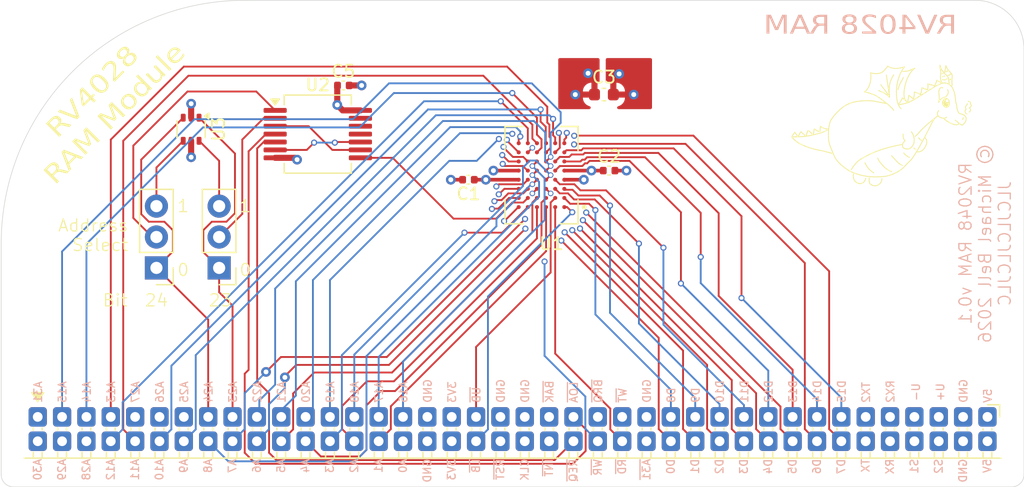
<source format=kicad_pcb>
(kicad_pcb (version 20241229) (generator "pcbnew") (generator_version "9.0")
  (layers (0 "F.Cu" signal) (4 "In1.Cu" signal) (6 "In2.Cu" signal) (2 "B.Cu" signal) (13 "F.Paste" user) (15 "B.Paste" user) (5 "F.SilkS" user "F.Silkscreen") (7 "B.SilkS" user "B.Silkscreen") (1 "F.Mask" user) (3 "B.Mask" user) (25 "Edge.Cuts" user))
  (net 0 "")
  (net 1 "+3V3")
  (net 2 "GND")
  (net 3 "/A2")
  (net 7 "/D1")
  (net 9 "/A15")
  (net 11 "/D6")
  (net 12 "/A12")
  (net 13 "/A8")
  (net 14 "/D12")
  (net 15 "/A24")
  (net 16 "/A4")
  (net 17 "/A20")
  (net 20 "/D15")
  (net 22 "/A9")
  (net 23 "/A23")
  (net 26 "/A3")
  (net 27 "/~{LO_ADDR}")
  (net 29 "/~{REQ}")
  (net 30 "/A10")
  (net 32 "/D9")
  (net 35 "/~{WE}")
  (net 36 "/A17")
  (net 38 "/D11")
  (net 39 "/D3")
  (net 40 "/D13")
  (net 41 "/A21")
  (net 42 "/A16")
  (net 43 "/~{OE}")
  (net 48 "/D14")
  (net 49 "/A18")
  (net 50 "/D8")
  (net 51 "/~{A24}")
  (net 52 "/A14")
  (net 53 "/D10")
  (net 55 "/~{UB}")
  (net 56 "/A1")
  (net 58 "/A13")
  (net 59 "/A22")
  (net 62 "/D2")
  (net 63 "/A5")
  (net 64 "/A7")
  (net 65 "/D7")
  (net 66 "/D0")
  (net 68 "/D5")
  (net 69 "/D4")
  (net 71 "/~{LB}")
  (net 72 "Net-(J3-Pin_2)")
  (net 73 "/A11")
  (net 74 "/A19")
  (net 75 "Net-(U2-Pad3)")
  (net 76 "/A6")
  (net 77 "/~{A23}")
  (net 78 "Net-(J2-Pin_2)")
  (net 79 "/~{CE}")
  (net 81 "Net-(U2-Pad10)")
  (footprint "Connector_PinHeader_2.54mm:PinHeader_1x03_P2.54mm_Vertical" (layer "F.Cu") (at 102.75 82 180)
    (property "Reference" "J3" (hide yes))
    (property "Value" "Conn_01x03")
  )
  (footprint "Capacitor_SMD:C_0402_1005Metric" (layer "F.Cu") (at 118.1 67)
    (property "Reference" "C5")
    (property "Value" "100n")
  )
  (footprint "Package_SO:SSOP-14_5.3x6.2mm_P0.65mm" (layer "F.Cu") (at 116 71)
    (property "Reference" "U2")
    (property "Value" "74LVC32")
  )
  (footprint "IS66WVE4M16EBLL-70BLI:BGA48C75P8X6_800X600X120N" (layer "F.Cu") (at 134.375 74.375 180)
    (property "Reference" "U1")
    (property "Value" "IS66WVE4M16EBLL-70BLI")
  )
  (footprint "Capacitor_SMD:C_0402_1005Metric" (layer "F.Cu") (at 139.925 74)
    (property "Reference" "C2")
    (property "Value" "100n")
  )
  (footprint "Package_TO_SOT_SMD:SOT-363_SC-70-6" (layer "F.Cu") (at 105.6 70.6 -90)
    (property "Reference" "U3")
    (property "Value" "74LVC2G04")
  )
  (footprint "Connector_PinHeader_2.54mm:PinHeader_1x03_P2.54mm_Vertical" (layer "F.Cu") (at 107.9 82 180)
    (property "Reference" "J2" (hide yes))
    (property "Value" "Conn_01x03")
  )
  (footprint "Capacitor_SMD:C_0603_1608Metric" (layer "F.Cu") (at 139.5 67.75)
    (property "Reference" "C3")
    (property "Value" "1u")
  )
  (footprint "Capacitor_SMD:C_0402_1005Metric" (layer "F.Cu") (at 128.375 74.75 180)
    (property "Reference" "C1")
    (property "Value" "100n")
  )
  (footprint "RV4028:Module_2mm" (layer "F.Cu") (at 132 95.75)
    (property "Reference" "J1" (hide yes))
    (property "Value" "~")
  )
  (gr_poly (pts (xy 167.105904 65.292219) (xy 167.10771 65.292317) (xy 167.109497 65.292495) (xy 167.111262 65.292752) (xy 167.113003 65.293084) (xy 167.114719 65.293492) (xy 167.116408 65.293972) (xy 167.118067 65.294525) (xy 167.119695 65.295147) (xy 167.12129 65.295838) (xy 167.122849 65.296595) (xy 167.124371 65.297418) (xy 167.125854 65.298305) (xy 167.127295 65.299253) (xy 167.128694 65.300261) (xy 167.130047 65.301329) (xy 167.131354 65.302453) (xy 167.132611 65.303633) (xy 167.133818 65.304866) (xy 167.134971 65.306152) (xy 167.13607 65.307489) (xy 167.137112 65.308874) (xy 167.138095 65.310307) (xy 167.139017 65.311786) (xy 167.139876 65.313309) (xy 167.140671 65.314874) (xy 167.141399 65.316481) (xy 167.142059 65.318126) (xy 167.142648 65.31981) (xy 167.143164 65.321529) (xy 167.143606 65.323283) (xy 167.143972 65.32507) (xy 167.152566 65.369899) (xy 167.16153 65.412365) (xy 167.17097 65.452369) (xy 167.180997 65.489812) (xy 167.186264 65.507542) (xy 167.191718 65.524594) (xy 167.197373 65.540956) (xy 167.203242 65.556615) (xy 167.209339 65.57156) (xy 167.215678 65.585776) (xy 167.222273 65.599253) (xy 167.229135 65.611978) (xy 167.241464 65.63336) (xy 167.253725 65.653932) (xy 167.265945 65.67376) (xy 167.27815 65.692908) (xy 167.290367 65.711444) (xy 167.302621 65.729433) (xy 167.327344 65.764034) (xy 167.35253 65.797236) (xy 167.378387 65.829566) (xy 167.405124 65.861551) (xy 167.432949 65.893718) (xy 167.444134 65.866292) (xy 167.454341 65.838023) (xy 167.463596 65.808986) (xy 167.471921 65.77926) (xy 167.47934 65.748918) (xy 167.485878 65.718039) (xy 167.491558 65.686697) (xy 167.496404 65.65497) (xy 167.516273 65.499156) (xy 167.521926 65.462538) (xy 167.528539 65.427353) (xy 167.532312 65.410375) (xy 167.536455 65.393848) (xy 167.541008 65.377804) (xy 167.546016 65.362274) (xy 167.547063 65.35957) (xy 167.54829 65.356972) (xy 167.54969 65.354489) (xy 167.551252 65.352125) (xy 167.552971 65.349889) (xy 167.554836 65.347786) (xy 167.556839 65.345823) (xy 167.558972 65.344007) (xy 167.561228 65.342345) (xy 167.563596 65.340843) (xy 167.566069 65.339508) (xy 167.568639 65.338346) (xy 167.571297 65.337364) (xy 167.574034 65.336569) (xy 167.576843 65.335968) (xy 167.579715 65.335566) (xy 167.581164 65.335443) (xy 167.582609 65.335373) (xy 167.584048 65.335355) (xy 167.585481 65.335389) (xy 167.586907 65.335473) (xy 167.588323 65.335608) (xy 167.58973 65.335793) (xy 167.591126 65.336027) (xy 167.592509 65.336309) (xy 167.593879 65.336639) (xy 167.595234 65.337017) (xy 167.596573 65.337442) (xy 167.597894 65.337913) (xy 167.599198 65.338429) (xy 167.600482 65.33899) (xy 167.601745 65.339596) (xy 167.602986 65.340246) (xy 167.604204 65.340938) (xy 167.605398 65.341674) (xy 167.606566 65.342451) (xy 167.607708 65.343269) (xy 167.608821 65.344129) (xy 167.609905 65.345028) (xy 167.61096 65.345968) (xy 167.611982 65.346946) (xy 167.612972 65.347962) (xy 167.613928 65.349017) (xy 167.614849 65.350108) (xy 167.615733 65.351236) (xy 167.61658 65.3524) (xy 167.617388 65.3536) (xy 167.618157 65.354834) (xy 167.625565 65.367373) (xy 167.632373 65.379252) (xy 167.638613 65.390499) (xy 167.644316 65.401141) (xy 167.649512 65.411207) (xy 167.654235 65.420725) (xy 167.658514 65.429723) (xy 167.662381 65.438228) (xy 167.665867 65.446268) (xy 167.669004 65.453871) (xy 167.674354 65.467879) (xy 167.678681 65.480475) (xy 167.682236 65.491882) (xy 167.687899 65.511301) (xy 167.690581 65.519937) (xy 167.692025 65.524189) (xy 167.693591 65.528473) (xy 167.695319 65.532847) (xy 167.697249 65.53737) (xy 167.69942 65.542098) (xy 167.701874 65.547089) (xy 167.70465 65.552402) (xy 167.707787 65.558093) (xy 167.711326 65.56422) (xy 167.715308 65.570842) (xy 167.728215 65.591388) (xy 167.741637 65.611734) (xy 167.75552 65.631869) (xy 167.769811 65.651781) (xy 167.784456 65.671459) (xy 167.799402 65.690892) (xy 167.829981 65.72898) (xy 167.861123 65.765957) (xy 167.892398 65.801732) (xy 167.923379 65.836218) (xy 167.953639 65.869326) (xy 168.010301 65.931143) (xy 168.02338 65.945683) (xy 168.035932 65.959862) (xy 168.047908 65.973682) (xy 168.059264 65.987146) (xy 168.059692 65.987684) (xy 168.06008 65.988216) (xy 168.060434 65.988741) (xy 168.060759 65.989261) (xy 168.06106 65.989776) (xy 168.061344 65.990288) (xy 168.061881 65.991306) (xy 168.062414 65.992319) (xy 168.062692 65.992828) (xy 168.062987 65.993337) (xy 168.063302 65.99385) (xy 168.063645 65.994367) (xy 168.064019 65.994888) (xy 168.064432 65.995414) (xy 168.064985 65.996149) (xy 168.06552 65.996896) (xy 168.066038 65.997655) (xy 168.066538 65.998426) (xy 168.067021 65.999208) (xy 168.067485 66.000001) (xy 168.067932 66.000804) (xy 168.06836 66.001618) (xy 168.077028 66.012461) (xy 168.085371 66.023142) (xy 168.093277 66.033715) (xy 168.09703 66.038977) (xy 168.100633 66.044231) (xy 168.104069 66.049484) (xy 168.107326 66.054743) (xy 168.11039 66.060014) (xy 168.113246 66.065303) (xy 168.11588 66.070618) (xy 168.118278 66.075964) (xy 168.120427 66.081349) (xy 168.122312 66.086778) (xy 168.128053 66.106165) (xy 168.132936 66.1257) (xy 168.137012 66.145359) (xy 168.140329 66.165121) (xy 168.142937 66.184962) (xy 168.144887 66.204861) (xy 168.146227 66.224794) (xy 168.147007 66.244738) (xy 168.147277 66.264672) (xy 168.147087 66.284573) (xy 168.145523 66.324183) (xy 168.142714 66.363388) (xy 168.139057 66.402006) (xy 168.139211 66.403235) (xy 168.139327 66.404466) (xy 168.139406 66.405698) (xy 168.139446 66.406931) (xy 168.139448 66.408163) (xy 168.139412 66.409394) (xy 168.139338 66.410623) (xy 168.139227 66.411848) (xy 168.139078 66.41307) (xy 168.138891 66.414286) (xy 168.138667 66.415497) (xy 168.138405 66.416701) (xy 168.138107 66.417898) (xy 168.137771 66.419086) (xy 168.137398 66.420265) (xy 168.136988 66.421434) (xy 168.134305 66.447671) (xy 168.131884 66.474184) (xy 168.129483 66.499851) (xy 168.128214 66.512017) (xy 168.12686 66.52355) (xy 168.12378 66.554257) (xy 168.12173 66.58816) (xy 168.120597 66.624544) (xy 168.120265 66.662696) (xy 168.121546 66.741445) (xy 168.124655 66.818691) (xy 168.128672 66.888719) (xy 168.132679 66.945815) (xy 168.136988 66.99835) (xy 168.137143 67.000403) (xy 168.137194 67.002439) (xy 168.137143 67.004456) (xy 168.136991 67.006451) (xy 168.136742 67.008421) (xy 168.136397 67.010364) (xy 168.135958 67.012276) (xy 168.135429 67.014155) (xy 168.134811 67.015998) (xy 168.134106 67.017803) (xy 168.133316 67.019566) (xy 168.132445 67.021286) (xy 168.131494 67.022958) (xy 168.130465 67.024581) (xy 168.12936 67.026151) (xy 168.128183 67.027667) (xy 168.126934 67.029124) (xy 168.125617 67.030521) (xy 168.124234 67.031855) (xy 168.122786 67.033122) (xy 168.121277 67.034321) (xy 168.119707 67.035448) (xy 168.118081 67.036501) (xy 168.116399 67.037476) (xy 168.114664 67.038372) (xy 168.112879 67.039185) (xy 168.111045 67.039913) (xy 168.109165 67.040552) (xy 168.107241 67.041101) (xy 168.105276 67.041556) (xy 168.103271 67.041914) (xy 168.101229 67.042174) (xy 168.099244 67.042324) (xy 168.097264 67.042375) (xy 168.09529 67.042329) (xy 168.093327 67.042186) (xy 168.091379 67.041947) (xy 168.089447 67.041613) (xy 168.087537 67.041186) (xy 168.08565 67.040666) (xy 168.083791 67.040054) (xy 168.081964 67.039352) (xy 168.080171 67.03856) (xy 168.078416 67.03768) (xy 168.076702 67.036712) (xy 168.075033 67.035658) (xy 168.073412 67.034519) (xy 168.071843 67.033295) (xy 168.070337 67.031995) (xy 168.068903 67.030628) (xy 168.067544 67.029196) (xy 168.066261 67.027704) (xy 168.065055 67.026154) (xy 168.063929 67.02455) (xy 168.062884 67.022895) (xy 168.061922 67.021191) (xy 168.061044 67.019442) (xy 168.060252 67.017652) (xy 168.059548 67.015822) (xy 168.058933 67.013957) (xy 168.05841 67.01206) (xy 168.05798 67.010134) (xy 168.057644 67.008181) (xy 168.057404 67.006206) (xy 168.052731 66.954043) (xy 168.044117 66.826056) (xy 168.040865 66.746989) (xy 168.039666 66.664999) (xy 168.041535 66.58543) (xy 168.043936 66.548223) (xy 168.047484 66.513626) (xy 168.048725 66.50019) (xy 168.043339 66.505559) (xy 168.037582 66.510972) (xy 168.03145 66.516372) (xy 168.024938 66.521702) (xy 168.018042 66.526904) (xy 168.010755 66.531923) (xy 168.003074 66.536702) (xy 167.994993 66.541183) (xy 167.986509 66.54531) (xy 167.977615 66.549026) (xy 167.968308 66.552275) (xy 167.958582 66.554999) (xy 167.948434 66.557142) (xy 167.937857 66.558646) (xy 167.926847 66.559456) (xy 167.915399 66.559514) (xy 167.913417 66.559409) (xy 167.911451 66.559208) (xy 167.909505 66.55891) (xy 167.907581 66.558519) (xy 167.905683 66.558034) (xy 167.903814 66.557459) (xy 167.901978 66.556793) (xy 167.900177 66.556039) (xy 167.898416 66.555198) (xy 167.896696 66.554272) (xy 167.895022 66.553262) (xy 167.893396 66.552169) (xy 167.891823 66.550995) (xy 167.890304 66.549742) (xy 167.888844 66.54841) (xy 167.887445 66.547001) (xy 167.886118 66.545525) (xy 167.884871 66.543992) (xy 167.883706 66.542404) (xy 167.882623 66.540767) (xy 167.881623 66.539082) (xy 167.88071 66.537353) (xy 167.879882 66.535584) (xy 167.879142 66.533777) (xy 167.878491 66.531936) (xy 167.877931 66.530065) (xy 167.877462 66.528167) (xy 167.877086 66.526245) (xy 167.876803 66.524302) (xy 167.876616 66.522341) (xy 167.876526 66.520367) (xy 167.876534 66.518382) (xy 167.876654 66.516332) (xy 167.876874 66.514313) (xy 167.877193 66.512326) (xy 167.877608 66.510375) (xy 167.878116 66.50846) (xy 167.878715 66.506586) (xy 167.879402 66.504753) (xy 167.880174 66.502965) (xy 167.881029 66.501225) (xy 167.881964 66.499533) (xy 167.882978 66.497894) (xy 167.884066 66.496309) (xy 167.885227 66.494781) (xy 167.886458 66.493311) (xy 167.887757 66.491904) (xy 167.88912 66.49056) (xy 167.890546 66.489282) (xy 167.892032 66.488074) (xy 167.893575 66.486936) (xy 167.895173 66.485872) (xy 167.896822 66.484885) (xy 167.898521 66.483975) (xy 167.900268 66.483147) (xy 167.902058 66.482401) (xy 167.90389 66.481742) (xy 167.905762 66.48117) (xy 167.90767 66.480689) (xy 167.909613 66.480301) (xy 167.911586 66.480008) (xy 167.913589 66.479813) (xy 167.915618 66.479718) (xy 167.917671 66.479726) (xy 167.921059 66.479783) (xy 167.924324 66.479755) (xy 167.92747 66.479644) (xy 167.930504 66.479449) (xy 167.933432 66.479172) (xy 167.936258 66.478814) (xy 167.938988 66.478375) (xy 167.941628 66.477857) (xy 167.944183 66.47726) (xy 167.946658 66.476585) (xy 167.949059 66.475833) (xy 167.951392 66.475004) (xy 167.953662 66.474101) (xy 167.955874 66.473123) (xy 167.958034 66.472071) (xy 167.960148 66.470947) (xy 167.96222 66.46975) (xy 167.964257 66.468483) (xy 167.968245 66.465738) (xy 167.972156 66.46272) (xy 167.976034 66.459435) (xy 167.979922 66.45589) (xy 167.983865 66.452091) (xy 167.992089 66.443762) (xy 167.998681 66.437001) (xy 168.005763 66.429894) (xy 168.013355 66.422559) (xy 168.021479 66.415111) (xy 168.025745 66.411381) (xy 168.030152 66.407665) (xy 168.034702 66.40398) (xy 168.039397 66.400338) (xy 168.04424 66.396755) (xy 168.049233 66.393245) (xy 168.054379 66.389822) (xy 168.05968 66.386502) (xy 168.062675 66.350582) (xy 168.064919 66.314627) (xy 168.066121 66.278872) (xy 168.06624 66.261143) (xy 168.065988 66.243553) (xy 168.065329 66.226132) (xy 168.064227 66.208909) (xy 168.062644 66.191913) (xy 168.060544 66.175174) (xy 168.057891 66.158721) (xy 168.054647 66.142584) (xy 168.050777 66.126794) (xy 168.046244 66.111378) (xy 168.045774 66.110192) (xy 168.045061 66.108775) (xy 168.04413 66.107149) (xy 168.043009 66.105339) (xy 168.040297 66.101264) (xy 168.037133 66.096745) (xy 168.030282 66.087148) (xy 168.027013 66.082458) (xy 168.024124 66.078098) (xy 168.016038 66.086845) (xy 168.008117 66.095597) (xy 168.000131 66.104327) (xy 167.99185 66.113009) (xy 167.987526 66.117324) (xy 167.983042 66.121616) (xy 167.978369 66.125884) (xy 167.973478 66.130123) (xy 167.968341 66.134329) (xy 167.962928 66.138501) (xy 167.95721 66.142635) (xy 167.95116 66.146726) (xy 167.941255 66.153036) (xy 167.931093 66.159161) (xy 167.920686 66.165054) (xy 167.910046 66.170668) (xy 167.899184 66.175957) (xy 167.888112 66.180875) (xy 167.876842 66.185376) (xy 167.865385 66.189412) (xy 167.853754 66.192938) (xy 167.841959 66.195907) (xy 167.830014 66.198274) (xy 167.817929 66.19999) (xy 167.805717 66.201011) (xy 167.793389 66.201289) (xy 167.780956 66.200779) (xy 167.768431 66.199434) (xy 167.766469 66.199112) (xy 167.764533 66.198695) (xy 167.762626 66.198185) (xy 167.760753 66.197583) (xy 167.758917 66.196891) (xy 167.757119 66.196112) (xy 167.755363 66.195246) (xy 167.753653 66.194297) (xy 167.751992 66.193265) (xy 167.750382 66.192152) (xy 167.748826 66.19096) (xy 167.747328 66.189692) (xy 167.745891 66.188348) (xy 167.744518 66.186931) (xy 167.743212 66.185442) (xy 167.741976 66.183884) (xy 167.740818 66.182266) (xy 167.739747 66.1806) (xy 167.738764 66.178889) (xy 167.737868 66.177137) (xy 167.737062 66.175348) (xy 167.736346 66.173524) (xy 167.73572 66.17167) (xy 167.735186 66.169788) (xy 167.734745 66.167882) (xy 167.734397 66.165956) (xy 167.734144 66.164013) (xy 167.733985 66.162057) (xy 167.733923 66.160091) (xy 167.733959 66.158118) (xy 167.734092 66.156142) (xy 167.734323 66.154166) (xy 167.734668 66.152137) (xy 167.73511 66.150149) (xy 167.735646 66.148204) (xy 167.736275 66.146305) (xy 167.736992 66.144454) (xy 167.737796 66.142652) (xy 167.738682 66.140902) (xy 167.739649 66.139207) (xy 167.740694 66.137567) (xy 167.741813 66.135986) (xy 167.743004 66.134466) (xy 167.744265 66.133008) (xy 167.745591 66.131614) (xy 167.746981 66.130288) (xy 167.748431 66.12903) (xy 167.749939 66.127844) (xy 167.751502 66.126731) (xy 167.753117 66.125693) (xy 167.754781 66.124732) (xy 167.756491 66.123852) (xy 167.758245 66.123053) (xy 167.760039 66.122337) (xy 167.761872 66.121708) (xy 167.763739 66.121167) (xy 167.765638 66.120716) (xy 167.767566 66.120358) (xy 167.769521 66.120094) (xy 167.771499 66.119926) (xy 167.773498 66.119858) (xy 167.775515 66.11989) (xy 167.777547 66.120026) (xy 167.779592 66.120266) (xy 167.786493 66.12096) (xy 167.793666 66.121141) (xy 167.801081 66.120828) (xy 167.808714 66.120037) (xy 167.816535 66.118786) (xy 167.824519 66.117094) (xy 167.832638 66.114977) (xy 167.840866 66.112454) (xy 167.849174 66.109541) (xy 167.857537 66.106258) (xy 167.865927 66.102621) (xy 167.874317 66.098647) (xy 167.88268 66.094356) (xy 167.890989 66.089764) (xy 167.899217 66.08489) (xy 167.907337 66.07975) (xy 167.913341 66.075705) (xy 167.919055 66.071622) (xy 167.924493 66.06751) (xy 167.929671 66.063377) (xy 167.934603 66.059232) (xy 167.939304 66.055084) (xy 167.943791 66.05094) (xy 167.948078 66.04681) (xy 167.95218 66.042701) (xy 167.956112 66.038622) (xy 167.963529 66.030589) (xy 167.97045 66.022779) (xy 167.976996 66.015258) (xy 167.958343 65.993975) (xy 167.938683 65.97188) (xy 167.917613 65.948529) (xy 167.894728 65.923482) (xy 167.867682 65.893799) (xy 167.83974 65.862568) (xy 167.811284 65.830065) (xy 167.782692 65.796566) (xy 167.782416 65.798043) (xy 167.782084 65.799507) (xy 167.781699 65.800956) (xy 167.781259 65.80239) (xy 167.780766 65.803806) (xy 167.78022 65.805203) (xy 167.779622 65.806579) (xy 167.778972 65.807934) (xy 167.776736 65.811667) (xy 167.774409 65.815248) (xy 167.771996 65.818682) (xy 167.7695 65.821976) (xy 167.764274 65.828161) (xy 167.758763 65.833845) (xy 167.752999 65.839071) (xy 167.747012 65.84388) (xy 167.740835 65.848316) (xy 167.734498 65.852421) (xy 167.728034 65.856236) (xy 167.721472 65.859805) (xy 167.714844 65.86317) (xy 167.708183 65.866374) (xy 167.681819 65.878418) (xy 167.657141 65.889827) (xy 167.646031 65.895111) (xy 167.640914 65.897651) (xy 167.636141 65.900126) (xy 167.633899 65.901351) (xy 167.63177 65.902577) (xy 167.62976 65.903789) (xy 167.627875 65.904976) (xy 167.62612 65.906124) (xy 167.624501 65.90722) (xy 167.623025 65.908252) (xy 167.621697 65.909207) (xy 167.61951 65.910835) (xy 167.617988 65.911999) (xy 167.617177 65.912597) (xy 167.617091 65.912646) (xy 167.617053 65.912651) (xy 167.617064 65.912612) (xy 167.617125 65.912526) (xy 167.615863 65.914061) (xy 167.614532 65.915525) (xy 167.613135 65.916916) (xy 167.611676 65.918233) (xy 167.610158 65.919474) (xy 167.608583 65.920637) (xy 167.606956 65.92172) (xy 167.605278 65.922722) (xy 167.603554 65.923641) (xy 167.601785 65.924475) (xy 167.599976 65.925223) (xy 167.59813 65.925882) (xy 167.596248 65.926451) (xy 167.594336 65.926928) (xy 167.592395 65.927312) (xy 167.590428 65.9276) (xy 167.58845 65.92779) (xy 167.586474 65.927882) (xy 167.584502 65.927876) (xy 167.58254 65.927773) (xy 167.580589 65.927575) (xy 167.578653 65.927281) (xy 167.576737 65.926894) (xy 167.574842 65.926414) (xy 167.572974 65.925842) (xy 167.571134 65.925179) (xy 167.569327 65.924427) (xy 167.567556 65.923585) (xy 167.565824 65.922655) (xy 167.564135 65.921638) (xy 167.562493 65.920534) (xy 167.5609 65.919346) (xy 167.559313 65.918042) (xy 167.55781 65.916675) (xy 167.556392 65.915247) (xy 167.555058 65.913763) (xy 167.55381 65.912225) (xy 167.552647 65.910637) (xy 167.551569 65.909003) (xy 167.550579 65.907327) (xy 167.549675 65.90561) (xy 167.548858 65.903858) (xy 167.54813 65.902074) (xy 167.547489 65.900261) (xy 167.546937 65.898422) (xy 167.546474 65.896562) (xy 167.546101 65.894683) (xy 167.545817 65.892789) (xy 167.545624 65.890885) (xy 167.545522 65.888972) (xy 167.545511 65.887055) (xy 167.545592 65.885137) (xy 167.545764 65.883222) (xy 167.54603 65.881312) (xy 167.546388 65.879413) (xy 167.54684 65.877527) (xy 167.547386 65.875657) (xy 167.548026 65.873808) (xy 167.54876 65.871982) (xy 167.54959 65.870183) (xy 167.550516 65.868415) (xy 167.551538 65.866681) (xy 167.552656 65.864985) (xy 167.553871 65.86333) (xy 167.556401 65.860215) (xy 167.558974 65.857296) (xy 167.561588 65.854558) (xy 167.564241 65.85199) (xy 167.566932 65.849577) (xy 167.569659 65.847306) (xy 167.57242 65.845163) (xy 167.575213 65.843135) (xy 167.578037 65.841209) (xy 167.58089 65.83937) (xy 167.583771 65.837606) (xy 167.586677 65.835903) (xy 167.592558 65.832626) (xy 167.59852 65.82943) (xy 167.604575 65.826287) (xy 167.610723 65.823229) (xy 167.61694 65.820242) (xy 167.623199 65.817312) (xy 167.648128 65.805866) (xy 167.654184 65.802956) (xy 167.660088 65.799961) (xy 167.665808 65.796913) (xy 167.671315 65.793847) (xy 167.676576 65.790797) (xy 167.681563 65.787797) (xy 167.686243 65.784881) (xy 167.690586 65.782083) (xy 167.694562 65.779437) (xy 167.698139 65.776978) (xy 167.701288 65.774739) (xy 167.703977 65.772754) (xy 167.706175 65.771057) (xy 167.707853 65.769683) (xy 167.708979 65.768665) (xy 167.709522 65.768038) (xy 167.711563 65.765926) (xy 167.713732 65.763987) (xy 167.716017 65.762224) (xy 167.718409 65.760641) (xy 167.720896 65.759239) (xy 167.723468 65.758023) (xy 167.726113 65.756994) (xy 167.728822 65.756156) (xy 167.731583 65.755512) (xy 167.734387 65.755064) (xy 167.737221 65.754816) (xy 167.740075 65.754771) (xy 167.742939 65.75493) (xy 167.745801 65.755298) (xy 167.748652 65.755877) (xy 167.75148 65.75667) (xy 167.724131 65.722092) (xy 167.71062 65.704537) (xy 167.697298 65.686763) (xy 167.684224 65.668734) (xy 167.67146 65.65042) (xy 167.659064 65.631787) (xy 167.647097 65.612802) (xy 167.642315 65.604793) (xy 167.637967 65.597121) (xy 167.634023 65.589768) (xy 167.630453 65.582716) (xy 167.627226 65.575946) (xy 167.624312 65.56944) (xy 167.621681 65.563179) (xy 167.619302 65.557145) (xy 167.617146 65.551319) (xy 167.615183 65.545683) (xy 167.611712 65.534908) (xy 167.605751 65.514826) (xy 167.602033 65.50697) (xy 167.595716 65.545141) (xy 167.589125 65.582579) (xy 167.582424 65.621952) (xy 167.579085 65.643197) (xy 167.57578 65.665926) (xy 167.570126 65.703336) (xy 167.563406 65.740972) (xy 167.555446 65.778636) (xy 167.546075 65.816132) (xy 167.540806 65.834755) (xy 167.53512 65.853262) (xy 167.528995 65.871628) (xy 167.52241 65.889828) (xy 167.515343 65.907838) (xy 167.507772 65.925634) (xy 167.499675 65.94319) (xy 167.491033 65.960482) (xy 167.493813 65.963545) (xy 167.496358 65.966446) (xy 167.501087 65.972002) (xy 167.505905 65.977638) (xy 167.508561 65.980637) (xy 167.511496 65.983838) (xy 167.528531 66.001513) (xy 167.546292 66.018992) (xy 167.583449 66.053726) (xy 167.621878 66.088772) (xy 167.660495 66.124862) (xy 167.679534 66.143527) (xy 167.698212 66.162728) (xy 167.716393 66.182556) (xy 167.733942 66.203103) (xy 167.750723 66.224461) (xy 167.766599 66.24672) (xy 167.781436 66.269973) (xy 167.795096 66.29431) (xy 167.810808 66.327323) (xy 167.823983 66.360967) (xy 167.834904 66.395101) (xy 167.843851 66.429581) (xy 167.851108 66.464265) (xy 167.856955 66.499008) (xy 167.861675 66.533669) (xy 167.865549 66.568105) (xy 167.878221 66.70073) (xy 167.882091 66.731893) (xy 167.886807 66.761973) (xy 167.892648 66.790826) (xy 167.899898 66.81831) (xy 167.900442 66.820293) (xy 167.900879 66.822279) (xy 167.901214 66.824266) (xy 167.901446 66.82625) (xy 167.901577 66.828229) (xy 167.90161 66.830199) (xy 167.901545 66.832157) (xy 167.901385 66.8341) (xy 167.901131 66.836025) (xy 167.900785 66.837929) (xy 167.900348 66.839809) (xy 167.899823 66.841661) (xy 167.89921 66.843482) (xy 167.898512 66.84527) (xy 167.89773 66.847021) (xy 167.896866 66.848731) (xy 167.895922 66.850399) (xy 167.894898 66.852021) (xy 167.893798 66.853593) (xy 167.892622 66.855113) (xy 167.891372 66.856577) (xy 167.89005 66.857983) (xy 167.888658 66.859327) (xy 167.887197 66.860606) (xy 167.885669 66.861817) (xy 167.884075 66.862956) (xy 167.882418 66.864022) (xy 167.880698 66.86501) (xy 167.878918 66.865918) (xy 167.877079 66.866741) (xy 167.875183 66.867479) (xy 167.873232 66.868126) (xy 167.871588 66.868476) (xy 167.869937 66.868755) (xy 167.86828 66.868965) (xy 167.866619 66.869105) (xy 167.864956 66.869176) (xy 167.863294 66.869177) (xy 167.861635 66.86911) (xy 167.859981 66.868974) (xy 167.858334 66.868769) (xy 167.856696 66.868497) (xy 167.855069 66.868156) (xy 167.853456 66.867747) (xy 167.851859 66.86727) (xy 167.85028 66.866727) (xy 167.848721 66.866116) (xy 167.847183 66.865438) (xy 167.860965 66.874147) (xy 167.874608 66.883068) (xy 167.901454 66.901519) (xy 167.927677 66.920725) (xy 167.953233 66.940622) (xy 167.978077 66.961147) (xy 168.002165 66.982235) (xy 168.025453 67.003821) (xy 168.047896 67.025842) (xy 168.074406 67.054214) (xy 168.098947 67.083666) (xy 168.121655 67.114105) (xy 168.142667 67.14544) (xy 168.162121 67.177577) (xy 168.180151 67.210424) (xy 168.196896 67.243891) (xy 168.212491 67.277883) (xy 168.227074 67.312309) (xy 168.24078 67.347078) (xy 168.266111 67.41727) (xy 168.312271 67.557698) (xy 168.327319 67.606878) (xy 168.340935 67.657432) (xy 168.35322 67.709137) (xy 168.364278 67.761771) (xy 168.383113 67.86893) (xy 168.398255 67.977123) (xy 168.410517 68.084565) (xy 168.420712 68.189469) (xy 168.438156 68.384522) (xy 168.438789 68.390513) (xy 168.439517 68.396096) (xy 168.440336 68.401301) (xy 168.441242 68.406156) (xy 168.442233 68.410691) (xy 168.443306 68.414935) (xy 168.444457 68.418917) (xy 168.445682 68.422665) (xy 168.44698 68.426211) (xy 168.448345 68.429581) (xy 168.449776 68.432807) (xy 168.451269 68.435916) (xy 168.452821 68.438938) (xy 168.454428 68.441902) (xy 168.457796 68.447774) (xy 168.461511 68.453841) (xy 168.465615 68.460322) (xy 168.469933 68.467313) (xy 168.474289 68.474911) (xy 168.476427 68.478968) (xy 168.478508 68.483212) (xy 168.480512 68.487656) (xy 168.482415 68.492313) (xy 168.484197 68.497193) (xy 168.485835 68.502309) (xy 168.487307 68.507673) (xy 168.488591 68.513298) (xy 168.497997 68.562638) (xy 168.505799 68.610222) (xy 168.518209 68.701081) (xy 168.529047 68.787797) (xy 168.541538 68.87229) (xy 168.549412 68.914303) (xy 168.558909 68.95648) (xy 168.570433 68.999061) (xy 168.584386 69.042287) (xy 168.601172 69.086397) (xy 168.621195 69.131631) (xy 168.644856 69.17823) (xy 168.67256 69.226434) (xy 168.676477 69.23211) (xy 168.681185 69.237593) (xy 168.686662 69.242891) (xy 168.692887 69.248014) (xy 168.699838 69.252967) (xy 168.707492 69.25776) (xy 168.715828 69.2624) (xy 168.724823 69.266894) (xy 168.734455 69.271252) (xy 168.744703 69.27548) (xy 168.755544 69.279587) (xy 168.766956 69.28358) (xy 168.791406 69.291257) (xy 168.817876 69.298574) (xy 168.875023 69.312898) (xy 168.904866 69.320555) (xy 168.935148 69.32898) (xy 168.965563 69.3385) (xy 168.980725 69.343773) (xy 168.995806 69.349444) (xy 169.010767 69.355552) (xy 169.025571 69.362139) (xy 169.040178 69.369246) (xy 169.054552 69.376914) (xy 169.077605 69.390536) (xy 169.100378 69.4055) (xy 169.122702 69.42175) (xy 169.144412 69.439231) (xy 169.165339 69.457888) (xy 169.185316 69.477665) (xy 169.204175 69.498506) (xy 169.221749 69.520355) (xy 169.23787 69.543158) (xy 169.252372 69.566859) (xy 169.265087 69.591402) (xy 169.275846 69.616731) (xy 169.280441 69.629673) (xy 169.284484 69.642791) (xy 169.287955 69.656078) (xy 169.290832 69.669526) (xy 169.293095 69.68313) (xy 169.294723 69.696882) (xy 169.295694 69.710775) (xy 169.295989 69.724802) (xy 169.295456 69.747932) (xy 169.294052 69.770582) (xy 169.291807 69.792757) (xy 169.288753 69.814466) (xy 169.284921 69.835715) (xy 169.280343 69.856513) (xy 169.27505 69.876866) (xy 169.269075 69.896781) (xy 169.262447 69.916267) (xy 169.255199 69.935329) (xy 169.247362 69.953976) (xy 169.238968 69.972214) (xy 169.230047 69.990052) (xy 169.220633 70.007495) (xy 169.200445 70.04123) (xy 169.178657 70.073478) (xy 169.15552 70.104295) (xy 169.131286 70.133742) (xy 169.106207 70.161875) (xy 169.080533 70.188754) (xy 169.054517 70.214435) (xy 169.02841 70.238979) (xy 169.002465 70.262442) (xy 168.998073 70.266224) (xy 168.993619 70.269809) (xy 168.989106 70.273194) (xy 168.984541 70.276377) (xy 168.979926 70.279355) (xy 168.975267 70.282125) (xy 168.970568 70.284684) (xy 168.965834 70.287029) (xy 168.961069 70.289159) (xy 168.956277 70.29107) (xy 168.951463 70.29276) (xy 168.946632 70.294225) (xy 168.941788 70.295463) (xy 168.936936 70.296472) (xy 168.932079 70.297249) (xy 168.927223 70.29779) (xy 168.922404 70.298102) (xy 168.917654 70.2982) (xy 168.912974 70.298097) (xy 168.908366 70.297805) (xy 168.90383 70.297336) (xy 168.899368 70.296702) (xy 168.89498 70.295915) (xy 168.890668 70.294988) (xy 168.886433 70.293931) (xy 168.882275 70.292757) (xy 168.878195 70.291479) (xy 168.874195 70.290108) (xy 168.870276 70.288656) (xy 168.866438 70.287136) (xy 168.859012 70.283938) (xy 168.847744 70.278711) (xy 168.836623 70.273283) (xy 168.825641 70.267661) (xy 168.81479 70.261854) (xy 168.793452 70.24972) (xy 168.772547 70.236946) (xy 168.752011 70.223599) (xy 168.731781 70.209747) (xy 168.711796 70.195456) (xy 168.691992 70.180794) (xy 168.685672 70.187043) (xy 168.679215 70.193078) (xy 168.672625 70.198892) (xy 168.665907 70.20448) (xy 168.659064 70.209835) (xy 168.6521 70.214952) (xy 168.645019 70.219824) (xy 168.637824 70.224446) (xy 168.63052 70.228812) (xy 168.623111 70.232915) (xy 168.6156 70.23675) (xy 168.607991 70.240311) (xy 168.600287 70.243592) (xy 168.592494 70.246586) (xy 168.584614 70.249289) (xy 168.576651 70.251694) (xy 168.566226 70.254468) (xy 168.555752 70.256944) (xy 168.545243 70.259139) (xy 168.53471 70.261068) (xy 168.524167 70.262747) (xy 168.513626 70.264192) (xy 168.4926 70.266444) (xy 168.471732 70.267949) (xy 168.451122 70.268836) (xy 168.430871 70.269232) (xy 168.41108 70.269262) (xy 168.370045 70.267638) (xy 168.328619 70.263346) (xy 168.286891 70.256576) (xy 168.244948 70.247518) (xy 168.202879 70.236362) (xy 168.160773 70.223298) (xy 168.118717 70.208515) (xy 168.0768 70.192204) (xy 168.03511 70.174554) (xy 167.993735 70.155756) (xy 167.952765 70.135999) (xy 167.912286 70.115474) (xy 167.833159 70.072877) (xy 167.75706 70.029486) (xy 167.693611 69.991755) (xy 167.663566 69.973173) (xy 167.634694 69.954723) (xy 167.607034 69.936363) (xy 167.580624 69.918049) (xy 167.555504 69.89974) (xy 167.531712 69.881392) (xy 167.509288 69.862964) (xy 167.488269 69.844411) (xy 167.468697 69.825692) (xy 167.450609 69.806764) (xy 167.434044 69.787584) (xy 167.419042 69.768109) (xy 167.405641 69.748297) (xy 167.399553 69.738252) (xy 167.39388 69.728106) (xy 167.391931 69.728086) (xy 167.389991 69.728149) (xy 167.388057 69.728283) (xy 167.38613 69.728474) (xy 167.382288 69.728978) (xy 167.378458 69.729558) (xy 167.37463 69.730111) (xy 167.372715 69.730346) (xy 167.370797 69.730535) (xy 167.368876 69.730667) (xy 167.36695 69.730728) (xy 167.365018 69.730705) (xy 167.36308 69.730586) (xy 167.342154 69.728393) (xy 167.321293 69.725542) (xy 167.300542 69.722072) (xy 167.279946 69.718025) (xy 167.25955 69.71344) (xy 167.2394 69.708357) (xy 167.21954 69.702817) (xy 167.200015 69.69686) (xy 167.180871 69.690527) (xy 167.162152 69.683856) (xy 167.143903 69.67689) (xy 167.12617 69.669667) (xy 167.108997 69.662228) (xy 167.09243 69.654613) (xy 167.076513 69.646863) (xy 167.061292 69.639018) (xy 167.052673 69.634337) (xy 167.044186 69.629503) (xy 167.035831 69.624521) (xy 167.02761 69.619393) (xy 167.019523 69.614122) (xy 167.011571 69.608712) (xy 167.003756 69.603166) (xy 166.996078 69.597487) (xy 166.98854 69.591678) (xy 166.981141 69.585743) (xy 166.973883 69.579684) (xy 166.966768 69.573505) (xy 166.959795 69.56721) (xy 166.952967 69.560801) (xy 166.946284 69.554281) (xy 166.939748 69.547654) (xy 166.856954 69.602084) (xy 166.81382 69.631665) (xy 166.792329 69.64721) (xy 166.771083 69.663318) (xy 166.750227 69.680036) (xy 166.729908 69.69741) (xy 166.710271 69.715487) (xy 166.691461 69.734312) (xy 166.673625 69.753933) (xy 166.656909 69.774394) (xy 166.641457 69.795743) (xy 166.634251 69.806765) (xy 166.627416 69.818026) (xy 166.5472 69.960688) (xy 166.460364 70.123621) (xy 166.272312 70.491842) (xy 166.074227 70.885769) (xy 165.877072 71.268478) (xy 165.879538 71.26772) (xy 165.882028 71.267126) (xy 165.884536 71.266695) (xy 165.887054 71.266425) (xy 165.889575 71.266316) (xy 165.89209 71.266365) (xy 165.894593 71.266572) (xy 165.897076 71.266935) (xy 165.899531 71.267453) (xy 165.901951 71.268124) (xy 165.904328 71.268947) (xy 165.906656 71.269921) (xy 165.908925 71.271045) (xy 165.91113 71.272316) (xy 165.913261 71.273734) (xy 165.915312 71.275298) (xy 165.93553 71.304968) (xy 165.954532 71.334673) (xy 165.972238 71.364427) (xy 165.988568 71.394245) (xy 166.00344 71.42414) (xy 166.016775 71.454128) (xy 166.028491 71.484223) (xy 166.038508 71.51444) (xy 166.046746 71.544793) (xy 166.053123 71.575297) (xy 166.05756 71.605966) (xy 166.059976 71.636815) (xy 166.060289 71.667858) (xy 166.05842 71.69911) (xy 166.054288 71.730585) (xy 166.047812 71.762298) (xy 166.03663 71.804717) (xy 166.023582 71.847096) (xy 166.008761 71.889293) (xy 165.992257 71.931168) (xy 165.974165 71.972579) (xy 165.954575 72.013386) (xy 165.93358 72.053448) (xy 165.911273 72.092624) (xy 165.887745 72.130772) (xy 165.863088 72.167751) (xy 165.837396 72.203422) (xy 165.81076 72.237642) (xy 165.783272 72.27027) (xy 165.755025 72.301167) (xy 165.72611 72.33019) (xy 165.69662 72.357198) (xy 165.671843 72.377379) (xy 165.646105 72.395673) (xy 165.619543 72.412182) (xy 165.592293 72.427007) (xy 165.564489 72.440252) (xy 165.536268 72.452018) (xy 165.507764 72.462407) (xy 165.479113 72.471521) (xy 165.450452 72.479462) (xy 165.421914 72.486332) (xy 165.393636 72.492234) (xy 165.365754 72.497268) (xy 165.311716 72.505144) (xy 165.260884 72.510777) (xy 165.258832 72.510921) (xy 165.256797 72.51096) (xy 165.254782 72.510898) (xy 165.252789 72.510735) (xy 165.250822 72.510475) (xy 165.248883 72.51012) (xy 165.246974 72.509671) (xy 165.245099 72.509132) (xy 165.243261 72.508504) (xy 165.241461 72.50779) (xy 165.239703 72.506992) (xy 165.23799 72.506112) (xy 165.236323 72.505153) (xy 165.234707 72.504116) (xy 165.233143 72.503004) (xy 165.231635 72.50182) (xy 165.230185 72.500565) (xy 165.228796 72.499242) (xy 165.22747 72.497853) (xy 165.226211 72.4964) (xy 165.225021 72.494885) (xy 165.223902 72.493311) (xy 165.222858 72.491681) (xy 165.221892 72.489995) (xy 165.221005 72.488258) (xy 165.220202 72.48647) (xy 165.219483 72.484634) (xy 165.218853 72.482752) (xy 165.218314 72.480827) (xy 165.217869 72.478861) (xy 165.21752 72.476856) (xy 165.21727 72.474814) (xy 165.217126 72.472768) (xy 165.217085 72.47074) (xy 165.217145 72.468731) (xy 165.217305 72.466744) (xy 165.217562 72.464782) (xy 165.217914 72.462848) (xy 165.218358 72.460945) (xy 165.218893 72.459074) (xy 165.219515 72.45724) (xy 165.220224 72.455444) (xy 165.221016 72.453689) (xy 165.22189 72.451979) (xy 165.222843 72.450315) (xy 165.223872 72.4487) (xy 165.224977 72.447138) (xy 165.226154 72.445631) (xy 165.227401 72.444181) (xy 165.228716 72.442792) (xy 165.230098 72.441466) (xy 165.231542 72.440205) (xy 165.233048 72.439013) (xy 165.234614 72.437892) (xy 165.236236 72.436845) (xy 165.237912 72.435875) (xy 165.239642 72.434984) (xy 165.241421 72.434175) (xy 165.243249 72.433451) (xy 165.245122 72.432815) (xy 165.247038 72.432268) (xy 165.248997 72.431815) (xy 165.250994 72.431457) (xy 165.253028 72.431198) (xy 165.301445 72.425715) (xy 165.326526 72.42221) (xy 165.352022 72.418103) (xy 165.377803 72.413326) (xy 165.403745 72.40781) (xy 165.42972 72.401486) (xy 165.455603 72.394285) (xy 165.481265 72.386138) (xy 165.506581 72.376977) (xy 165.531425 72.366732) (xy 165.555669 72.355334) (xy 165.579186 72.342714) (xy 165.601851 72.328805) (xy 165.623537 72.313536) (xy 165.644116 72.296838) (xy 165.670683 72.272438) (xy 165.69693 72.245922) (xy 165.722748 72.217453) (xy 165.748029 72.187193) (xy 165.772664 72.155304) (xy 165.796544 72.12195) (xy 165.81956 72.087291) (xy 165.841604 72.051492) (xy 165.862566 72.014713) (xy 165.882338 71.977117) (xy 165.900811 71.938868) (xy 165.917876 71.900126) (xy 165.933425 71.861056) (xy 165.947349 71.821817) (xy 165.959538 71.782575) (xy 165.969884 71.74349) (xy 165.975293 71.717138) (xy 165.978792 71.690968) (xy 165.980422 71.664939) (xy 165.980223 71.639012) (xy 165.978237 71.613147) (xy 165.974503 71.587305) (xy 165.969062 71.561445) (xy 165.961956 71.535529) (xy 165.953223 71.509516) (xy 165.942906 71.483367) (xy 165.931045 71.457043) (xy 165.91768 71.430503) (xy 165.902852 71.403707) (xy 165.886602 71.376617) (xy 165.868969 71.349193) (xy 165.849996 71.321394) (xy 165.84051 71.339419) (xy 165.830811 71.358333) (xy 165.811112 71.397426) (xy 165.79158 71.435865) (xy 165.782087 71.453962) (xy 165.772891 71.470842) (xy 165.596425 71.793008) (xy 165.37628 72.187737) (xy 165.251454 72.401049) (xy 165.117659 72.618983) (xy 164.975547 72.837033) (xy 164.901575 72.944694) (xy 164.825768 73.050694) (xy 164.801931 73.082247) (xy 164.777326 73.112848) (xy 164.752054 73.142574) (xy 164.726216 73.171502) (xy 164.699913 73.199707) (xy 164.673246 73.227266) (xy 164.619226 73.280753) (xy 164.511277 73.383341) (xy 164.458966 73.433665) (xy 164.408844 73.484158) (xy 164.35631 73.539932) (xy 164.305369 73.595514) (xy 164.207578 73.70292) (xy 164.160384 73.753152) (xy 164.137137 73.777052) (xy 164.114095 73.800008) (xy 164.091236 73.821922) (xy 164.068539 73.842694) (xy 164.045983 73.862225) (xy 164.023545 73.880414) (xy 163.945534 73.939383) (xy 163.865458 73.99605) (xy 163.783419 74.050363) (xy 163.699519 74.102267) (xy 163.613861 74.15171) (xy 163.526548 74.198639) (xy 163.437681 74.242999) (xy 163.347363 74.284738) (xy 163.255697 74.323803) (xy 163.162784 74.36014) (xy 163.068728 74.393695) (xy 162.97363 74.424417) (xy 162.877593 74.452251) (xy 162.780719 74.477144) (xy 162.683112 74.499042) (xy 162.584872 74.517894) (xy 162.584102 74.518072) (xy 162.583328 74.518235) (xy 162.582551 74.518382) (xy 162.581772 74.518514) (xy 162.406634 74.533475) (xy 162.230929 74.545045) (xy 162.055355 74.552871) (xy 161.88061 74.556599) (xy 161.707392 74.555877) (xy 161.536398 74.550351) (xy 161.368325 74.539668) (xy 161.203872 74.523474) (xy 161.027135 74.499207) (xy 160.85046 74.468034) (xy 160.674411 74.430205) (xy 160.499551 74.38597) (xy 160.326445 74.335578) (xy 160.155656 74.279279) (xy 159.987747 74.217323) (xy 159.823284 74.149958) (xy 159.769071 74.125566) (xy 159.716354 74.099806) (xy 159.664965 74.072737) (xy 159.614735 74.04442) (xy 159.565493 74.014914) (xy 159.51707 73.984278) (xy 159.469298 73.952572) (xy 159.422007 73.919854) (xy 159.328192 73.851623) (xy 159.234271 73.780062) (xy 159.040695 73.62885) (xy 159.040487 73.628697) (xy 159.040279 73.628542) (xy 159.040072 73.628387) (xy 159.039867 73.62823) (xy 158.973618 73.572136) (xy 158.907105 73.512386) (xy 158.841077 73.449496) (xy 158.776282 73.383977) (xy 158.713468 73.316343) (xy 158.683038 73.281893) (xy 158.653383 73.247108) (xy 158.624598 73.21205) (xy 158.596776 73.176784) (xy 158.570011 73.141375) (xy 158.544395 73.105886) (xy 158.527491 73.08122) (xy 158.510849 73.055639) (xy 158.478314 73.001952) (xy 158.446718 72.94527) (xy 158.415987 72.886038) (xy 158.38605 72.824703) (xy 158.356834 72.761709) (xy 158.328266 72.697503) (xy 158.300275 72.63253) (xy 158.173242 72.604863) (xy 158.049252 72.57481) (xy 157.928203 72.543315) (xy 157.809993 72.511324) (xy 157.581677 72.449634) (xy 157.471366 72.421824) (xy 157.363483 72.397298) (xy 157.299955 72.384337) (xy 157.237488 72.372325) (xy 157.11395 72.349394) (xy 156.989295 72.32499) (xy 156.925431 72.311137) (xy 156.859947 72.295598) (xy 156.715018 72.257928) (xy 156.570351 72.217059) (xy 156.426281 72.173029) (xy 156.283143 72.125875) (xy 156.141269 72.075635) (xy 156.000994 72.022349) (xy 155.862653 71.966053) (xy 155.726579 71.906786) (xy 155.666753 71.878613) (xy 155.607848 71.848458) (xy 155.549888 71.816402) (xy 155.492895 71.782528) (xy 155.436895 71.746918) (xy 155.38191 71.709655) (xy 155.327965 71.67082) (xy 155.275082 71.630495) (xy 155.223287 71.588763) (xy 155.172602 71.545706) (xy 155.123051 71.501406) (xy 155.074659 71.455946) (xy 155.027448 71.409406) (xy 154.981443 71.36187) (xy 154.936667 71.31342) (xy 154.898803 71.270546) (xy 155.009311 71.270546) (xy 155.049636 71.313766) (xy 155.09091 71.35623) (xy 155.133119 71.397871) (xy 155.176246 71.438621) (xy 155.220275 71.478413) (xy 155.265188 71.517182) (xy 155.310971 71.554859) (xy 155.357607 71.591378) (xy 155.40508 71.626673) (xy 155.453373 71.660676) (xy 155.50247 71.69332) (xy 155.552354 71.724538) (xy 155.603011 71.754264) (xy 155.654423 71.78243) (xy 155.706574 71.808971) (xy 155.759447 71.833818) (xy 155.893703 71.892286) (xy 156.030287 71.94785) (xy 156.168854 72.000469) (xy 156.30906 72.050098) (xy 156.450561 72.096697) (xy 156.59301 72.140221) (xy 156.736065 72.180629) (xy 156.879379 72.217878) (xy 156.943253 72.233034) (xy 157.005833 72.246615) (xy 157.128958 72.270771) (xy 157.252454 72.293803) (xy 157.315497 72.305975) (xy 157.380019 72.319162) (xy 158.262239 72.540754) (xy 158.244218 72.497468) (xy 158.225859 72.454306) (xy 158.207862 72.411527) (xy 158.199218 72.390364) (xy 158.190927 72.369394) (xy 158.066693 72.06384) (xy 158.037863 71.988119) (xy 158.010829 71.910308) (xy 157.998128 71.870249) (xy 157.986045 71.829225) (xy 157.974638 71.78709) (xy 157.963964 71.743694) (xy 157.953607 71.696395) (xy 157.944273 71.647828) (xy 157.928506 71.547553) (xy 157.916338 71.444196) (xy 157.90744 71.339084) (xy 157.901487 71.233544) (xy 157.898151 71.128902) (xy 157.897107 71.02665) (xy 157.976947 71.02665) (xy 157.978068 71.127479) (xy 157.98145 71.230342) (xy 157.987368 71.33382) (xy 157.996096 71.436495) (xy 158.007909 71.536947) (xy 158.023082 71.633757) (xy 158.032015 71.680352) (xy 158.041891 71.725506) (xy 158.052125 71.76708) (xy 158.063094 71.807524) (xy 158.074746 71.84699) (xy 158.087031 71.885631) (xy 158.113301 71.961047) (xy 158.1415 72.034993) (xy 158.265547 72.340454) (xy 158.303127 72.436248) (xy 158.342548 72.533593) (xy 158.383671 72.630873) (xy 158.426356 72.726474) (xy 158.470463 72.818781) (xy 158.515852 72.906179) (xy 158.538984 72.947533) (xy 158.562384 72.987054) (xy 158.586035 73.02454) (xy 158.609919 73.05979) (xy 158.634449 73.093765) (xy 158.660169 73.12777) (xy 158.68698 73.161733) (xy 158.714785 73.195579) (xy 158.743485 73.229238) (xy 158.772983 73.262635) (xy 158.803182 73.295697) (xy 158.833982 73.328353) (xy 158.896997 73.392154) (xy 158.961244 73.453453) (xy 159.025941 73.511668) (xy 159.090303 73.566218) (xy 159.090715 73.566426) (xy 159.283659 73.717004) (xy 159.37628 73.787492) (xy 159.468135 73.854261) (xy 159.514197 73.88613) (xy 159.560575 73.916923) (xy 159.607436 73.946591) (xy 159.65495 73.975087) (xy 159.703285 74.002362) (xy 159.752611 74.028366) (xy 159.803095 74.053052) (xy 159.854908 74.07637) (xy 160.01674 74.142649) (xy 160.182009 74.203618) (xy 160.350133 74.259025) (xy 160.520528 74.30862) (xy 160.692612 74.352155) (xy 160.865802 74.389378) (xy 161.039516 74.42004) (xy 161.213172 74.44389) (xy 161.374524 74.459772) (xy 161.539773 74.470271) (xy 161.708196 74.475721) (xy 161.879073 74.476456) (xy 162.051681 74.47281) (xy 162.225299 74.465118) (xy 162.399204 74.453713) (xy 162.572676 74.43893) (xy 162.668342 74.420515) (xy 162.763417 74.399122) (xy 162.857798 74.374806) (xy 162.951381 74.34762) (xy 163.044062 74.31762) (xy 163.135737 74.284859) (xy 163.226303 74.249391) (xy 163.315656 74.211272) (xy 163.403692 74.170555) (xy 163.490306 74.127295) (xy 163.575397 74.081546) (xy 163.658859 74.033362) (xy 163.740589 73.982798) (xy 163.820483 73.929907) (xy 163.898437 73.874745) (xy 163.974348 73.817366) (xy 163.994469 73.801006) (xy 164.015041 73.783083) (xy 164.036065 73.763704) (xy 164.057542 73.742979) (xy 164.101862 73.697923) (xy 164.148013 73.648783) (xy 164.245858 73.541728) (xy 164.297576 73.485549) (xy 164.351172 73.428762) (xy 164.402895 73.376527) (xy 164.455981 73.325227) (xy 164.563237 73.22304) (xy 164.615907 73.170956) (xy 164.641673 73.144405) (xy 164.666935 73.117415) (xy 164.6916 73.08991) (xy 164.715573 73.061817) (xy 164.73876 73.033061) (xy 164.761067 73.003566) (xy 164.828671 72.909275) (xy 164.894576 72.814006) (xy 165.021201 72.621905) (xy 165.140775 72.43) (xy 165.253128 72.241029) (xy 165.358093 72.05773) (xy 165.455498 71.882839) (xy 165.626959 71.569234) (xy 165.62626 71.56962) (xy 165.625554 71.569992) (xy 165.62484 71.57035) (xy 165.624119 71.570694) (xy 165.623392 71.571023) (xy 165.622658 71.571337) (xy 165.621918 71.571637) (xy 165.621172 71.571922) (xy 165.597247 71.561732) (xy 165.574044 71.550781) (xy 165.551536 71.539107) (xy 165.529698 71.526743) (xy 165.508505 71.513726) (xy 165.487929 71.50009) (xy 165.467946 71.485872) (xy 165.448529 71.471106) (xy 165.429653 71.455828) (xy 165.411292 71.440074) (xy 165.39342 71.423878) (xy 165.376011 71.407276) (xy 165.35904 71.390304) (xy 165.34248 71.372997) (xy 165.326306 71.35539) (xy 165.310492 71.337519) (xy 165.309227 71.33599) (xy 165.308045 71.334408) (xy 165.306946 71.332775) (xy 165.305932 71.331095) (xy 165.305003 71.329371) (xy 165.304161 71.327607) (xy 165.303407 71.325806) (xy 165.302743 71.323971) (xy 165.302168 71.322106) (xy 165.301685 71.320215) (xy 165.301294 71.3183) (xy 165.300997 71.316364) (xy 165.300795 71.314412) (xy 165.300688 71.312447) (xy 165.300679 71.310471) (xy 165.300768 71.308489) (xy 165.300955 71.306514) (xy 165.301238 71.304559) (xy 165.301615 71.302627) (xy 165.302086 71.300722) (xy 165.302648 71.298846) (xy 165.303301 71.297004) (xy 165.304041 71.295197) (xy 165.304868 71.29343) (xy 165.305781 71.291705) (xy 165.306777 71.290026) (xy 165.307855 71.288395) (xy 165.309013 71.286817) (xy 165.310251 71.285293) (xy 165.311565 71.283828) (xy 165.312955 71.282424) (xy 165.31442 71.281085) (xy 165.316007 71.279773) (xy 165.317641 71.278557) (xy 165.319319 71.277435) (xy 165.321036 71.276408) (xy 165.322789 71.275475) (xy 165.324575 71.274636) (xy 165.32639 71.27389) (xy 165.32823 71.273239) (xy 165.330093 71.27268) (xy 165.331974 71.272215) (xy 165.33387 71.271842) (xy 165.335777 71.271562) (xy 165.337692 71.271374) (xy 165.339612 71.271278) (xy 165.341532 71.271274) (xy 165.343449 71.271362) (xy 165.34536 71.271541) (xy 165.347261 71.271811) (xy 165.349149 71.272172) (xy 165.35102 71.272623) (xy 165.35287 71.273165) (xy 165.354696 71.273797) (xy 165.356494 71.274518) (xy 165.358261 71.275329) (xy 165.359994 71.27623) (xy 165.361688 71.277219) (xy 165.36334 71.278298) (xy 165.364948 71.279465) (xy 165.366506 71.28072) (xy 165.368011 71.282064) (xy 165.369461 71.283495) (xy 165.370851 71.285014) (xy 165.385714 71.301812) (xy 165.400803 71.318244) (xy 165.416148 71.334287) (xy 165.431773 71.349921) (xy 165.447708 71.365123) (xy 165.463979 71.37987) (xy 165.480613 71.394142) (xy 165.497637 71.407915) (xy 165.515079 71.421167) (xy 165.532965 71.433878) (xy 165.551324 71.446023) (xy 165.570181 71.457582) (xy 165.589565 71.468533) (xy 165.609502 71.478852) (xy 165.630019 71.488519) (xy 165.651145 71.49751) (xy 165.651942 71.497867) (xy 165.65273 71.49824) (xy 165.65351 71.498631) (xy 165.654281 71.499037) (xy 165.655042 71.499461) (xy 165.655793 71.499901) (xy 165.656535 71.500357) (xy 165.657266 71.500828) (xy 165.657987 71.501316) (xy 165.658698 71.501819) (xy 165.659397 71.502338) (xy 165.660085 71.502872) (xy 165.660762 71.503421) (xy 165.661427 71.503986) (xy 165.662079 71.504565) (xy 165.66272 71.505158) (xy 165.703028 71.431982) (xy 165.800622 71.252408) (xy 165.901622 71.058923) (xy 166.107911 70.651028) (xy 166.31004 70.249913) (xy 166.405841 70.064903) (xy 166.496157 69.897194) (xy 166.28877 70.061035) (xy 166.183835 70.146456) (xy 166.073411 70.240139) (xy 165.953999 70.346532) (xy 165.822102 70.470082) (xy 165.674223 70.615236) (xy 165.506864 70.786442) (xy 165.489534 70.805032) (xy 165.470156 70.826678) (xy 165.426071 70.87742) (xy 165.376236 70.935228) (xy 165.322277 70.996662) (xy 165.294256 71.027697) (xy 165.265744 71.058445) (xy 165.236843 71.088519) (xy 165.207658 71.117537) (xy 165.192991 71.13153) (xy 165.178292 71.145114) (xy 165.163573 71.158241) (xy 165.148849 71.170865) (xy 165.134131 71.182936) (xy 165.119432 71.194406) (xy 165.104766 71.205228) (xy 165.090146 71.215354) (xy 165.088404 71.216447) (xy 165.086629 71.217439) (xy 165.084823 71.218333) (xy 165.082989 71.219128) (xy 165.081132 71.219825) (xy 165.079255 71.220425) (xy 165.077361 71.220928) (xy 165.075454 71.221335) (xy 165.073538 71.221648) (xy 165.071615 71.221866) (xy 165.069689 71.22199) (xy 165.067764 71.222021) (xy 165.065843 71.22196) (xy 165.06393 71.221808) (xy 165.062027 71.221564) (xy 165.06014 71.22123) (xy 165.05827 71.220807) (xy 165.056422 71.220295) (xy 165.054599 71.219695) (xy 165.052804 71.219007) (xy 165.051041 71.218233) (xy 165.049314 71.217373) (xy 165.047625 71.216427) (xy 165.045979 71.215397) (xy 165.044378 71.214283) (xy 165.042827 71.213086) (xy 165.041328 71.211806) (xy 165.039886 71.210444) (xy 165.038503 71.209002) (xy 165.037183 71.207478) (xy 165.03593 71.205876) (xy 165.034748 71.204194) (xy 165.033651 71.202457) (xy 165.032654 71.200686) (xy 165.031756 71.198884) (xy 165.030956 71.197054) (xy 165.030254 71.195201) (xy 165.029649 71.193327) (xy 165.02914 71.191437) (xy 165.028726 71.189533) (xy 165.028408 71.187619) (xy 165.028184 71.185698) (xy 165.028053 71.183774) (xy 165.028015 71.181851) (xy 165.02807 71.179931) (xy 165.028216 71.178019) (xy 165.028452 71.176117) (xy 165.028779 71.17423) (xy 165.029195 71.17236) (xy 165.0297 71.170512) (xy 165.030293 71.168688) (xy 165.030973 71.166892) (xy 165.031741 71.165128) (xy 165.032594 71.163399) (xy 165.033532 71.161708) (xy 165.034555 71.160059) (xy 165.035662 71.158456) (xy 165.036852 71.156901) (xy 165.038125 71.155399) (xy 165.039479 71.153952) (xy 165.040915 71.152565) (xy 165.042432 71.151241) (xy 165.044028 71.149982) (xy 165.045703 71.148794) (xy 165.058148 71.140152) (xy 165.070875 71.130708) (xy 165.083856 71.120513) (xy 165.097061 71.109621) (xy 165.110462 71.098083) (xy 165.12403 71.085953) (xy 165.15155 71.060121) (xy 165.179392 71.032544) (xy 165.207324 71.003643) (xy 165.235115 70.973834) (xy 165.262535 70.943538) (xy 165.289377 70.913187) (xy 165.315492 70.883181) (xy 165.364988 70.825679) (xy 165.409923 70.773982) (xy 165.430334 70.751233) (xy 165.449192 70.731042) (xy 165.552722 70.624328) (xy 165.648498 70.527865) (xy 165.737308 70.440659) (xy 165.819941 70.361719) (xy 165.897186 70.290052) (xy 165.969831 70.224666) (xy 166.038666 70.164568) (xy 166.10448 70.108766) (xy 166.61687 69.69793) (xy 166.617596 69.697961) (xy 166.618321 69.698006) (xy 166.619045 69.698063) (xy 166.619768 69.698134) (xy 166.635975 69.680246) (xy 166.652587 69.663107) (xy 166.669537 69.646687) (xy 166.686758 69.630955) (xy 166.704183 69.615879) (xy 166.721742 69.60143) (xy 166.73937 69.587576) (xy 166.756998 69.574287) (xy 166.791986 69.54928) (xy 166.826164 69.526162) (xy 166.889933 69.48461) (xy 166.88446 69.47513) (xy 166.879271 69.465498) (xy 166.874393 69.455702) (xy 166.869854 69.445727) (xy 166.86568 69.43556) (xy 166.863738 69.430402) (xy 166.861898 69.42519) (xy 166.860163 69.419925) (xy 166.858536 69.414603) (xy 166.857021 69.409224) (xy 166.85562 69.403786) (xy 166.8515 69.383993) (xy 166.848763 69.363768) (xy 166.84743 69.343124) (xy 166.847523 69.322071) (xy 166.849065 69.300623) (xy 166.852076 69.278792) (xy 166.85658 69.256589) (xy 166.862597 69.234027) (xy 166.87015 69.211118) (xy 166.879261 69.187873) (xy 166.889951 69.164306) (xy 166.902242 69.140428) (xy 166.916157 69.116251) (xy 166.931717 69.091788) (xy 166.948945 69.06705) (xy 166.967861 69.04205) (xy 166.969128 69.040522) (xy 166.970464 69.039064) (xy 166.971866 69.037679) (xy 166.973329 69.036368) (xy 166.974851 69.035134) (xy 166.97643 69.033978) (xy 166.97806 69.032902) (xy 166.979741 69.031906) (xy 166.981468 69.030995) (xy 166.983239 69.030168) (xy 166.98505 69.029427) (xy 166.986898 69.028776) (xy 166.988781 69.028214) (xy 166.990694 69.027744) (xy 166.992636 69.027368) (xy 166.994602 69.027087) (xy 166.996579 69.026904) (xy 166.998555 69.02682) (xy 167.000525 69.026833) (xy 167.002487 69.026943) (xy 167.004436 69.027148) (xy 167.006369 69.027448) (xy 167.008283 69.027841) (xy 167.010175 69.028328) (xy 167.01204 69.028906) (xy 167.013876 69.029574) (xy 167.01568 69.030333) (xy 167.017447 69.03118) (xy 167.019175 69.032115) (xy 167.020859 69.033137) (xy 167.022497 69.034245) (xy 167.024085 69.035438) (xy 167.025659 69.036752) (xy 167.027148 69.03813) (xy 167.028554 69.039568) (xy 167.029874 69.041061) (xy 167.031109 69.042607) (xy 167.032258 69.044202) (xy 167.033321 69.045843) (xy 167.034298 69.047525) (xy 167.035188 69.049246) (xy 167.03599 69.051003) (xy 167.036704 69.052791) (xy 167.037331 69.054607) (xy 167.037868 69.056447) (xy 167.038317 69.058309) (xy 167.038676 69.060188) (xy 167.038945 69.062082) (xy 167.039124 69.063986) (xy 167.039212 69.065898) (xy 167.03921 69.067813) (xy 167.039115 69.069728) (xy 167.038929 69.07164) (xy 167.038651 69.073545) (xy 167.038279 69.07544) (xy 167.037815 69.077321) (xy 167.037257 69.079185) (xy 167.036605 69.081028) (xy 167.035858 69.082846) (xy 167.035017 69.084637) (xy 167.034081 69.086397) (xy 167.033049 69.088122) (xy 167.031921 69.089809) (xy 167.030696 69.091454) (xy 167.013596 69.114008) (xy 166.998221 69.135962) (xy 166.984515 69.157324) (xy 166.972424 69.178101) (xy 166.961892 69.198303) (xy 166.952867 69.217936) (xy 166.945291 69.237008) (xy 166.939112 69.255529) (xy 166.934273 69.273505) (xy 166.93072 69.290945) (xy 166.928399 69.307856) (xy 166.927253 69.324247) (xy 166.92723 69.340127) (xy 166.928273 69.355501) (xy 166.930328 69.37038) (xy 166.933341 69.38477) (xy 166.937298 69.398765) (xy 166.942212 69.412449) (xy 166.948059 69.425816) (xy 166.954818 69.438863) (xy 166.962464 69.451583) (xy 166.970977 69.463972) (xy 166.980332 69.476024) (xy 166.990507 69.487735) (xy 167.001479 69.4991) (xy 167.013226 69.510113) (xy 167.025725 69.52077) (xy 167.038953 69.531065) (xy 167.052888 69.540994) (xy 167.067506 69.550551) (xy 167.082786 69.559731) (xy 167.098703 69.56853) (xy 167.12647 69.582377) (xy 167.156966 69.595866) (xy 167.189705 69.608672) (xy 167.224205 69.620466) (xy 167.241963 69.625882) (xy 167.259979 69.630923) (xy 167.278193 69.635548) (xy 167.296544 69.639717) (xy 167.314972 69.643387) (xy 167.333415 69.64652) (xy 167.351814 69.649073) (xy 167.370108 69.651006) (xy 167.388186 69.652295) (xy 167.405952 69.652924) (xy 167.423374 69.652868) (xy 167.440419 69.652102) (xy 167.457051 69.650602) (xy 167.473239 69.648342) (xy 167.488948 69.645297) (xy 167.504145 69.641442) (xy 167.518797 69.636753) (xy 167.53287 69.631203) (xy 167.54633 69.624769) (xy 167.55282 69.621213) (xy 167.559144 69.617426) (xy 167.565299 69.613405) (xy 167.571279 69.609147) (xy 167.577081 69.60465) (xy 167.582701 69.599909) (xy 167.588134 69.594922) (xy 167.593376 69.589686) (xy 167.598424 69.584198) (xy 167.603272 69.578454) (xy 167.604605 69.576886) (xy 167.606001 69.575404) (xy 167.607456 69.574008) (xy 167.608966 69.572697) (xy 167.610529 69.571473) (xy 167.61214 69.570336) (xy 167.613796 69.569286) (xy 167.615494 69.568323) (xy 167.617229 69.567449) (xy 167.618999 69.566662) (xy 167.6208 69.565964) (xy 167.622628 69.565356) (xy 167.62448 69.564836) (xy 167.626352 69.564407) (xy 167.628241 69.564068) (xy 167.630143 69.563819) (xy 167.632054 69.563661) (xy 167.633972 69.563594) (xy 167.635893 69.563619) (xy 167.637813 69.563737) (xy 167.639728 69.563946) (xy 167.641635 69.564248) (xy 167.643531 69.564644) (xy 167.645412 69.565133) (xy 167.647275 69.565716) (xy 167.649115 69.566393) (xy 167.65093 69.567165) (xy 167.652715 69.568032) (xy 167.654468 69.568995) (xy 167.656185 69.570053) (xy 167.657862 69.571207) (xy 167.659496 69.572458) (xy 167.661012 69.573749) (xy 167.662456 69.575107) (xy 167.663826 69.576531) (xy 167.66512 69.578015) (xy 167.666337 69.579558) (xy 167.667475 69.581156) (xy 167.668532 69.582806) (xy 167.669506 69.584504) (xy 167.670396 69.586248) (xy 167.671201 69.588035) (xy 167.671917 69.589861) (xy 167.672544 69.591723) (xy 167.67308 69.593619) (xy 167.673523 69.595544) (xy 167.673872 69.597495) (xy 167.674124 69.599471) (xy 167.674278 69.601456) (xy 167.674333 69.603438) (xy 167.67429 69.605413) (xy 167.67415 69.607378) (xy 167.673914 69.609328) (xy 167.673583 69.611262) (xy 167.673158 69.613174) (xy 167.67264 69.615063) (xy 167.672031 69.616924) (xy 167.671331 69.618754) (xy 167.670541 69.620549) (xy 167.669663 69.622307) (xy 167.668697 69.624023) (xy 167.667644 69.625695) (xy 167.666506 69.627318) (xy 167.665283 69.62889) (xy 167.656742 69.638852) (xy 167.647815 69.648113) (xy 167.638522 69.656703) (xy 167.628882 69.664648) (xy 167.618913 69.671979) (xy 167.608636 69.678723) (xy 167.598069 69.684911) (xy 167.587232 69.690569) (xy 167.576143 69.695728) (xy 167.564823 69.700416) (xy 167.553289 69.704661) (xy 167.541562 69.708492) (xy 167.52966 69.711938) (xy 167.517603 69.715028) (xy 167.50541 69.717791) (xy 167.4931 69.720254) (xy 167.503712 69.733844) (xy 167.515385 69.747612) (xy 167.528132 69.761561) (xy 167.541966 69.775692) (xy 167.5569 69.790007) (xy 167.572946 69.804509) (xy 167.590117 69.8192) (xy 167.608425 69.834081) (xy 167.627884 69.849155) (xy 167.648506 69.864423) (xy 167.670303 69.879889) (xy 167.693289 69.895553) (xy 167.742876 69.927486) (xy 167.797368 69.960238) (xy 167.872113 70.00264) (xy 167.949399 70.043784) (xy 167.988689 70.063467) (xy 168.028247 70.082333) (xy 168.067951 70.100216) (xy 168.10768 70.116947) (xy 168.14731 70.13236) (xy 168.18672 70.146286) (xy 168.225786 70.15856) (xy 168.264388 70.169012) (xy 168.302403 70.177476) (xy 168.339708 70.183785) (xy 168.376181 70.187771) (xy 168.411701 70.189266) (xy 168.430186 70.189212) (xy 168.44874 70.188795) (xy 168.467247 70.187941) (xy 168.485588 70.186579) (xy 168.503646 70.184636) (xy 168.521303 70.182038) (xy 168.529945 70.180472) (xy 168.538442 70.178714) (xy 168.54678 70.176757) (xy 168.554944 70.17459) (xy 168.560557 70.172915) (xy 168.566022 70.171097) (xy 168.571343 70.169137) (xy 168.576526 70.16704) (xy 168.581576 70.164808) (xy 168.586498 70.162445) (xy 168.591296 70.159952) (xy 168.595977 70.157334) (xy 168.600544 70.154593) (xy 168.605003 70.151732) (xy 168.609359 70.148754) (xy 168.613618 70.145663) (xy 168.617783 70.14246) (xy 168.62186 70.13915) (xy 168.625855 70.135735) (xy 168.629772 70.132218) (xy 168.595686 70.103678) (xy 168.561323 70.074336) (xy 168.490671 70.013823) (xy 168.453833 69.982943) (xy 168.41562 69.951841) (xy 168.375759 69.92066) (xy 168.333975 69.889546) (xy 168.332337 69.888301) (xy 168.330779 69.886989) (xy 168.329304 69.885614) (xy 168.327912 69.884178) (xy 168.326604 69.882685) (xy 168.325379 69.881139) (xy 168.324239 69.879543) (xy 168.323184 69.877901) (xy 168.322214 69.876217) (xy 168.321331 69.874493) (xy 168.320535 69.872733) (xy 168.319826 69.870941) (xy 168.319205 69.869121) (xy 168.318673 69.867275) (xy 168.31823 69.865407) (xy 168.317876 69.863522) (xy 168.317613 69.861621) (xy 168.317441 69.85971) (xy 168.31736 69.857791) (xy 168.317371 69.855867) (xy 168.317474 69.853943) (xy 168.317671 69.852022) (xy 168.317961 69.850107) (xy 168.318346 69.848202) (xy 168.318825 69.84631) (xy 168.3194 69.844435) (xy 168.320071 69.84258) (xy 168.320838 69.840749) (xy 168.321703 69.838946) (xy 168.322665 69.837173) (xy 168.323725 69.835434) (xy 168.324884 69.833734) (xy 168.32609 69.832149) (xy 168.327366 69.830633) (xy 168.328712 69.829188) (xy 168.330122 69.827814) (xy 168.331595 69.826515) (xy 168.333128 69.825291) (xy 168.334717 69.824145) (xy 168.336359 69.823079) (xy 168.338051 69.822095) (xy 168.33979 69.821194) (xy 168.341573 69.820378) (xy 168.343398 69.81965) (xy 168.34526 69.81901) (xy 168.347157 69.818462) (xy 168.349086 69.818007) (xy 168.351044 69.817646) (xy 168.353017 69.817383) (xy 168.354993 69.817219) (xy 168.356966 69.817153) (xy 168.358935 69.817184) (xy 168.360895 69.817312) (xy 168.362844 69.817536) (xy 168.364777 69.817854) (xy 168.36669 69.818267) (xy 168.368582 69.818772) (xy 168.370447 69.81937) (xy 168.372283 69.820059) (xy 168.374086 69.820838) (xy 168.375853 69.821708) (xy 168.377579 69.822666) (xy 168.379263 69.823712) (xy 168.380899 69.824846) (xy 168.420067 69.853905) (xy 168.457425 69.882857) (xy 168.493155 69.911583) (xy 168.527437 69.939967) (xy 168.653718 70.047736) (xy 168.712884 70.096516) (xy 168.742108 70.11922) (xy 168.771333 70.140642) (xy 168.800742 70.160667) (xy 168.830514 70.179176) (xy 168.860832 70.196052) (xy 168.891876 70.211178) (xy 168.894225 70.212213) (xy 168.896479 70.213153) (xy 168.898641 70.214003) (xy 168.900717 70.214765) (xy 168.902708 70.215441) (xy 168.90462 70.216034) (xy 168.906456 70.216547) (xy 168.90822 70.216982) (xy 168.909916 70.217343) (xy 168.911547 70.217632) (xy 168.913117 70.217851) (xy 168.914631 70.218004) (xy 168.916092 70.218093) (xy 168.917504 70.21812) (xy 168.91887 70.218089) (xy 168.920195 70.218002) (xy 168.921517 70.217866) (xy 168.922876 70.217678) (xy 168.924278 70.217426) (xy 168.92573 70.217098) (xy 168.927237 70.21668) (xy 168.928807 70.216161) (xy 168.930446 70.215529) (xy 168.932159 70.214771) (xy 168.933954 70.213875) (xy 168.935838 70.212828) (xy 168.937815 70.211619) (xy 168.939893 70.210235) (xy 168.942078 70.208664) (xy 168.944377 70.206892) (xy 168.946795 70.204909) (xy 168.94934 70.202702) (xy 168.998995 70.157007) (xy 169.023325 70.133109) (xy 169.047067 70.108416) (xy 169.070028 70.082857) (xy 169.092016 70.056362) (xy 169.112838 70.02886) (xy 169.132301 70.000281) (xy 169.150213 69.970553) (xy 169.166381 69.939607) (xy 169.180613 69.907372) (xy 169.192717 69.873777) (xy 169.202499 69.838752) (xy 169.209767 69.802225) (xy 169.212398 69.783377) (xy 169.214329 69.764127) (xy 169.215535 69.744466) (xy 169.215991 69.724386) (xy 169.215746 69.714498) (xy 169.214951 69.704571) (xy 169.213621 69.694615) (xy 169.211773 69.684642) (xy 169.209423 69.674665) (xy 169.206587 69.664695) (xy 169.203283 69.654744) (xy 169.199525 69.644824) (xy 169.19533 69.634946) (xy 169.190715 69.625123) (xy 169.180289 69.605689) (xy 169.168375 69.586615) (xy 169.155104 69.567995) (xy 169.140607 69.549925) (xy 169.125012 69.5325) (xy 169.108451 69.515814) (xy 169.091052 69.499961) (xy 169.072947 69.485037) (xy 169.054266 69.471136) (xy 169.035137 69.458353) (xy 169.015692 69.446782) (xy 169.004164 69.440663) (xy 168.992175 69.434903) (xy 168.979766 69.429475) (xy 168.966974 69.424349) (xy 168.953838 69.419497) (xy 168.940396 69.41489) (xy 168.912749 69.406301) (xy 168.88434 69.398353) (xy 168.855477 69.39082) (xy 168.79762 69.376086) (xy 168.769013 69.368427) (xy 168.754833 69.364374) (xy 168.740807 69.360088) (xy 168.726989 69.355508) (xy 168.713434 69.350572) (xy 168.700194 69.345218) (xy 168.687323 69.339383) (xy 168.674877 69.333006) (xy 168.662907 69.326026) (xy 168.65147 69.318379) (xy 168.645967 69.314286) (xy 168.640618 69.310003) (xy 168.635428 69.305524) (xy 168.630404 69.300838) (xy 168.625555 69.29594) (xy 168.620885 69.290821) (xy 168.616401 69.285473) (xy 168.612112 69.279889) (xy 168.608022 69.274062) (xy 168.60414 69.267982) (xy 168.574482 69.216372) (xy 168.549074 69.166359) (xy 168.527505 69.117758) (xy 168.509367 69.070381) (xy 168.494248 69.024042) (xy 168.48174 68.978554) (xy 168.471431 68.933731) (xy 168.462914 68.889385) (xy 168.455776 68.845331) (xy 168.44961 68.801381) (xy 168.43855 68.713048) (xy 168.426454 68.622893) (xy 168.418993 68.576665) (xy 168.410044 68.529422) (xy 168.409548 68.527283) (xy 168.40895 68.52519) (xy 168.408249 68.52312) (xy 168.407441 68.521051) (xy 168.406526 68.518962) (xy 168.405501 68.516829) (xy 168.404364 68.514632) (xy 168.403112 68.512348) (xy 168.40026 68.507429) (xy 168.396927 68.501897) (xy 168.388756 68.488286) (xy 168.384098 68.479978) (xy 168.379419 68.470688) (xy 168.374853 68.460375) (xy 168.372654 68.454821) (xy 168.370532 68.448995) (xy 168.368506 68.442892) (xy 168.36659 68.436506) (xy 168.364803 68.429833) (xy 168.36316 68.422866) (xy 168.361679 68.415601) (xy 168.360375 68.408032) (xy 168.359266 68.400154) (xy 168.358368 68.391962) (xy 168.340683 68.196349) (xy 168.330445 68.092203) (xy 168.318306 67.986305) (xy 168.303539 67.880509) (xy 168.285418 67.776672) (xy 168.274872 67.726068) (xy 168.263215 67.676648) (xy 168.250356 67.628647) (xy 168.236203 67.582294) (xy 168.213454 67.512502) (xy 168.190299 67.443613) (xy 168.165813 67.376213) (xy 168.152782 67.343255) (xy 168.139071 67.310889) (xy 168.124565 67.279188) (xy 168.109149 67.248226) (xy 168.092706 67.218076) (xy 168.075121 67.188811) (xy 168.056279 67.160504) (xy 168.036064 67.133229) (xy 168.01436 67.107058) (xy 167.991053 67.082066) (xy 167.967836 67.059278) (xy 167.943799 67.037) (xy 167.91899 67.015341) (xy 167.893455 66.99441) (xy 167.86724 66.974314) (xy 167.840394 66.955163) (xy 167.812962 66.937064) (xy 167.784991 66.920125) (xy 167.756529 66.904455) (xy 167.727622 66.890163) (xy 167.698317 66.877356) (xy 167.668661 66.866143) (xy 167.638701 66.856631) (xy 167.608484 66.848931) (xy 167.578056 66.843149) (xy 167.547464 66.839394) (xy 167.50269 66.836982) (xy 167.45773 66.837507) (xy 167.412643 66.840791) (xy 167.367488 66.846656) (xy 167.322323 66.854925) (xy 167.277208 66.865418) (xy 167.232202 66.877958) (xy 167.187363 66.892367) (xy 167.142752 66.908467) (xy 167.098425 66.926079) (xy 167.054444 66.945026) (xy 167.010866 66.965129) (xy 166.96775 66.98621) (xy 166.925156 67.008092) (xy 166.841768 67.053542) (xy 166.696477 67.137204) (xy 166.544009 67.228166) (xy 166.223586 67.426086) (xy 165.563088 67.844606) (xy 165.247506 68.041584) (xy 165.098562 68.131903) (xy 164.957294 68.214871) (xy 164.825037 68.28906) (xy 164.703123 68.353042) (xy 164.646462 68.380759) (xy 164.592886 68.405388) (xy 164.542564 68.426751) (xy 164.495661 68.44467) (xy 164.403928 68.475573) (xy 164.310368 68.503516) (xy 164.215562 68.528542) (xy 164.120094 68.550696) (xy 164.024546 68.570023) (xy 163.929501 68.586566) (xy 163.835542 68.600371) (xy 163.743252 68.611482) (xy 163.762845 68.649568) (xy 163.773011 68.668269) (xy 163.783446 68.686722) (xy 163.79417 68.704909) (xy 163.8052 68.722814) (xy 163.816554 68.740423) (xy 163.82825 68.757719) (xy 163.840307 68.774685) (xy 163.852742 68.791306) (xy 163.865574 68.807566) (xy 163.87882 68.823448) (xy 163.892499 68.838938) (xy 163.906629 68.854018) (xy 163.921227 68.868673) (xy 163.936312 68.882886) (xy 163.937749 68.884263) (xy 163.939109 68.885703) (xy 163.940392 68.887203) (xy 163.941596 68.88876) (xy 163.942719 68.890371) (xy 163.94376 68.892032) (xy 163.944717 68.89374) (xy 163.945589 68.895491) (xy 163.946375 68.897283) (xy 163.947072 68.899113) (xy 163.947679 68.900976) (xy 163.948196 68.90287) (xy 163.948619 68.904792) (xy 163.948949 68.906738) (xy 163.949183 68.908706) (xy 163.949319 68.910691) (xy 163.949357 68.91268) (xy 163.949296 68.914661) (xy 163.949138 68.916628) (xy 163.948884 68.91858) (xy 163.948535 68.920512) (xy 163.948092 68.922421) (xy 163.947557 68.924305) (xy 163.946932 68.926159) (xy 163.946216 68.92798) (xy 163.945411 68.929764) (xy 163.94452 68.93151) (xy 163.943542 68.933212) (xy 163.942479 68.934868) (xy 163.941332 68.936475) (xy 163.940103 68.938029) (xy 163.938792 68.939526) (xy 163.937364 68.941003) (xy 163.93588 68.942392) (xy 163.934341 68.943692) (xy 163.932754 68.944903) (xy 163.931119 68.946025) (xy 163.929442 68.947057) (xy 163.927725 68.947999) (xy 163.925973 68.948852) (xy 163.924189 68.949615) (xy 163.922375 68.950288) (xy 163.920537 68.950871) (xy 163.918677 68.951364) (xy 163.916799 68.951766) (xy 163.914906 68.952077) (xy 163.913002 68.952298) (xy 163.911091 68.952428) (xy 163.909175 68.952466) (xy 163.907259 68.952413) (xy 163.905347 68.952269) (xy 163.90344 68.952034) (xy 163.901544 68.951706) (xy 163.899662 68.951287) (xy 163.897796 68.950775) (xy 163.895952 68.950172) (xy 163.894132 68.949476) (xy 163.892339 68.948688) (xy 163.890578 68.947807) (xy 163.888851 68.946833) (xy 163.887163 68.945766) (xy 163.885517 68.944606) (xy 163.883916 68.943353) (xy 163.882364 68.942006) (xy 163.863208 68.923877) (xy 163.844802 68.905154) (xy 163.827117 68.885861) (xy 163.810123 68.866022) (xy 163.793791 68.845659) (xy 163.778089 68.824795) (xy 163.762989 68.803453) (xy 163.74846 68.781658) (xy 163.734472 68.759431) (xy 163.720996 68.736795) (xy 163.708001 68.713775) (xy 163.695457 68.690393) (xy 163.671605 68.642635) (xy 163.649199 68.593706) (xy 163.648406 68.593249) (xy 163.647625 68.592774) (xy 163.646855 68.592281) (xy 163.646098 68.591772) (xy 163.645352 68.591246) (xy 163.644619 68.590703) (xy 163.643899 68.590143) (xy 163.643192 68.589568) (xy 163.642498 68.588976) (xy 163.641817 68.588369) (xy 163.641151 68.587746) (xy 163.640498 68.587108) (xy 163.63986 68.586454) (xy 163.639237 68.585786) (xy 163.638629 68.585104) (xy 163.638036 68.584407) (xy 163.638292 68.583178) (xy 163.638586 68.58196) (xy 163.638918 68.580752) (xy 163.639288 68.579555) (xy 163.639694 68.57837) (xy 163.640138 68.577199) (xy 163.640619 68.576041) (xy 163.641136 68.574898) (xy 163.623356 68.530715) (xy 163.606777 68.485536) (xy 163.591369 68.439377) (xy 163.577103 68.392256) (xy 163.563949 68.344187) (xy 163.551876 68.295188) (xy 163.540854 68.245274) (xy 163.530854 68.194462) (xy 163.513799 68.090209) (xy 163.500472 67.982558) (xy 163.490632 67.871639) (xy 163.48404 67.757582) (xy 163.480627 67.614515) (xy 163.482745 67.46898) (xy 163.49038 67.321632) (xy 163.503519 67.173131) (xy 163.522148 67.024133) (xy 163.546254 66.875297) (xy 163.575823 66.727279) (xy 163.610842 66.580737) (xy 163.651296 66.436329) (xy 163.697174 66.294713) (xy 163.748461 66.156545) (xy 163.805143 66.022484) (xy 163.867207 65.893188) (xy 163.93464 65.769313) (xy 164.007427 65.651517) (xy 164.085556 65.540458) (xy 163.972424 65.570645) (xy 163.865065 65.594864) (xy 163.763221 65.613399) (xy 163.666633 65.626535) (xy 163.575043 65.634555) (xy 163.488191 65.637745) (xy 163.40582 65.636387) (xy 163.32767 65.630767) (xy 163.253484 65.621168) (xy 163.183001 65.607875) (xy 163.115964 65.591173) (xy 163.052113 65.571344) (xy 162.991191 65.548673) (xy 162.932939 65.523445) (xy 162.877097 65.495944) (xy 162.823408 65.466454) (xy 162.706029 65.614521) (xy 162.646015 65.688002) (xy 162.615288 65.72391) (xy 162.583933 65.758996) (xy 162.551839 65.793064) (xy 162.518894 65.825914) (xy 162.484987 65.857348) (xy 162.450007 65.887167) (xy 162.413843 65.915173) (xy 162.376384 65.941166) (xy 162.337519 65.964949) (xy 162.297136 65.986322) (xy 162.273943 65.996898) (xy 162.2495 66.006637) (xy 162.223899 66.015557) (xy 162.197231 66.02368) (xy 162.169587 66.031024) (xy 162.141057 66.03761) (xy 162.111733 66.043457) (xy 162.081705 66.048585) (xy 162.051065 66.053015) (xy 162.019904 66.056765) (xy 161.956382 66.062306) (xy 161.891868 66.065368) (xy 161.827088 66.06611) (xy 161.799987 66.065723) (xy 161.773245 66.064877) (xy 161.746888 66.063578) (xy 161.72094 66.061836) (xy 161.695427 66.059657) (xy 161.670375 66.057051) (xy 161.645807 66.054026) (xy 161.621749 66.050589) (xy 161.598227 66.04675) (xy 161.575265 66.042515) (xy 161.552889 66.037893) (xy 161.531124 66.032893) (xy 161.509995 66.027522) (xy 161.489527 66.021788) (xy 161.469746 66.0157) (xy 161.450676 66.009266) (xy 161.458641 66.114575) (xy 161.462959 66.217984) (xy 161.463533 66.319282) (xy 161.462385 66.369072) (xy 161.460266 66.418256) (xy 161.457162 66.466806) (xy 161.453062 66.514695) (xy 161.447953 66.561898) (xy 161.441823 66.608388) (xy 161.434661 66.654138) (xy 161.426454 66.699122) (xy 161.417189 66.743314) (xy 161.406856 66.786686) (xy 161.389834 66.849511) (xy 161.371235 66.909924) (xy 161.351143 66.967942) (xy 161.329641 67.02358) (xy 161.306812 67.076854) (xy 161.28274 67.12778) (xy 161.257509 67.176375) (xy 161.231201 67.222652) (xy 161.2039 67.26663) (xy 161.175689 67.308323) (xy 161.146653 67.347747) (xy 161.116873 67.384919) (xy 161.086435 67.419853) (xy 161.05542 67.452567) (xy 161.023913 67.483075) (xy 160.991996 67.511394) (xy 161.097638 67.535327) (xy 161.204371 67.561936) (xy 161.31117 67.591301) (xy 161.417004 67.623499) (xy 161.520846 67.658607) (xy 161.621668 67.696705) (xy 161.670626 67.716898) (xy 161.718442 67.737869) (xy 161.76499 67.759625) (xy 161.81014 67.782178) (xy 161.854115 67.805508) (xy 161.898342 67.83013) (xy 161.987324 67.882908) (xy 162.076626 67.939827) (xy 162.16579 68.000201) (xy 162.254359 68.063348) (xy 162.341873 68.12858) (xy 162.427874 68.195213) (xy 162.511904 68.262562) (xy 162.542416 68.287102) (xy 162.572826 68.311029) (xy 162.63328 68.357418) (xy 162.752304 68.446946) (xy 162.752872 68.447305) (xy 162.753434 68.447674) (xy 162.75399 68.448052) (xy 162.754539 68.448439) (xy 162.755082 68.448836) (xy 162.755617 68.449241) (xy 162.756146 68.449655) (xy 162.756667 68.450078) (xy 162.757181 68.450509) (xy 162.757689 68.450949) (xy 162.758188 68.451398) (xy 162.75868 68.451855) (xy 162.759165 68.452321) (xy 162.759642 68.452794) (xy 162.760111 68.453276) (xy 162.760572 68.453766) (xy 162.805057 68.487741) (xy 162.827101 68.504883) (xy 162.848947 68.52223) (xy 162.870546 68.539855) (xy 162.89185 68.557834) (xy 162.91281 68.576242) (xy 162.933376 68.595154) (xy 163.055638 68.710171) (xy 163.112725 68.765221) (xy 163.166255 68.819194) (xy 163.191485 68.845909) (xy 163.215583 68.872512) (xy 163.23847 68.899057) (xy 163.260065 68.925596) (xy 163.280286 68.952183) (xy 163.299053 68.978868) (xy 163.316286 69.005707) (xy 163.331904 69.03275) (xy 163.332817 69.034516) (xy 163.333637 69.036317) (xy 163.334365 69.038149) (xy 163.335 69.04001) (xy 163.335542 69.041895) (xy 163.33599 69.043801) (xy 163.336343 69.045724) (xy 163.336603 69.047662) (xy 163.336767 69.049609) (xy 163.336836 69.051564) (xy 163.336809 69.053522) (xy 163.336686 69.055479) (xy 163.336467 69.057433) (xy 163.336151 69.059379) (xy 163.335738 69.061314) (xy 163.335227 69.063235) (xy 163.334621 69.065128) (xy 163.333925 69.066981) (xy 163.333142 69.06879) (xy 163.332273 69.070553) (xy 163.331321 69.072268) (xy 163.330287 69.073931) (xy 163.329175 69.07554) (xy 163.327986 69.077091) (xy 163.326723 69.078583) (xy 163.325388 69.080012) (xy 163.323983 69.081376) (xy 163.32251 69.082671) (xy 163.320972 69.083895) (xy 163.319371 69.085046) (xy 163.317709 69.08612) (xy 163.315988 69.087114) (xy 163.314222 69.088027) (xy 163.312421 69.088848) (xy 163.310589 69.089576) (xy 163.308728 69.090211) (xy 163.306843 69.090752) (xy 163.304937 69.0912) (xy 163.303014 69.091554) (xy 163.301076 69.091813) (xy 163.299129 69.091977) (xy 163.297174 69.092046) (xy 163.295216 69.09202) (xy 163.293259 69.091897) (xy 163.291305 69.091678) (xy 163.289359 69.091361) (xy 163.287424 69.090948) (xy 163.285503 69.090437) (xy 163.28361 69.089832) (xy 163.281757 69.089136) (xy 163.279948 69.088352) (xy 163.278184 69.087483) (xy 163.27647 69.086531) (xy 163.274807 69.085498) (xy 163.273198 69.084386) (xy 163.271646 69.083197) (xy 163.270155 69.081934) (xy 163.268726 69.080599) (xy 163.267362 69.079193) (xy 163.266067 69.077721) (xy 163.264843 69.076183) (xy 163.263692 69.074581) (xy 163.262618 69.072919) (xy 163.261624 69.071198) (xy 163.248012 69.047738) (xy 163.232643 69.024036) (xy 163.215598 69.000065) (xy 163.196958 68.975804) (xy 163.176804 68.951228) (xy 163.155217 68.926312) (xy 163.132278 68.901034) (xy 163.108069 68.875369) (xy 163.056163 68.822781) (xy 163.000149 68.768358) (xy 162.878392 68.653238) (xy 162.859133 68.635544) (xy 162.83935 68.618205) (xy 162.819103 68.601161) (xy 162.798452 68.584352) (xy 162.777459 68.567717) (xy 162.756183 68.551197) (xy 162.713028 68.518258) (xy 162.673795 68.51438) (xy 162.629153 68.508706) (xy 162.579622 68.501406) (xy 162.525723 68.492652) (xy 162.406909 68.47147) (xy 162.27688 68.44653) (xy 161.997873 68.390839) (xy 161.869185 68.365449) (xy 161.757016 68.344418) (xy 161.667235 68.32969) (xy 161.577112 68.317492) (xy 161.486685 68.307723) (xy 161.395992 68.300277) (xy 161.30507 68.295051) (xy 161.213956 68.29194) (xy 161.031306 68.291651) (xy 160.848342 68.298578) (xy 160.665363 68.31189) (xy 160.482672 68.330755) (xy 160.300568 68.354342) (xy 160.202755 68.370032) (xy 160.106615 68.389177) (xy 160.012187 68.411698) (xy 159.919511 68.437516) (xy 159.828625 68.466551) (xy 159.739569 68.498725) (xy 159.652381 68.533959) (xy 159.567101 68.572173) (xy 159.483767 68.613289) (xy 159.402419 68.657226) (xy 159.323096 68.703908) (xy 159.245837 68.753253) (xy 159.170681 68.805184) (xy 159.097666 68.859621) (xy 159.026833 68.916486) (xy 158.958219 68.975698) (xy 158.895067 69.032695) (xy 158.834115 69.088914) (xy 158.775001 69.144913) (xy 158.717364 69.201253) (xy 158.660844 69.258491) (xy 158.60508 69.317189) (xy 158.549709 69.377905) (xy 158.494371 69.441198) (xy 158.468305 69.472107) (xy 158.441314 69.504988) (xy 158.413694 69.539467) (xy 158.38574 69.57517) (xy 158.357749 69.611722) (xy 158.330015 69.64875) (xy 158.302835 69.685879) (xy 158.276503 69.722734) (xy 158.251296 69.759037) (xy 158.227504 69.794425) (xy 158.205453 69.828396) (xy 158.185465 69.860446) (xy 158.167866 69.890075) (xy 158.152978 69.91678) (xy 158.146653 69.928879) (xy 158.141127 69.940059) (xy 158.136441 69.950257) (xy 158.132635 69.95941) (xy 158.113419 70.01167) (xy 158.09567 70.065781) (xy 158.079346 70.121586) (xy 158.064406 70.178926) (xy 158.050807 70.237644) (xy 158.038508 70.297581) (xy 158.017642 70.420483) (xy 158.001474 70.546367) (xy 157.989669 70.673969) (xy 157.981893 70.802026) (xy 157.977811 70.929274) (xy 157.976947 71.02665) (xy 157.897107 71.02665) (xy 157.897105 71.026486) (xy 157.898023 70.927622) (xy 157.899099 70.894527) (xy 157.900975 70.861334) (xy 157.903468 70.828056) (xy 157.906391 70.794704) (xy 157.912791 70.727817) (xy 157.918695 70.660762) (xy 157.901335 70.674799) (xy 157.883044 70.688711) (xy 157.86374 70.702505) (xy 157.843343 70.716186) (xy 157.821771 70.729761) (xy 157.798943 70.743235) (xy 157.774778 70.756614) (xy 157.749195 70.769906) (xy 157.70433 70.791679) (xy 157.656654 70.81327) (xy 157.606298 70.834663) (xy 157.553391 70.855845) (xy 157.498062 70.8768) (xy 157.44044 70.897514) (xy 157.380654 70.917973) (xy 157.318835 70.938162) (xy 157.249155 70.959802) (xy 157.177345 70.980955) (xy 157.103609 71.001621) (xy 157.028151 71.021804) (xy 156.872887 71.060726) (xy 156.713187 71.097738) (xy 156.712676 71.097865) (xy 156.712163 71.097986) (xy 156.711648 71.098099) (xy 156.711132 71.098206) (xy 156.710615 71.098307) (xy 156.710096 71.0984) (xy 156.709576 71.098486) (xy 156.709055 71.098566) (xy 156.57496 71.127696) (xy 156.439786 71.155313) (xy 156.304164 71.180963) (xy 156.168723 71.204194) (xy 156.078096 71.217629) (xy 155.988008 71.228688) (xy 155.898548 71.237614) (xy 155.809808 71.24465) (xy 155.721878 71.250039) (xy 155.63485 71.254026) (xy 155.463859 71.258762) (xy 155.462417 71.258946) (xy 155.460971 71.259078) (xy 155.459522 71.259157) (xy 155.458071 71.259183) (xy 155.456621 71.259157) (xy 155.455171 71.259078) (xy 155.453725 71.258946) (xy 155.452283 71.258762) (xy 155.278858 71.261542) (xy 155.19536 71.262164) (xy 155.116799 71.261658) (xy 155.104673 71.261687) (xy 155.091928 71.262123) (xy 155.078686 71.262917) (xy 155.06507 71.26402) (xy 155.051201 71.265383) (xy 155.037204 71.266958) (xy 155.009311 71.270546) (xy 154.898803 71.270546) (xy 154.893144 71.264138) (xy 154.891244 71.261781) (xy 154.889544 71.259314) (xy 154.888045 71.256749) (xy 154.886749 71.254097) (xy 154.885658 71.25137) (xy 154.884773 71.248581) (xy 154.884095 71.245741) (xy 154.883626 71.242863) (xy 154.883368 71.239958) (xy 154.883322 71.237039) (xy 154.883489 71.234118) (xy 154.883872 71.231206) (xy 154.884471 71.228315) (xy 154.885288 71.225459) (xy 154.886324 71.222648) (xy 154.887582 71.219894) (xy 154.889043 71.217243) (xy 154.890683 71.214735) (xy 154.892489 71.212377) (xy 154.894453 71.210173) (xy 154.896564 71.208131) (xy 154.89881 71.206255) (xy 154.901181 71.204552) (xy 154.903668 71.203028) (xy 154.906258 71.201689) (xy 154.908942 71.200541) (xy 154.911709 71.199589) (xy 154.914549 71.19884) (xy 154.917451 71.1983) (xy 154.920404 71.197974) (xy 154.923399 71.197869) (xy 154.926423 71.19799) (xy 154.934932 71.198326) (xy 154.944081 71.198166) (xy 154.953833 71.197578) (xy 154.964148 71.19663) (xy 154.986319 71.19392) (xy 155.010288 71.190578) (xy 155.03575 71.187141) (xy 155.0624 71.18415) (xy 155.076074 71.18299) (xy 155.089931 71.182144) (xy 155.103932 71.181678) (xy 155.118039 71.181662) (xy 155.176379 71.181917) (xy 155.238457 71.181264) (xy 155.365259 71.179594) (xy 155.36405 71.17815) (xy 155.516359 71.17815) (xy 155.577922 71.176086) (xy 155.639873 71.173132) (xy 155.702222 71.169316) (xy 155.76498 71.164664) (xy 155.828157 71.159204) (xy 155.891764 71.152964) (xy 156.020311 71.138254) (xy 155.99726 71.125096) (xy 155.995106 71.123786) (xy 156.162935 71.123786) (xy 156.274004 71.104477) (xy 156.385108 71.083115) (xy 156.496076 71.060385) (xy 156.606735 71.03697) (xy 156.575167 71.00989) (xy 156.745227 71.00989) (xy 156.890225 70.97528) (xy 157.030901 70.938944) (xy 157.09924 70.920191) (xy 157.166044 70.901081) (xy 157.231163 70.881639) (xy 157.294443 70.86189) (xy 157.355253 70.842029) (xy 157.413974 70.821931) (xy 157.470444 70.801632) (xy 157.524504 70.781169) (xy 157.575993 70.760576) (xy 157.624752 70.739891) (xy 157.670619 70.719149) (xy 157.713435 70.698386) (xy 157.734639 70.687442) (xy 157.754792 70.676505) (xy 157.773912 70.665592) (xy 157.792016 70.654721) (xy 157.80912 70.643907) (xy 157.825244 70.633168) (xy 157.840403 70.622521) (xy 157.854615 70.611982) (xy 157.823233 70.612636) (xy 157.7919 70.611826) (xy 157.760536 70.609519) (xy 157.729065 70.605683) (xy 157.697409 70.600285) (xy 157.66549 70.593292) (xy 157.633229 70.584671) (xy 157.60055 70.57439) (xy 157.567374 70.562415) (xy 157.533623 70.548715) (xy 157.499221 70.533255) (xy 157.464088 70.516004) (xy 157.428147 70.496928) (xy 157.391321 70.475995) (xy 157.35353 70.453172) (xy 157.314699 70.428426) (xy 157.3108 70.463013) (xy 157.307212 70.499492) (xy 157.303998 70.538081) (xy 157.301219 70.578999) (xy 157.298937 70.622463) (xy 157.297212 70.668692) (xy 157.296107 70.717904) (xy 157.295684 70.770318) (xy 157.295643 70.772108) (xy 157.295525 70.77388) (xy 157.29533 70.775632) (xy 157.29506 70.777363) (xy 157.294716 70.779071) (xy 157.2943 70.780753) (xy 157.293814 70.782409) (xy 157.293259 70.784035) (xy 157.292636 70.785631) (xy 157.291947 70.787195) (xy 157.291194 70.788724) (xy 157.290378 70.790217) (xy 157.289501 70.791671) (xy 157.288564 70.793086) (xy 157.287569 70.794459) (xy 157.286517 70.795788) (xy 157.28541 70.797071) (xy 157.28425 70.798307) (xy 157.283037 70.799494) (xy 157.281774 70.80063) (xy 157.280461 70.801712) (xy 157.279102 70.80274) (xy 157.277696 70.803711) (xy 157.276246 70.804623) (xy 157.274753 70.805475) (xy 157.273219 70.806265) (xy 157.271645 70.80699) (xy 157.270032 70.80765) (xy 157.268383 70.808241) (xy 157.266699 70.808763) (xy 157.264981 70.809213) (xy 157.263231 70.80959) (xy 157.242151 70.812998) (xy 157.221471 70.815283) (xy 157.201188 70.816495) (xy 157.181298 70.81668) (xy 157.161797 70.815887) (xy 157.142683 70.814163) (xy 157.12395 70.811556) (xy 157.105597 70.808114) (xy 157.087619 70.803885) (xy 157.070012 70.798917) (xy 157.052774 70.793257) (xy 157.035901 70.786954) (xy 157.019389 70.780055) (xy 157.003234 70.772608) (xy 156.987433 70.764661) (xy 156.971983 70.756262) (xy 156.960491 70.749619) (xy 156.949217 70.742783) (xy 156.938144 70.735771) (xy 156.927256 70.728599) (xy 156.905972 70.713846) (xy 156.885235 70.698663) (xy 156.864916 70.683186) (xy 156.844885 70.667554) (xy 156.805171 70.636374) (xy 156.745227 71.00989) (xy 156.575167 71.00989) (xy 156.568407 71.00409) (xy 156.529802 70.970202) (xy 156.451597 70.900745) (xy 156.411915 70.86585) (xy 156.371792 70.831291) (xy 156.331187 70.797406) (xy 156.290059 70.76453) (xy 156.279971 70.780756) (xy 156.27022 70.798002) (xy 156.260794 70.816228) (xy 156.251683 70.835392) (xy 156.242876 70.855455) (xy 156.234362 70.876376) (xy 156.218169 70.920626) (xy 156.203017 70.967818) (xy 156.188819 71.017626) (xy 156.175488 71.069724) (xy 156.162935 71.123786) (xy 155.995106 71.123786) (xy 155.974559 71.111295) (xy 155.952214 71.096884) (xy 155.930231 71.081895) (xy 155.908614 71.066363) (xy 155.88737 71.050318) (xy 155.866503 71.033794) (xy 155.84602 71.016823) (xy 155.825925 70.999439) (xy 155.806225 70.981674) (xy 155.786924 70.963561) (xy 155.768028 70.945132) (xy 155.749543 70.926421) (xy 155.731474 70.90746) (xy 155.713827 70.888281) (xy 155.696607 70.868918) (xy 155.684141 70.883268) (xy 155.671855 70.898391) (xy 155.659744 70.914263) (xy 155.647805 70.93086) (xy 155.636032 70.948161) (xy 155.624423 70.96614) (xy 155.601676 71.004043) (xy 155.579529 71.044382) (xy 155.55795 71.086971) (xy 155.536905 71.131623) (xy 155.516359 71.17815) (xy 155.36405 71.17815) (xy 155.340147 71.14959) (xy 155.315549 71.118928) (xy 155.291411 71.087701) (xy 155.267679 71.056005) (xy 155.244297 71.023931) (xy 155.221211 70.991573) (xy 155.175711 70.926382) (xy 155.167741 70.940127) (xy 155.159147 70.953863) (xy 155.149976 70.967636) (xy 155.140274 70.981486) (xy 155.119465 71.009595) (xy 155.097091 71.038534) (xy 155.049138 71.100277) (xy 155.024303 71.133769) (xy 155.011833 71.15132) (xy 154.999391 71.169466) (xy 154.998202 71.171142) (xy 154.996944 71.172738) (xy 154.99562 71.174254) (xy 154.994232 71.17569) (xy 154.992786 71.177045) (xy 154.991284 71.178317) (xy 154.989729 71.179508) (xy 154.988126 71.180614) (xy 154.986477 71.181637) (xy 154.984786 71.182576) (xy 154.983057 71.183429) (xy 154.981293 71.184196) (xy 154.979497 71.184876) (xy 154.977673 71.185469) (xy 154.975824 71.185974) (xy 154.973955 71.18639) (xy 154.972068 71.186717) (xy 154.970166 71.186954) (xy 154.968254 71.1871) (xy 154.966334 71.187154) (xy 154.964411 71.187116) (xy 154.962487 71.186986) (xy 154.960566 71.186762) (xy 154.958652 71.186443) (xy 154.956748 71.18603) (xy 154.954857 71.185521) (xy 154.952984 71.184916) (xy 154.951131 71.184214) (xy 154.949301 71.183415) (xy 154.947499 71.182517) (xy 154.945728 71.18152) (xy 154.943991 71.180423) (xy 154.942366 71.179277) (xy 154.940806 71.178058) (xy 154.939313 71.176767) (xy 154.937891 71.175409) (xy 154.936539 71.173986) (xy 154.935262 71.1725) (xy 154.93406 71.170956) (xy 154.932935 71.169356) (xy 154.93189 71.167703) (xy 154.930927 71.165999) (xy 154.930047 71.164249) (xy 154.929253 71.162455) (xy 154.928546 71.160619) (xy 154.927928 71.158745) (xy 154.927402 71.156836) (xy 154.926969 71.154895) (xy 154.926634 71.152935) (xy 154.926397 71.150969) (xy 154.926257 71.149001) (xy 154.926215 71.147034) (xy 154.92627 71.145072) (xy 154.926421 71.143119) (xy 154.926666 71.141177) (xy 154.927006 71.139251) (xy 154.92744 71.137344) (xy 154.927966 71.13546) (xy 154.928585 71.133601) (xy 154.929296 71.131772) (xy 154.930097 71.129975) (xy 154.930989 71.128215) (xy 154.93197 71.126495) (xy 154.933039 71.124818) (xy 154.950379 71.099463) (xy 154.967481 71.0752) (xy 155.000582 71.029833) (xy 155.059673 70.950901) (xy 155.0724 70.933453) (xy 155.084115 70.916859) (xy 155.094723 70.90109) (xy 155.104125 70.886115) (xy 155.112227 70.871906) (xy 155.11893 70.858432) (xy 155.124138 70.845663) (xy 155.126152 70.839534) (xy 155.127756 70.83357) (xy 155.12852 70.830792) (xy 155.129473 70.828101) (xy 155.130606 70.825505) (xy 155.131911 70.82301) (xy 155.133383 70.820624) (xy 155.135012 70.818354) (xy 155.136791 70.816208) (xy 155.138713 70.814194) (xy 155.140771 70.812317) (xy 155.142956 70.810586) (xy 155.145262 70.809009) (xy 155.14768 70.807591) (xy 155.150204 70.806342) (xy 155.152825 70.805268) (xy 155.155537 70.804376) (xy 155.158331 70.803674) (xy 155.159749 70.803398) (xy 155.161168 70.803174) (xy 155.162588 70.803002) (xy 155.164008 70.802881) (xy 155.165425 70.802811) (xy 155.166839 70.802791) (xy 155.169653 70.802902) (xy 155.172439 70.803208) (xy 155.175188 70.803707) (xy 155.17789 70.804395) (xy 155.180534 70.805268) (xy 155.183111 70.806322) (xy 155.185612 70.807555) (xy 155.188025 70.808961) (xy 155.190342 70.810539) (xy 155.192553 70.812283) (xy 155.193615 70.813217) (xy 155.194647 70.814191) (xy 155.195648 70.815205) (xy 155.196615 70.816258) (xy 155.197549 70.817351) (xy 155.198447 70.818482) (xy 155.230955 70.862286) (xy 155.262338 70.906326) (xy 155.322811 70.99313) (xy 155.352441 71.034903) (xy 155.382029 71.07493) (xy 155.396891 71.094134) (xy 155.411843 71.112715) (xy 155.42692 71.130612) (xy 155.442155 71.147762) (xy 155.465787 71.093427) (xy 155.490172 71.040657) (xy 155.502716 71.014983) (xy 155.515533 70.98985) (xy 155.528649 70.965308) (xy 155.542092 70.941406) (xy 155.555891 70.918193) (xy 155.570074 70.895721) (xy 155.584667 70.874038) (xy 155.599699 70.853194) (xy 155.615198 70.833239) (xy 155.631192 70.814223) (xy 155.647709 70.796195) (xy 155.664775 70.779206) (xy 155.666321 70.777815) (xy 155.667929 70.776512) (xy 155.669595 70.775299) (xy 155.671316 70.774177) (xy 155.673088 70.773147) (xy 155.674907 70.772211) (xy 155.676769 70.771371) (xy 155.67867 70.770626) (xy 155.680607 70.76998) (xy 155.682575 70.769433) (xy 155.684572 70.768987) (xy 155.686592 70.768643) (xy 155.688632 70.768402) (xy 155.690689 70.768266) (xy 155.692758 70.768237) (xy 155.694836 70.768315) (xy 155.696907 70.7685) (xy 155.698956 70.768792) (xy 155.700979 70.769187) (xy 155.702972 70.769684) (xy 155.704933 70.770282) (xy 155.706856 70.770977) (xy 155.708739 70.771769) (xy 155.710579 70.772656) (xy 155.71237 70.773635) (xy 155.714111 70.774705) (xy 155.715797 70.775863) (xy 155.717424 70.777109) (xy 155.718989 70.77844) (xy 155.720488 70.779855) (xy 155.721918 70.781351) (xy 155.723275 70.782926) (xy 155.741913 70.805189) (xy 155.761321 70.827173) (xy 155.78146 70.848833) (xy 155.802288 70.870126) (xy 155.823765 70.891009) (xy 155.84585 70.911438) (xy 155.868503 70.931369) (xy 155.891682 70.95076) (xy 155.915348 70.969566) (xy 155.93946 70.987745) (xy 155.963976 71.005253) (xy 155.988857 71.022046) (xy 156.014062 71.038081) (xy 156.03955 71.053314) (xy 156.06528 71.067702) (xy 156.091211 71.081202) (xy 156.104681 71.022503) (xy 156.119001 70.965023) (xy 156.126618 70.936909) (xy 156.134612 70.909303) (xy 156.14304 70.882272) (xy 156.151956 70.855884) (xy 156.161415 70.830207) (xy 156.171473 70.805308) (xy 156.182184 70.781256) (xy 156.193605 70.758118) (xy 156.205789 70.735961) (xy 156.218793 70.714854) (xy 156.232671 70.694864) (xy 156.247479 70.676058) (xy 156.248768 70.674594) (xy 156.250113 70.673207) (xy 156.25151 70.671896) (xy 156.252958 70.670664) (xy 156.254452 70.66951) (xy 156.255991 70.668434) (xy 156.25757 70.667436) (xy 156.259187 70.666518) (xy 156.260838 70.66568) (xy 156.262522 70.664922) (xy 156.264234 70.664243) (xy 156.265972 70.663646) (xy 156.267732 70.66313) (xy 156.269512 70.662695) (xy 156.271308 70.662342) (xy 156.273118 70.662071) (xy 156.274939 70.661883) (xy 156.276766 70.661778) (xy 156.278598 70.661756) (xy 156.280432 70.661818) (xy 156.282263 70.661964) (xy 156.28409 70.662195) (xy 156.28591 70.662511) (xy 156.287718 70.662912) (xy 156.289513 70.663399) (xy 156.29129 70.663972) (xy 156.293048 70.664631) (xy 156.294783 70.665377) (xy 156.296491 70.666211) (xy 156.298171 70.667132) (xy 156.299819 70.668141) (xy 156.301431 70.669238) (xy 156.327083 70.688119) (xy 156.352316 70.707519) (xy 156.377143 70.727351) (xy 156.401574 70.747527) (xy 156.449301 70.788564) (xy 156.495593 70.829929) (xy 156.584256 70.910843) (xy 156.626819 70.948992) (xy 156.668331 70.98467) (xy 156.681806 70.902224) (xy 156.697144 70.813054) (xy 156.715077 70.703652) (xy 156.736339 70.56051) (xy 156.736787 70.557931) (xy 156.737397 70.555405) (xy 156.738165 70.55294) (xy 156.739085 70.550541) (xy 156.740153 70.548216) (xy 156.741364 70.54597) (xy 156.742713 70.543809) (xy 156.744196 70.541741) (xy 156.745807 70.53977) (xy 156.747541 70.537905) (xy 156.749394 70.53615) (xy 156.751361 70.534513) (xy 156.753436 70.533) (xy 156.755616 70.531616) (xy 156.757896 70.530369) (xy 156.760269 70.529264) (xy 156.76271 70.528316) (xy 156.765188 70.527536) (xy 156.767696 70.526921) (xy 156.770226 70.526472) (xy 156.772769 70.526187) (xy 156.775318 70.526065) (xy 156.777865 70.526106) (xy 156.780401 70.526308) (xy 156.78292 70.526671) (xy 156.785413 70.527194) (xy 156.787872 70.527876) (xy 156.79029 70.528716) (xy 156.792657 70.529713) (xy 156.794967 70.530866) (xy 156.797212 70.532175) (xy 156.799383 70.533638) (xy 156.826636 70.553856) (xy 156.853437 70.574366) (xy 156.906149 70.615051) (xy 156.932291 70.63462) (xy 156.958445 70.65327) (xy 156.971563 70.662156) (xy 156.984728 70.670698) (xy 156.997954 70.67886) (xy 157.011255 70.686602) (xy 157.023043 70.692998) (xy 157.034921 70.698942) (xy 157.046904 70.704426) (xy 157.059003 70.709446) (xy 157.071231 70.713992) (xy 157.083602 70.718059) (xy 157.096128 70.721639) (xy 157.108822 70.724727) (xy 157.121697 70.727313) (xy 157.134766 70.729393) (xy 157.148041 70.730959) (xy 157.161535 70.732004) (xy 157.175262 70.732521) (xy 157.189233 70.732504) (xy 157.203463 70.731945) (xy 157.217963 70.730838) (xy 157.219698 70.620562) (xy 157.221258 70.568466) (xy 157.223389 70.518869) (xy 157.226173 70.472126) (xy 157.22969 70.428592) (xy 157.234024 70.388621) (xy 157.239255 70.352566) (xy 157.239754 70.350048) (xy 157.240407 70.347585) (xy 157.241211 70.345183) (xy 157.242161 70.342848) (xy 157.243251 70.340585) (xy 157.244478 70.338402) (xy 157.245837 70.336303) (xy 157.247322 70.334295) (xy 157.24893 70.332384) (xy 157.250656 70.330575) (xy 157.252494 70.328874) (xy 157.254441 70.327287) (xy 157.256491 70.325821) (xy 157.25864 70.32448) (xy 157.260884 70.323272) (xy 157.263217 70.322202) (xy 157.265614 70.321283) (xy 157.268047 70.320524) (xy 157.270509 70.319926) (xy 157.272991 70.319486) (xy 157.275486 70.319204) (xy 157.277988 70.31908) (xy 157.280487 70.319112) (xy 157.282978 70.3193) (xy 157.285452 70.319643) (xy 157.287903 70.32014) (xy 157.290321 70.32079) (xy 157.292701 70.321593) (xy 157.295034 70.322548) (xy 157.297313 70.323653) (xy 157.299531 70.324909) (xy 157.301679 70.326314) (xy 157.35137 70.360162) (xy 157.398551 70.390662) (xy 157.443461 70.417923) (xy 157.486339 70.442051) (xy 157.527424 70.463154) (xy 157.566953 70.481337) (xy 157.605167 70.496709) (xy 157.642303 70.509377) (xy 157.6786 70.519447) (xy 157.714297 70.527026) (xy 157.749632 70.532222) (xy 157.784844 70.535142) (xy 157.820172 70.535892) (xy 157.855854 70.53458) (xy 157.892129 70.531313) (xy 157.929235 70.526198) (xy 157.938793 70.447029) (xy 157.949751 70.368626) (xy 157.962348 70.291278) (xy 157.97682 70.215274) (xy 157.993406 70.140903) (xy 158.012343 70.068453) (xy 158.022768 70.033039) (xy 158.03387 69.998214) (xy 158.045678 69.964014) (xy 158.058223 69.930474) (xy 158.063219 69.918313) (xy 158.068967 69.905529) (xy 158.082599 69.878201) (xy 158.098872 69.848712) (xy 158.117539 69.817284) (xy 158.13835 69.78414) (xy 158.16106 69.749503) (xy 158.18542 69.713595) (xy 158.211183 69.676638) (xy 158.238061 69.639004) (xy 158.265752 69.60115) (xy 158.293981 69.563428) (xy 158.322474 69.52619) (xy 158.350956 69.489787) (xy 158.379154 69.454572) (xy 158.406793 69.420896) (xy 158.433599 69.38911) (xy 158.490041 69.324555) (xy 158.546518 69.262629) (xy 158.603365 69.20279) (xy 158.660917 69.144497) (xy 158.71951 69.08721) (xy 158.779479 69.030385) (xy 158.841159 68.973483) (xy 158.904887 68.915962) (xy 158.97565 68.8549) (xy 159.048715 68.796256) (xy 159.124038 68.740114) (xy 159.201578 68.686556) (xy 159.281289 68.635662) (xy 159.363131 68.587515) (xy 159.447058 68.542198) (xy 159.533029 68.499792) (xy 159.621001 68.460378) (xy 159.71093 68.42404) (xy 159.802773 68.390858) (xy 159.896487 68.360916) (xy 159.99203 68.334294) (xy 160.089358 68.311075) (xy 160.188427 68.291341) (xy 160.289196 68.275174) (xy 160.473213 68.25133) (xy 160.658203 68.232207) (xy 160.843859 68.218681) (xy 161.02987 68.211628) (xy 161.215927 68.211923) (xy 161.308876 68.215101) (xy 161.40172 68.220444) (xy 161.494421 68.228063) (xy 161.58694 68.238067) (xy 161.679238 68.250564) (xy 161.771276 68.265666) (xy 161.88464 68.28691) (xy 162.013803 68.312381) (xy 162.292384 68.367982) (xy 162.33581 68.376284) (xy 162.375881 68.383525) (xy 162.448463 68.395612) (xy 162.580944 68.415734) (xy 162.521664 68.371467) (xy 162.491859 68.348714) (xy 162.476759 68.336863) (xy 162.461468 68.324574) (xy 162.378387 68.258012) (xy 162.293431 68.192249) (xy 162.207119 68.127978) (xy 162.119968 68.065893) (xy 162.032497 68.006688) (xy 161.945224 67.951056) (xy 161.858667 67.899691) (xy 161.815819 67.875825) (xy 161.773344 67.853286) (xy 161.726136 67.829752) (xy 161.677104 67.806953) (xy 161.626431 67.784898) (xy 161.574297 67.763598) (xy 161.466378 67.723305) (xy 161.354803 67.686159) (xy 161.241026 67.652243) (xy 161.126505 67.621641) (xy 161.012693 67.594438) (xy 160.901047 67.570718) (xy 160.89815 67.57002) (xy 160.895341 67.569119) (xy 160.892628 67.568023) (xy 160.890019 67.566739) (xy 160.887523 67.565277) (xy 160.885146 67.563644) (xy 160.882899 67.561849) (xy 160.880788 67.559899) (xy 160.878823 67.557803) (xy 160.877011 67.555568) (xy 160.87536 67.553204) (xy 160.873879 67.550719) (xy 160.872576 67.548119) (xy 160.87146 67.545414) (xy 160.870538 67.542612) (xy 160.869818 67.539721) (xy 160.869539 67.538253) (xy 160.869315 67.536784) (xy 160.869147 67.535315) (xy 160.869033 67.533848) (xy 160.868974 67.532383) (xy 160.868968 67.530922) (xy 160.869016 67.529467) (xy 160.869117 67.528019) (xy 160.869269 67.526578) (xy 160.869473 67.525147) (xy 160.869729 67.523727) (xy 160.870035 67.522319) (xy 160.870391 67.520925) (xy 160.870796 67.519545) (xy 160.871251 67.518182) (xy 160.871753 67.516836) (xy 160.872304 67.515509) (xy 160.872902 67.514202) (xy 160.873548 67.512917) (xy 160.874239 67.511655) (xy 160.874976 67.510417) (xy 160.875759 67.509204) (xy 160.876586 67.508019) (xy 160.877457 67.506862) (xy 160.878372 67.505734) (xy 160.87933 67.504638) (xy 160.880331 67.503574) (xy 160.881374 67.502544) (xy 160.882459 67.501548) (xy 160.883584 67.500589) (xy 160.88475 67.499668) (xy 160.885956 67.498786) (xy 160.918687 67.474402) (xy 160.951327 67.447194) (xy 160.983753 67.417156) (xy 161.01584 67.384285) (xy 161.047464 67.348573) (xy 161.078502 67.310017) (xy 161.10883 67.268611) (xy 161.138323 67.22435) (xy 161.166857 67.177228) (xy 161.194309 67.12724) (xy 161.220554 67.074382) (xy 161.245469 67.018647) (xy 161.268929 66.960031) (xy 161.29081 66.898528) (xy 161.310988 66.834134) (xy 161.32934 66.766842) (xy 161.339895 66.722569) (xy 161.34939 66.677357) (xy 161.357822 66.631233) (xy 161.365188 66.584224) (xy 161.371484 66.536354) (xy 161.376707 66.48765) (xy 161.383921 66.387845) (xy 161.386807 66.285017) (xy 161.385338 66.179375) (xy 161.37949 66.071127) (xy 161.369235 65.960482) (xy 161.369106 65.959113) (xy 161.369025 65.957747) (xy 161.36899 65.956384) (xy 161.369001 65.955027) (xy 161.369058 65.953675) (xy 161.369161 65.952329) (xy 161.369501 65.949664) (xy 161.370016 65.947038) (xy 161.370703 65.944461) (xy 161.371559 65.94194) (xy 161.372579 65.939484) (xy 161.37376 65.937101) (xy 161.375098 65.934799) (xy 161.376589 65.932588) (xy 161.37823 65.930474) (xy 161.380016 65.928466) (xy 161.380962 65.927505) (xy 161.381944 65.926574) (xy 161.38296 65.925673) (xy 161.38401 65.924804) (xy 161.385093 65.923968) (xy 161.38621 65.923165) (xy 161.388517 65.921681) (xy 161.3909 65.920368) (xy 161.393349 65.919228) (xy 161.395856 65.918261) (xy 161.398412 65.917468) (xy 161.401006 65.916849) (xy 161.403631 65.916405) (xy 161.406277 65.916136) (xy 161.408935 65.916044) (xy 161.411596 65.916128) (xy 161.414251 65.91639) (xy 161.41689 65.91683) (xy 161.419505 65.917448) (xy 161.422086 65.918246) (xy 161.424625 65.919224) (xy 161.427112 65.920382) (xy 161.442054 65.927289) (xy 161.458916 65.933934) (xy 161.477573 65.940292) (xy 161.497904 65.946341) (xy 161.519786 65.952056) (xy 161.543096 65.957413) (xy 161.593507 65.966961) (xy 161.648157 65.974795) (xy 161.706061 65.980725) (xy 161.766239 65.984561) (xy 161.827708 65.986114) (xy 161.858657 65.985989) (xy 161.889641 65.985268) (xy 161.920542 65.983954) (xy 161.951246 65.98205) (xy 161.981636 65.97956) (xy 162.011596 65.976486) (xy 162.04101 65.972832) (xy 162.069761 65.968601) (xy 162.097734 65.963797) (xy 162.124812 65.958422) (xy 162.15088 65.952481) (xy 162.175821 65.945976) (xy 162.19952 65.938911) (xy 162.221859 65.931289) (xy 162.242723 65.923113) (xy 162.261996 65.914386) (xy 162.299169 65.89456) (xy 162.335265 65.872071) (xy 162.370379 65.847122) (xy 162.404608 65.819917) (xy 162.438049 65.79066) (xy 162.470798 65.759554) (xy 162.502951 65.726803) (xy 162.534605 65.692611) (xy 162.565857 65.65718) (xy 162.596802 65.620716) (xy 162.658161 65.545501) (xy 162.781448 65.391626) (xy 162.782652 65.390209) (xy 162.783909 65.38886) (xy 162.785217 65.38758) (xy 162.786572 65.386369) (xy 162.787972 65.385229) (xy 162.789415 65.384158) (xy 162.790897 65.383159) (xy 162.792416 65.38223) (xy 162.79397 65.381374) (xy 162.795555 65.380589) (xy 162.798811 65.379239) (xy 162.802162 65.378183) (xy 162.805587 65.377424) (xy 162.809065 65.376968) (xy 162.812576 65.376817) (xy 162.816097 65.376975) (xy 162.817855 65.377171) (xy 162.819607 65.377446) (xy 162.821352 65.3778) (xy 162.823087 65.378234) (xy 162.824808 65.378748) (xy 162.826513 65.379342) (xy 162.8282 65.380017) (xy 162.829866 65.380774) (xy 162.831508 65.381613) (xy 162.833124 65.382534) (xy 162.888064 65.414381) (xy 162.944911 65.444145) (xy 163.004083 65.471453) (xy 163.065995 65.495929) (xy 163.131063 65.517198) (xy 163.199705 65.534886) (xy 163.272336 65.548618) (xy 163.349373 65.558019) (xy 163.431232 65.562715) (xy 163.518329 65.562331) (xy 163.611081 65.556491) (xy 163.709904 65.544821) (xy 163.815214 65.526947) (xy 163.927428 65.502494) (xy 164.046961 65.471086) (xy 164.174231 65.43235) (xy 164.175827 65.431875) (xy 164.177431 65.43147) (xy 164.179039 65.431133) (xy 164.180651 65.430863) (xy 164.182265 65.430661) (xy 164.183878 65.430525) (xy 164.18549 65.430455) (xy 164.187097 65.43045) (xy 164.188699 65.43051) (xy 164.190293 65.430633) (xy 164.191877 65.430819) (xy 164.19345 65.431069) (xy 164.19501 65.431379) (xy 164.196554 65.431752) (xy 164.198082 65.432185) (xy 164.199591 65.432677) (xy 164.201079 65.433229) (xy 164.202545 65.43384) (xy 164.203986 65.434509) (xy 164.205401 65.435235) (xy 164.206788 65.436018) (xy 164.208145 65.436857) (xy 164.20947 65.437751) (xy 164.210761 65.4387) (xy 164.212017 65.439704) (xy 164.213235 65.44076) (xy 164.214415 65.44187) (xy 164.215553 65.443031) (xy 164.216648 65.444245) (xy 164.217698 65.445509) (xy 164.218702 65.446823) (xy 164.219657 65.448187) (xy 164.220555 65.449589) (xy 164.221388 65.451018) (xy 164.222158 65.45247) (xy 164.222863 65.453944) (xy 164.224081 65.456951) (xy 164.225045 65.460023) (xy 164.225754 65.463145) (xy 164.22621 65.466299) (xy 164.226413 65.469471) (xy 164.226365 65.472645) (xy 164.226065 65.475806) (xy 164.225516 65.478937) (xy 164.224718 65.482022) (xy 164.223671 65.485047) (xy 164.222377 65.487995) (xy 164.220837 65.490851) (xy 164.219974 65.492239) (xy 164.219051 65.493598) (xy 164.218066 65.494927) (xy 164.21702 65.496222) (xy 164.133405 65.602272) (xy 164.055319 65.716786) (xy 163.982799 65.838951) (xy 163.915884 65.967957) (xy 163.854613 66.102991) (xy 163.799023 66.243241) (xy 163.749153 66.387896) (xy 163.705041 66.536144) (xy 163.666726 66.687174) (xy 163.634245 66.840173) (xy 163.607638 66.994329) (xy 163.586941 67.148832) (xy 163.572195 67.302868) (xy 163.563436 67.455628) (xy 163.560704 67.606297) (xy 163.564036 67.754066) (xy 163.570449 67.865071) (xy 163.579949 67.97239) (xy 163.592709 68.075961) (xy 163.600365 68.126321) (xy 163.608901 68.175721) (xy 163.618337 68.224153) (xy 163.628695 68.271609) (xy 163.639997 68.318081) (xy 163.652265 68.363562) (xy 163.665519 68.408043) (xy 163.679781 68.451518) (xy 163.695073 68.493977) (xy 163.711416 68.535414) (xy 163.796331 68.525693) (xy 163.882897 68.513288) (xy 163.970618 68.49826) (xy 164.059001 68.480673) (xy 164.147551 68.460588) (xy 164.235773 68.438067) (xy 164.323173 68.413172) (xy 164.409256 68.385966) (xy 164.387703 68.371546) (xy 164.36667 68.356946) (xy 164.365344 68.355994) (xy 164.498969 68.355994) (xy 164.540312 68.339131) (xy 164.584546 68.319609) (xy 164.631593 68.297502) (xy 164.681379 68.272883) (xy 164.733827 68.245824) (xy 164.788861 68.216398) (xy 164.846406 68.184678) (xy 164.906385 68.150738) (xy 164.905601 68.150662) (xy 164.904819 68.150571) (xy 164.904039 68.150464) (xy 164.903262 68.150342) (xy 164.902487 68.150205) (xy 164.901715 68.150052) (xy 164.900946 68.149885) (xy 164.90018 68.149702) (xy 164.858167 68.113942) (xy 164.967777 68.113942) (xy 165.095752 68.038388) (xy 165.2293 67.957712) (xy 165.367944 67.872314) (xy 165.511205 67.782594) (xy 165.509481 67.783108) (xy 165.507742 67.783542) (xy 165.505991 67.783897) (xy 165.50423 67.784173) (xy 165.502462 67.78437) (xy 165.500689 67.784488) (xy 165.498915 67.784528) (xy 165.497141 67.784488) (xy 165.495371 67.78437) (xy 165.493607 67.784174) (xy 165.491851 67.783899) (xy 165.490108 67.783546) (xy 165.488378 67.783115) (xy 165.486665 67.782606) (xy 165.484971 67.782019) (xy 165.4833 67.781354) (xy 165.471392 67.775566) (xy 165.522368 67.775566) (xy 165.52357 67.774877) (xy 165.524745 67.774148) (xy 165.525892 67.773381) (xy 165.526329 67.773067) (xy 166.096313 67.413433) (xy 166.378593 67.238689) (xy 166.649324 67.076278) (xy 166.58422 67.053366) (xy 166.528185 67.034318) (xy 166.718779 67.034318) (xy 166.728918 67.028369) (xy 166.739431 67.02204) (xy 166.761031 67.008801) (xy 166.782485 66.995712) (xy 166.792816 66.98957) (xy 166.8027 66.983882) (xy 166.848978 66.95833) (xy 166.896303 66.933325) (xy 166.944602 66.909081) (xy 166.9938 66.885812) (xy 167.043826 66.863729) (xy 167.094604 66.843046) (xy 167.146063 66.823977) (xy 167.198128 66.806734) (xy 167.112985 66.767429) (xy 167.070915 66.74769) (xy 167.029456 66.727774) (xy 167.006683 66.716424) (xy 166.984782 66.705005) (xy 166.963732 66.693505) (xy 166.943512 66.681912) (xy 166.924099 66.670211) (xy 166.905474 66.658391) (xy 166.887615 66.646439) (xy 166.8705 66.634342) (xy 166.862142 66.661556) (xy 166.853066 66.688237) (xy 166.843393 66.714436) (xy 166.833245 66.740203) (xy 166.812012 66.790647) (xy 166.790341 66.839978) (xy 166.769208 66.888602) (xy 166.749587 66.936928) (xy 166.740648 66.961107) (xy 166.732453 66.985364) (xy 166.725122 67.009751) (xy 166.718779 67.034318) (xy 166.528185 67.034318) (xy 166.519572 67.03139) (xy 166.455473 67.01059) (xy 166.392015 66.991205) (xy 166.329288 66.973475) (xy 166.267384 66.957641) (xy 166.206395 66.943942) (xy 166.146411 66.932618) (xy 166.151634 66.987143) (xy 166.1551 67.041628) (xy 166.156041 67.068835) (xy 166.156384 67.096006) (xy 166.156075 67.123132) (xy 166.155061 67.150204) (xy 166.153289 67.177214) (xy 166.150706 67.204153) (xy 166.147258 67.231013) (xy 166.142894 67.257783) (xy 166.137559 67.284457) (xy 166.1312 67.311024) (xy 166.123765 67.337477) (xy 166.1152 67.363806) (xy 166.114538 67.365545) (xy 166.113804 67.367237) (xy 166.112999 67.368881) (xy 166.112126 67.370476) (xy 166.111187 67.372019) (xy 166.110185 67.373511) (xy 166.109122 67.374949) (xy 166.108 67.376332) (xy 166.106821 67.377659) (xy 166.105589 67.378928) (xy 166.102971 67.38129) (xy 166.100164 67.383406) (xy 166.097188 67.385265) (xy 166.094061 67.386858) (xy 166.090801 67.388173) (xy 166.087428 67.3892) (xy 166.085705 67.389603) (xy 166.083961 67.389929) (xy 166.082197 67.390178) (xy 166.080417 67.390348) (xy 166.078622 67.390439) (xy 166.076816 67.390448) (xy 166.075 67.390375) (xy 166.073176 67.390217) (xy 166.071347 67.389975) (xy 166.069516 67.389646) (xy 166.041591 67.383511) (xy 166.014334 67.376715) (xy 165.987655 67.369325) (xy 165.961465 67.361407) (xy 165.910203 67.344246) (xy 165.85984 67.325761) (xy 165.758977 67.286917) (xy 165.707061 67.267612) (xy 165.653212 67.249086) (xy 165.643558 67.315958) (xy 165.633252 67.382342) (xy 165.62194 67.448057) (xy 165.609267 67.512922) (xy 165.594878 67.576757) (xy 165.578418 67.63938) (xy 165.569301 67.670181) (xy 165.559533 67.700611) (xy 165.54907 67.730649) (xy 165.537868 67.76027) (xy 165.537163 67.761463) (xy 165.536419 67.762628) (xy 165.535637 67.763765) (xy 165.534817 67.764873) (xy 165.53396 67.76595) (xy 165.533068 67.766997) (xy 165.53214 67.768011) (xy 165.531179 67.768993) (xy 165.530184 67.769941) (xy 165.529158 67.770855) (xy 165.5281 67.771734) (xy 165.527011 67.772576) (xy 165.526329 67.773067) (xy 165.522368 67.775566) (xy 165.471392 67.775566) (xy 165.339296 67.711357) (xy 165.268526 67.678077) (xy 165.234088 67.662483) (xy 165.200524 67.647822) (xy 165.18747 67.642359) (xy 165.174827 67.6373) (xy 165.162581 67.632625) (xy 165.150715 67.628315) (xy 165.139214 67.624351) (xy 165.128064 67.620713) (xy 165.106754 67.614338) (xy 165.086662 67.609036) (xy 165.067665 67.60465) (xy 165.049643 67.601025) (xy 165.032472 67.598006) (xy 165.034055 67.637948) (xy 165.034092 67.676448) (xy 165.032755 67.713594) (xy 165.030214 67.749476) (xy 165.02664 67.784183) (xy 165.022201 67.817804) (xy 165.01707 67.850429) (xy 165.011415 67.882146) (xy 164.98697 68.00173) (xy 164.976036 68.058401) (xy 164.971487 68.086268) (xy 164.967777 68.113942) (xy 164.858167 68.113942) (xy 164.811607 68.074312) (xy 164.769284 68.03901) (xy 164.728009 68.005275) (xy 164.687584 67.973082) (xy 164.647814 67.942409) (xy 164.608502 67.913234) (xy 164.569452 67.885534) (xy 164.560956 67.944582) (xy 164.551908 68.002112) (xy 164.533082 68.115517) (xy 164.51482 68.231546) (xy 164.506478 68.292355) (xy 164.498969 68.355994) (xy 164.365344 68.355994) (xy 164.346107 68.342182) (xy 164.325967 68.327272) (xy 164.306199 68.312231) (xy 164.286755 68.297077) (xy 164.248644 68.26649) (xy 164.247887 68.266186) (xy 164.247137 68.265867) (xy 164.246394 68.265532) (xy 164.245658 68.265183) (xy 164.24493 68.264819) (xy 164.24421 68.26444) (xy 164.243498 68.264047) (xy 164.242794 68.26364) (xy 164.242098 68.263218) (xy 164.241411 68.262782) (xy 164.240733 68.262332) (xy 164.240064 68.261869) (xy 164.239404 68.261391) (xy 164.238754 68.2609) (xy 164.238114 68.260396) (xy 164.237483 68.259878) (xy 164.237352 68.2597) (xy 164.237227 68.259516) (xy 164.237107 68.259327) (xy 164.236991 68.259133) (xy 164.236768 68.258736) (xy 164.236552 68.258333) (xy 164.236336 68.257928) (xy 164.236114 68.25753) (xy 164.235998 68.257335) (xy 164.235879 68.257144) (xy 164.235754 68.256958) (xy 164.235623 68.256778) (xy 164.183886 68.213653) (xy 164.13302 68.170487) (xy 164.082915 68.127316) (xy 164.033464 68.084178) (xy 164.008693 68.13787) (xy 163.982413 68.191301) (xy 163.954318 68.244381) (xy 163.939494 68.27076) (xy 163.924102 68.297018) (xy 163.908103 68.323141) (xy 163.891459 68.34912) (xy 163.874132 68.374943) (xy 163.856083 68.400597) (xy 163.837275 68.426073) (xy 163.817668 68.451358) (xy 163.797225 68.476441) (xy 163.775908 68.50131) (xy 163.774513 68.502823) (xy 163.773058 68.504248) (xy 163.771547 68.505585) (xy 163.769985 68.506834) (xy 163.768374 68.507994) (xy 163.766718 68.509065) (xy 163.765021 68.510048) (xy 163.763285 68.510941) (xy 163.761516 68.511746) (xy 163.759715 68.51246) (xy 163.757888 68.513085) (xy 163.756036 68.513619) (xy 163.754164 68.514063) (xy 163.752276 68.514417) (xy 163.750375 68.51468) (xy 163.748464 68.514852) (xy 163.746547 68.514932) (xy 163.744627 68.514921) (xy 163.742709 68.514819) (xy 163.740795 68.514624) (xy 163.73889 68.514337) (xy 163.736996 68.513958) (xy 163.735117 68.513486) (xy 163.733257 68.512921) (xy 163.73142 68.512263) (xy 163.729608 68.511512) (xy 163.727826 68.510667) (xy 163.726076 68.509728) (xy 163.724364 68.508695) (xy 163.722691 68.507568) (xy 163.721062 68.506347) (xy 163.71948 68.50503) (xy 163.717967 68.503635) (xy 163.716542 68.50218) (xy 163.715204 68.500669) (xy 163.713955 68.499107) (xy 163.712795 68.497496) (xy 163.711723 68.49584) (xy 163.71074 68.494142) (xy 163.709847 68.492407) (xy 163.709043 68.490637) (xy 163.708328 68.488837) (xy 163.707703 68.487009) (xy 163.707169 68.485157) (xy 163.706725 68.483285) (xy 163.706371 68.481397) (xy 163.706108 68.479495) (xy 163.705936 68.477584) (xy 163.705856 68.475667) (xy 163.705867 68.473748) (xy 163.70597 68.471829) (xy 163.706164 68.469915) (xy 163.706451 68.468009) (xy 163.706831 68.466115) (xy 163.707303 68.464237) (xy 163.707868 68.462377) (xy 163.708526 68.460539) (xy 163.709277 68.458727) (xy 163.710122 68.456945) (xy 163.711061 68.455195) (xy 163.712094 68.453482) (xy 163.713222 68.451809) (xy 163.714444 68.45018) (xy 163.71576 68.448598) (xy 163.73814 68.422464) (xy 163.759584 68.396076) (xy 163.780133 68.369439) (xy 163.799826 68.342563) (xy 163.818703 68.315455) (xy 163.836806 68.288122) (xy 163.854174 68.260573) (xy 163.870847 68.232816) (xy 163.886866 68.204858) (xy 163.902272 68.176706) (xy 163.931401 68.119856) (xy 163.958557 68.062327) (xy 163.984062 68.004182) (xy 163.985064 68.002034) (xy 163.986183 67.999961) (xy 163.987416 67.997969) (xy 163.988757 67.996059) (xy 163.990203 67.994237) (xy 163.991749 67.992506) (xy 163.993389 67.99087) (xy 163.99512 67.989333) (xy 163.996937 67.987899) (xy 163.998836 67.986571) (xy 164.000811 67.985353) (xy 164.002859 67.98425) (xy 164.004974 67.983264) (xy 164.007152 67.9824) (xy 164.009389 67.981662) (xy 164.011679 67.981053) (xy 164.014002 67.980581) (xy 164.016334 67.980249) (xy 164.018669 67.980055) (xy 164.021002 67.979998) (xy 164.023326 67.980078) (xy 164.025637 67.980291) (xy 164.027928 67.980637) (xy 164.030193 67.981115) (xy 164.032427 67.981723) (xy 164.034623 67.98246) (xy 164.036777 67.983324) (xy 164.038882 67.984314) (xy 164.040932 67.985429) (xy 164.042922 67.986667) (xy 164.044845 67.988026) (xy 164.046697 67.989506) (xy 164.074398 68.013386) (xy 164.101734 68.037174) (xy 164.155837 68.084798) (xy 164.144528 68.044314) (xy 164.134653 68.001995) (xy 164.126218 67.957869) (xy 164.119228 67.911962) (xy 164.113687 67.864303) (xy 164.1096 67.814917) (xy 164.106974 67.763831) (xy 164.105812 67.711074) (xy 164.106903 67.62147) (xy 164.11154 67.528573) (xy 164.11967 67.432825) (xy 164.131238 67.334671) (xy 164.146192 67.234551) (xy 164.164475 67.132909) (xy 164.186036 67.030188) (xy 164.21082 66.92683) (xy 164.234109 66.839767) (xy 164.259602 66.752878) (xy 164.28728 66.666432) (xy 164.317125 66.580697) (xy 164.34912 66.495942) (xy 164.383246 66.412437) (xy 164.419485 66.330449) (xy 164.45782 66.250247) (xy 164.498232 66.172101) (xy 164.540702 66.096278) (xy 164.585214 66.023049) (xy 164.631749 65.952681) (xy 164.680289 65.885444) (xy 164.730815 65.821606) (xy 164.783311 65.761436) (xy 164.837757 65.705202) (xy 164.782898 65.729265) (xy 164.730575 65.752896) (xy 164.679392 65.775831) (xy 164.653791 65.786955) (xy 164.627951 65.797806) (xy 164.580537 65.815941) (xy 164.529043 65.832421) (xy 164.471952 65.846989) (xy 164.440832 65.853476) (xy 164.407744 65.859389) (xy 164.372497 65.864694) (xy 164.334901 65.869361) (xy 164.294768 65.873356) (xy 164.251906 65.876649) (xy 164.157239 65.880995) (xy 164.049382 65.882142) (xy 164.047324 65.882074) (xy 164.045294 65.881904) (xy 164.043295 65.881634) (xy 164.041328 65.881267) (xy 164.039396 65.880805) (xy 164.037502 65.880252) (xy 164.035648 65.879608) (xy 164.033837 65.878878) (xy 164.032072 65.878063) (xy 164.030354 65.877167) (xy 164.028686 65.876191) (xy 164.027072 65.875138) (xy 164.025512 65.87401) (xy 164.02401 65.872811) (xy 164.022568 65.871543) (xy 164.02119 65.870208) (xy 164.019876 65.868808) (xy 164.01863 65.867347) (xy 164.017454 65.865827) (xy 164.016351 65.86425) (xy 164.015323 65.862619) (xy 164.014373 65.860937) (xy 164.013503 65.859205) (xy 164.012716 65.857427) (xy 164.012013 65.855605) (xy 164.011399 65.853742) (xy 164.010875 65.85184) (xy 164.010443 65.849901) (xy 164.010106 65.847929) (xy 164.009868 65.845925) (xy 164.009729 65.843893) (xy 164.009693 65.841834) (xy 164.00976 65.839784) (xy 164.009929 65.837761) (xy 164.010197 65.835768) (xy 164.010562 65.833807) (xy 164.011021 65.831882) (xy 164.011571 65.829993) (xy 164.01221 65.828145) (xy 164.012936 65.826339) (xy 164.013745 65.824578) (xy 164.014636 65.822865) (xy 164.015606 65.821201) (xy 164.016653 65.819589) (xy 164.017774 65.818032) (xy 164.018966 65.816533) (xy 164.020227 65.815093) (xy 164.021554 65.813715) (xy 164.022946 65.812402) (xy 164.024399 65.811156) (xy 164.025911 65.809979) (xy 164.027479 65.808875) (xy 164.029102 65.807845) (xy 164.030776 65.806892) (xy 164.032499 65.806019) (xy 164.034268 65.805228) (xy 164.036081 65.804521) (xy 164.037936 65.803901) (xy 164.03983 65.803371) (xy 164.04176 65.802932) (xy 164.043724 65.802588) (xy 164.04572 65.80234) (xy 164.047745 65.802192) (xy 164.049796 65.802146) (xy 164.104207 65.802012) (xy 164.154923 65.801104) (xy 164.202159 65.79945) (xy 164.24613 65.797082) (xy 164.287052 65.794028) (xy 164.32514 65.790319) (xy 164.36061 65.785986) (xy 164.393677 65.781057) (xy 164.424557 65.775563) (xy 164.453465 65.769534) (xy 164.480616 65.763001) (xy 164.506226 65.755992) (xy 164.53051 65.748538) (xy 164.553684 65.740669) (xy 164.575963 65.732415) (xy 164.597563 65.723806) (xy 164.639807 65.705439) (xy 164.682217 65.685652) (xy 164.773583 65.643062) (xy 164.825561 65.620879) (xy 164.883753 65.59852) (xy 164.915651 65.587371) (xy 164.949669 65.576294) (xy 164.985996 65.565329) (xy 165.024822 65.554514) (xy 165.026605 65.554077) (xy 165.028391 65.553724) (xy 165.030178 65.553454) (xy 165.031963 65.553266) (xy 165.033744 65.55316) (xy 165.035519 65.553133) (xy 165.037284 65.553184) (xy 165.039039 65.553314) (xy 165.04078 65.55352) (xy 165.042506 65.553801) (xy 165.044213 65.554157) (xy 165.045901 65.554585) (xy 165.047565 65.555086) (xy 165.049204 65.555658) (xy 165.050816 65.5563) (xy 165.052397 65.55701) (xy 165.053947 65.557788) (xy 165.055462 65.558632) (xy 165.056941 65.559542) (xy 165.05838 65.560516) (xy 165.059778 65.561553) (xy 165.061132 65.562653) (xy 165.06244 65.563813) (xy 165.063699 65.565033) (xy 165.064908 65.566312) (xy 165.066063 65.567648) (xy 165.067163 65.569041) (xy 165.068205 65.57049) (xy 165.069186 65.571992) (xy 165.070106 65.573548) (xy 165.07096 65.575156) (xy 165.071747 65.576815) (xy 165.072458 65.578508) (xy 165.073087 65.580217) (xy 165.073633 65.581939) (xy 165.074098 65.583673) (xy 165.074482 65.585415) (xy 165.074787 65.587163) (xy 165.075012 65.588916) (xy 165.075159 65.590669) (xy 165.075229 65.592421) (xy 165.075221 65.594169) (xy 165.075137 65.595911) (xy 165.074978 65.597645) (xy 165.074744 65.599367) (xy 165.074436 65.601075) (xy 165.074055 65.602768) (xy 165.073601 65.604441) (xy 165.073076 65.606094) (xy 165.072479 65.607722) (xy 165.071812 65.609325) (xy 165.071075 65.610899) (xy 165.07027 65.612442) (xy 165.069396 65.613952) (xy 165.068455 65.615425) (xy 165.067448 65.61686) (xy 165.066374 65.618254) (xy 165.065235 65.619604) (xy 165.064032 65.620909) (xy 165.062764 65.622165) (xy 165.061434 65.62337) (xy 165.060042 65.624521) (xy 165.058588 65.625617) (xy 165.057073 65.626654) (xy 164.99109 65.67398) (xy 164.927137 65.728178) (xy 164.865292 65.788779) (xy 164.805632 65.855317) (xy 164.748234 65.927323) (xy 164.693176 66.004332) (xy 164.640536 66.085874) (xy 164.590391 66.171484) (xy 164.542817 66.260692) (xy 164.497894 66.353033) (xy 164.455697 66.448038) (xy 164.416305 66.545241) (xy 164.379795 66.644173) (xy 164.346245 66.744367) (xy 164.315731 66.845357) (xy 164.288332 66.946674) (xy 164.264088 67.047829) (xy 164.243018 67.148324) (xy 164.225167 67.247676) (xy 164.210581 67.345404) (xy 164.199307 67.441028) (xy 164.191389 67.534065) (xy 164.186874 67.624034) (xy 164.185808 67.710454) (xy 164.186578 67.751008) (xy 164.188225 67.790507) (xy 164.190736 67.828896) (xy 164.194095 67.866119) (xy 164.19829 67.902122) (xy 164.203306 67.936849) (xy 164.209129 67.970244) (xy 164.215746 68.002254) (xy 164.223142 68.032821) (xy 164.231304 68.061892) (xy 164.240217 68.089411) (xy 164.249868 68.115323) (xy 164.260242 68.139572) (xy 164.271326 68.162104) (xy 164.283106 68.182863) (xy 164.295568 68.201794) (xy 164.311174 68.214399) (xy 164.327025 68.226872) (xy 164.343109 68.23922) (xy 164.359414 68.251452) (xy 164.37593 68.263574) (xy 164.392643 68.275594) (xy 164.426621 68.299358) (xy 164.435477 68.234562) (xy 164.444975 68.172317) (xy 164.464775 68.052454) (xy 164.483791 67.933725) (xy 164.492308 67.872897) (xy 164.499793 67.810086) (xy 164.500149 67.807529) (xy 164.500664 67.805019) (xy 164.501335 67.802562) (xy 164.502156 67.800165) (xy 164.503124 67.797833) (xy 164.504234 67.795573) (xy 164.505481 67.793391) (xy 164.506861 67.791293) (xy 164.508371 67.789286) (xy 164.510004 67.787376) (xy 164.511758 67.785569) (xy 164.513627 67.783872) (xy 164.515607 67.78229) (xy 164.517693 67.78083) (xy 164.519883 67.779499) (xy 164.52217 67.778301) (xy 164.524529 67.777254) (xy 164.526933 67.776367) (xy 164.529373 67.775639) (xy 164.531843 67.775071) (xy 164.534335 67.774662) (xy 164.53684 67.774411) (xy 164.539351 67.774318) (xy 164.541861 67.774383) (xy 164.544362 67.774606) (xy 164.546847 67.774985) (xy 164.549307 67.77552) (xy 164.551735 67.776211) (xy 164.554124 67.777058) (xy 164.556465 67.778059) (xy 164.558752 67.779215) (xy 164.560976 67.780526) (xy 164.602693 67.807877) (xy 164.644278 67.837111) (xy 164.68589 67.868096) (xy 164.727691 67.900702) (xy 164.76984 67.934796) (xy 164.812497 67.970248) (xy 164.899976 68.044698) (xy 164.910883 67.988323) (xy 164.92276 67.932193) (xy 164.93448 67.875413) (xy 164.944914 67.817089) (xy 164.949297 67.787069) (xy 164.952935 67.756327) (xy 164.955688 67.724751) (xy 164.957415 67.692231) (xy 164.957975 67.658654) (xy 164.957226 67.623908) (xy 164.955028 67.587881) (xy 164.951239 67.550462) (xy 164.951036 67.548324) (xy 164.950948 67.54619) (xy 164.950974 67.544062) (xy 164.951112 67.541947) (xy 164.951361 67.539847) (xy 164.95172 67.537768) (xy 164.952188 67.535713) (xy 164.952762 67.533686) (xy 164.953442 67.531693) (xy 164.954227 67.529737) (xy 164.955115 67.527823) (xy 164.956105 67.525955) (xy 164.957195 67.524136) (xy 164.958385 67.522372) (xy 164.959672 67.520667) (xy 164.961055 67.519025) (xy 164.962525 67.517459) (xy 164.964068 67.515981) (xy 164.965681 67.514594) (xy 164.96736 67.513299) (xy 164.9691 67.512098) (xy 164.970898 67.510993) (xy 164.972749 67.509985) (xy 164.974649 67.509077) (xy 164.976594 67.508269) (xy 164.97858 67.507565) (xy 164.980604 67.506966) (xy 164.98266 67.506473) (xy 164.984745 67.506089) (xy 164.986855 67.505815) (xy 164.988985 67.505654) (xy 164.991132 67.505606) (xy 165.004091 67.505945) (xy 165.017342 67.506947) (xy 165.030883 67.508582) (xy 165.04471 67.510821) (xy 165.058822 67.513635) (xy 165.073214 67.516996) (xy 165.087884 67.520873) (xy 165.102829 67.525238) (xy 165.133533 67.535316) (xy 165.165302 67.546996) (xy 165.198114 67.560046) (xy 165.231945 67.574234) (xy 165.26139 67.587086) (xy 165.291316 67.600614) (xy 165.352199 67.629214) (xy 165.475235 67.689162) (xy 165.493953 67.63189) (xy 165.510666 67.57291) (xy 165.525604 67.512334) (xy 165.538997 67.45028) (xy 165.551073 67.386859) (xy 165.562061 67.322189) (xy 165.572191 67.256382) (xy 165.581691 67.189554) (xy 165.582042 67.187413) (xy 165.582505 67.185305) (xy 165.583079 67.183234) (xy 165.58376 67.181203) (xy 165.584547 67.179218) (xy 165.585437 67.177281) (xy 165.586427 67.175397) (xy 165.587516 67.173569) (xy 165.588699 67.171802) (xy 165.589976 67.170099) (xy 165.591344 67.168464) (xy 165.5928 67.166902) (xy 165.594341 67.165415) (xy 165.595966 67.164008) (xy 165.597672 67.162685) (xy 165.599456 67.16145) (xy 165.601304 67.160313) (xy 165.603201 67.159284) (xy 165.605142 67.158361) (xy 165.607123 67.157547) (xy 165.609139 67.156843) (xy 165.611186 67.156247) (xy 165.613258 67.155763) (xy 165.615353 67.155389) (xy 165.617464 67.155127) (xy 165.619587 67.154978) (xy 165.621718 67.154942) (xy 165.623853 67.155019) (xy 165.625986 67.155211) (xy 165.628113 67.155519) (xy 165.63023 67.155942) (xy 165.632332 67.156482) (xy 165.66249 67.165448) (xy 165.691651 67.174677) (xy 165.747346 67.193692) (xy 165.800152 67.213055) (xy 165.850805 67.232299) (xy 165.900038 67.250955) (xy 165.948588 67.268552) (xy 165.997187 67.284621) (xy 166.021735 67.291937) (xy 166.046572 67.298694) (xy 166.052971 67.274306) (xy 166.058549 67.249739) (xy 166.06333 67.224994) (xy 166.067337 67.200072) (xy 166.070594 67.174973) (xy 166.073123 67.1497) (xy 166.074947 67.124252) (xy 166.076091 67.098631) (xy 166.076577 67.072838) (xy 166.076429 67.046874) (xy 166.07567 67.020741) (xy 166.074322 66.994438) (xy 166.069957 66.94133) (xy 166.06352 66.887558) (xy 166.063272 66.885242) (xy 166.06316 66.882929) (xy 166.063182 66.880625) (xy 166.063336 66.878335) (xy 166.063619 66.876065) (xy 166.064031 66.87382) (xy 166.064569 66.871606) (xy 166.065232 66.869427) (xy 166.066018 66.86729) (xy 166.066925 66.865199) (xy 166.067951 66.86316) (xy 166.069094 66.861179) (xy 166.070353 66.85926) (xy 166.071725 66.85741) (xy 166.07321 66.855633) (xy 166.074805 66.853935) (xy 166.076496 66.852332) (xy 166.078266 66.850839) (xy 166.08011 66.849458) (xy 166.082023 66.84819) (xy 166.083999 66.847038) (xy 166.086033 66.846002) (xy 166.08812 66.845086) (xy 166.090254 66.844291) (xy 166.092429 66.843618) (xy 166.094641 66.843069) (xy 166.096884 66.842647) (xy 166.099153 66.842353) (xy 166.101441 66.842189) (xy 166.103745 66.842156) (xy 166.106058 66.842257) (xy 166.108376 66.842494) (xy 166.141062 66.847187) (xy 166.173941 66.852731) (xy 166.240225 66.866168) (xy 166.307125 66.882397) (xy 166.374537 66.901009) (xy 166.44236 66.921596) (xy 166.51049 66.943749) (xy 166.64726 66.991118) (xy 166.655899 66.961723) (xy 166.665497 66.932975) (xy 166.675891 66.904807) (xy 166.686918 66.87715) (xy 166.71022 66.823102) (xy 166.734099 66.770289) (xy 166.757252 66.718168) (xy 166.768148 66.692199) (xy 166.778374 66.666199) (xy 166.787767 66.640103) (xy 166.796164 66.613841) (xy 166.803401 66.587346) (xy 166.809316 66.56055) (xy 166.809937 66.557838) (xy 166.810738 66.555198) (xy 166.811711 66.552638) (xy 166.812851 66.550164) (xy 166.81415 66.547784) (xy 166.815603 66.545504) (xy 166.817203 66.543332) (xy 166.818944 66.541275) (xy 166.820819 66.539339) (xy 166.822823 66.537532) (xy 166.824948 66.535861) (xy 166.827188 66.534333) (xy 166.829537 66.532954) (xy 166.831989 66.531733) (xy 166.834536 66.530676) (xy 166.837174 66.529789) (xy 166.839866 66.529088) (xy 166.842577 66.528578) (xy 166.845298 66.528259) (xy 166.848018 66.528127) (xy 166.85073 66.52818) (xy 166.853423 66.528416) (xy 166.856088 66.528832) (xy 166.858717 66.529426) (xy 166.8613 66.530195) (xy 166.863828 66.531137) (xy 166.866292 66.53225) (xy 166.868682 66.533531) (xy 166.87099 66.534978) (xy 166.873205 66.536589) (xy 166.87532 66.53836) (xy 166.877324 66.54029) (xy 166.883797 66.546575) (xy 166.891156 66.553052) (xy 166.899359 66.559707) (xy 166.908367 66.566525) (xy 166.928636 66.580595) (xy 166.951642 66.595146) (xy 166.977062 66.610061) (xy 167.004575 66.625226) (xy 167.03386 66.640525) (xy 167.064595 66.655842) (xy 167.095294 66.670602) (xy 167.126964 66.685493) (xy 167.191719 66.71537) (xy 167.178856 66.692173) (xy 167.172558 66.68052) (xy 167.166457 66.668837) (xy 167.160633 66.657133) (xy 167.155167 66.645411) (xy 167.150139 66.633679) (xy 167.147814 66.627811) (xy 167.145629 66.621942) (xy 167.138592 66.60117) (xy 167.132345 66.580265) (xy 167.126838 66.55925) (xy 167.122018 66.538144) (xy 167.117835 66.516969) (xy 167.114236 66.495745) (xy 167.111171 66.474494) (xy 167.108588 66.453235) (xy 167.104663 66.410781) (xy 167.10205 66.368549) (xy 167.100338 66.326707) (xy 167.099115 66.285422) (xy 167.098922 66.257956) (xy 167.09971 66.229812) (xy 167.101317 66.20113) (xy 167.103584 66.172048) (xy 167.109453 66.113237) (xy 167.11603 66.054488) (xy 167.122031 65.996906) (xy 167.126169 65.9416) (xy 167.127138 65.915147) (xy 167.127159 65.889678) (xy 167.126072 65.865331) (xy 167.123715 65.842246) (xy 167.118486 65.80728) (xy 167.112596 65.773466) (xy 167.09958 65.708618) (xy 167.091404 65.670682) (xy 167.172292 65.670682) (xy 167.180471 65.708566) (xy 167.188485 65.746785) (xy 167.192341 65.766588) (xy 167.19605 65.787157) (xy 167.199576 65.808717) (xy 167.202884 65.831498) (xy 167.205869 65.859414) (xy 167.207453 65.887989) (xy 167.207811 65.917091) (xy 167.207113 65.946589) (xy 167.205532 65.97635) (xy 167.20324 66.006242) (xy 167.197212 66.065892) (xy 167.184205 66.180964) (xy 167.179981 66.234274) (xy 167.179041 66.25941) (xy 167.179113 66.283358) (xy 167.180358 66.324032) (xy 167.182095 66.3645) (xy 167.184643 66.404615) (xy 167.188328 66.444226) (xy 167.190696 66.463796) (xy 167.19347 66.483185) (xy 167.196688 66.502373) (xy 167.200392 66.521342) (xy 167.204622 66.540073) (xy 167.209417 66.558548) (xy 167.214819 66.576748) (xy 167.220868 66.594654) (xy 167.220868 66.594862) (xy 167.225493 66.606916) (xy 167.230773 66.619294) (xy 167.23663 66.631901) (xy 167.242985 66.644643) (xy 167.24976 66.657426) (xy 167.256877 66.670154) (xy 167.264257 66.682733) (xy 167.271822 66.69507) (xy 167.279494 66.707068) (xy 167.287194 66.718634) (xy 167.294844 66.729674) (xy 167.302365 66.740092) (xy 167.309679 66.749795) (xy 167.316708 66.758687) (xy 167.323373 66.766674) (xy 167.329596 66.773662) (xy 167.357454 66.768896) (xy 167.385373 66.764812) (xy 167.413358 66.761499) (xy 167.441417 66.759046) (xy 167.469553 66.757541) (xy 167.497774 66.757073) (xy 167.526085 66.757732) (xy 167.540277 66.758512) (xy 167.554492 66.759606) (xy 167.573453 66.761624) (xy 167.59226 66.764303) (xy 167.610911 66.767622) (xy 167.629404 66.771558) (xy 167.647734 66.776091) (xy 167.6659 66.781197) (xy 167.683898 66.786856) (xy 167.701726 66.793045) (xy 167.719381 66.799742) (xy 167.73686 66.806926) (xy 167.75416 66.814575) (xy 167.77128 66.822667) (xy 167.788214 66.831181) (xy 167.804962 66.840093) (xy 167.82152 66.849384) (xy 167.837885 66.85903) (xy 167.836692 66.858187) (xy 167.835533 66.857302) (xy 167.834409 66.856378) (xy 167.833322 66.855415) (xy 167.832271 66.854415) (xy 167.831258 66.853379) (xy 167.830285 66.852307) (xy 167.829351 66.8512) (xy 167.828457 66.850061) (xy 167.827605 66.84889) (xy 167.826796 66.847688) (xy 167.826029 66.846456) (xy 167.825307 66.845196) (xy 167.824631 66.843908) (xy 167.824 66.842594) (xy 167.823416 66.841254) (xy 167.814731 66.8092) (xy 167.807597 66.7766) (xy 167.801753 66.743575) (xy 167.796936 66.710248) (xy 167.789342 66.643179) (xy 167.782723 66.57637) (xy 167.774991 66.510801) (xy 167.770053 66.478787) (xy 167.764052 66.447449) (xy 167.756728 66.416911) (xy 167.747818 66.387294) (xy 167.737061 66.358721) (xy 167.724196 66.331314) (xy 167.712854 66.311254) (xy 167.700227 66.291794) (xy 167.686429 66.272856) (xy 167.671577 66.25436) (xy 167.655787 66.236229) (xy 167.639173 66.218384) (xy 167.621852 66.200747) (xy 167.603939 66.183239) (xy 167.528681 66.112929) (xy 167.490508 66.076509) (xy 167.471689 66.057709) (xy 167.453205 66.03841) (xy 167.40998 65.991521) (xy 167.370418 65.947095) (xy 167.333845 65.90403) (xy 167.299589 65.86123) (xy 167.266978 65.817594) (xy 167.251079 65.795119) (xy 167.235339 65.772023) (xy 167.219675 65.748169) (xy 167.204001 65.723419) (xy 167.172292 65.670682) (xy 167.091404 65.670682) (xy 167.086159 65.646348) (xy 167.073826 65.585304) (xy 167.068533 65.554818) (xy 167.064073 65.524132) (xy 167.06063 65.493074) (xy 167.058392 65.461477) (xy 167.057545 65.429172) (xy 167.058275 65.395988) (xy 167.06077 65.361757) (xy 167.065216 65.32631) (xy 167.065526 65.324512) (xy 167.065913 65.322744) (xy 167.066375 65.321008) (xy 167.066911 65.319306) (xy 167.067519 65.31764) (xy 167.068197 65.31601) (xy 167.068943 65.31442) (xy 167.069754 65.31287) (xy 167.07063 65.311363) (xy 167.071569 65.309899) (xy 167.072567 65.308481) (xy 167.073624 65.30711) (xy 167.074737 65.305788) (xy 167.075905 65.304517) (xy 167.077126 65.303298) (xy 167.078397 65.302133) (xy 167.079717 65.301023) (xy 167.081084 65.299971) (xy 167.082496 65.298978) (xy 167.083952 65.298046) (xy 167.085448 65.297176) (xy 167.086984 65.29637) (xy 167.088557 65.29563) (xy 167.090165 65.294957) (xy 167.091807 65.294353) (xy 167.093481 65.29382) (xy 167.095185 65.29336) (xy 167.096916 65.292973) (xy 167.098673 65.292662) (xy 167.100454 65.292429) (xy 167.102257 65.292275) (xy 167.10408 65.292202)) (fill yes) (layer "F.SilkS"))
  (gr_poly (pts (xy 163.300979 66.086478) (xy 163.302933 66.086584) (xy 163.304878 66.086785) (xy 163.306809 66.08708) (xy 163.308724 66.08747) (xy 163.310619 66.087952) (xy 163.312489 66.088528) (xy 163.314333 66.089196) (xy 163.316146 66.089955) (xy 163.317924 66.090804) (xy 163.319665 66.091744) (xy 163.321364 66.092774) (xy 163.323075 66.093919) (xy 163.324709 66.095136) (xy 163.326264 66.096422) (xy 163.32774 66.097773) (xy 163.329136 66.099185) (xy 163.330452 66.100656) (xy 163.331686 66.102181) (xy 163.332837 66.103758) (xy 163.333906 66.105383) (xy 163.334891 66.107052) (xy 163.335791 66.108761) (xy 163.336605 66.110509) (xy 163.337334 66.11229) (xy 163.337975 66.114101) (xy 163.338529 66.11594) (xy 163.338994 66.117802) (xy 163.33937 66.119684) (xy 163.339656 66.121583) (xy 163.339851 66.123495) (xy 163.339955 66.125416) (xy 163.339966 66.127344) (xy 163.339884 66.129274) (xy 163.339707 66.131204) (xy 163.339436 66.13313) (xy 163.33907 66.135048) (xy 163.338607 66.136954) (xy 163.338047 66.138846) (xy 163.337389 66.14072) (xy 163.336633 66.142573) (xy 163.335777 66.1444) (xy 163.334821 66.146199) (xy 163.333764 66.147966) (xy 163.267019 66.257434) (xy 163.207907 66.363931) (xy 163.156101 66.468227) (xy 163.111274 66.571095) (xy 163.073098 66.673307) (xy 163.041245 66.775634) (xy 163.015389 66.878848) (xy 162.995201 66.983721) (xy 162.980355 67.091025) (xy 162.970523 67.201531) (xy 162.965377 67.316011) (xy 162.964591 67.435237) (xy 162.967836 67.559981) (xy 162.974786 67.691015) (xy 162.998488 67.975038) (xy 162.998451 67.975659) (xy 162.998405 67.976279) (xy 162.998349 67.976899) (xy 162.998284 67.977518) (xy 162.99836 67.978342) (xy 162.99842 67.979168) (xy 162.998462 67.979994) (xy 162.998488 67.980822) (xy 162.998371 67.981476) (xy 162.998243 67.982129) (xy 162.998104 67.982779) (xy 162.997954 67.983427) (xy 162.997794 67.984072) (xy 162.997623 67.984714) (xy 162.997441 67.985353) (xy 162.997248 67.98599) (xy 162.997112 67.986884) (xy 162.996955 67.987774) (xy 162.996778 67.98866) (xy 162.996581 67.989541) (xy 162.996364 67.990418) (xy 162.996128 67.991291) (xy 162.995872 67.992157) (xy 162.995596 67.993018) (xy 162.995454 67.993591) (xy 162.995303 67.994161) (xy 162.995143 67.994729) (xy 162.994976 67.995294) (xy 162.994873 67.995604) (xy 162.994767 67.995914) (xy 162.994412 67.996479) (xy 162.994047 67.997038) (xy 162.993673 67.99759) (xy 162.99329 67.998136) (xy 162.992898 67.998676) (xy 162.992497 67.999208) (xy 162.992087 67.999735) (xy 162.991668 68.000254) (xy 162.991208 68.001017) (xy 162.990732 68.001769) (xy 162.990239 68.00251) (xy 162.989729 68.00324) (xy 162.989204 68.003958) (xy 162.988662 68.004665) (xy 162.988105 68.00536) (xy 162.987532 68.006042) (xy 162.987284 68.006335) (xy 162.987032 68.006625) (xy 162.986778 68.006913) (xy 162.986522 68.007198) (xy 162.986262 68.007481) (xy 162.986 68.007761) (xy 162.985735 68.008039) (xy 162.985468 68.008314) (xy 162.985365 68.00847) (xy 162.985261 68.008625) (xy 162.985157 68.00878) (xy 162.985051 68.008934) (xy 162.984846 68.008934) (xy 162.98464 68.008934) (xy 162.984333 68.009145) (xy 162.984024 68.009354) (xy 162.983713 68.009559) (xy 162.983401 68.009762) (xy 162.982978 68.010119) (xy 162.98255 68.01047) (xy 162.982117 68.010815) (xy 162.98168 68.011155) (xy 162.981238 68.011488) (xy 162.980791 68.011815) (xy 162.98034 68.012135) (xy 162.979884 68.01245) (xy 162.979311 68.012821) (xy 162.978731 68.013182) (xy 162.978146 68.013534) (xy 162.977554 68.013875) (xy 162.976957 68.014206) (xy 162.976354 68.014527) (xy 162.975746 68.014838) (xy 162.975132 68.015138) (xy 162.974622 68.01546) (xy 162.974108 68.015773) (xy 162.973588 68.01608) (xy 162.973064 68.016378) (xy 162.972805 68.016277) (xy 162.972546 68.016174) (xy 162.972289 68.016069) (xy 162.972032 68.015962) (xy 162.970886 68.016453) (xy 162.969726 68.016907) (xy 162.968553 68.017325) (xy 162.967368 68.017707) (xy 162.966172 68.018051) (xy 162.964965 68.018358) (xy 162.963749 68.018627) (xy 162.962524 68.018859) (xy 162.96028 68.018901) (xy 162.958051 68.018818) (xy 162.955839 68.018612) (xy 162.953651 68.018284) (xy 162.95149 68.017838) (xy 162.949362 68.017275) (xy 162.947271 68.016596) (xy 162.945221 68.015804) (xy 162.943218 68.014901) (xy 162.941267 68.013889) (xy 162.939371 68.012769) (xy 162.937536 68.011544) (xy 162.935767 68.010216) (xy 162.934067 68.008786) (xy 162.932442 68.007257) (xy 162.930896 68.00563) (xy 162.930327 68.00559) (xy 162.929759 68.005542) (xy 162.929191 68.005486) (xy 162.928624 68.005422) (xy 162.876774 67.949212) (xy 162.824328 67.897322) (xy 162.771313 67.849447) (xy 162.717755 67.805286) (xy 162.663681 67.764534) (xy 162.609116 67.726888) (xy 162.554086 67.692045) (xy 162.498619 67.659702) (xy 162.44274 67.629555) (xy 162.386476 67.601302) (xy 162.329853 67.574638) (xy 162.272896 67.54926) (xy 162.15809 67.501152) (xy 162.042268 67.45455) (xy 162.040388 67.453732) (xy 162.038571 67.452829) (xy 162.036818 67.451846) (xy 162.035131 67.450785) (xy 162.033511 67.449649) (xy 162.03196 67.448442) (xy 162.030478 67.447168) (xy 162.029067 67.445828) (xy 162.027729 67.444427) (xy 162.026465 67.442968) (xy 162.025276 67.441454) (xy 162.024164 67.439888) (xy 162.02313 67.438274) (xy 162.022176 67.436614) (xy 162.021302 67.434912) (xy 162.020511 67.433171) (xy 162.019803 67.431395) (xy 162.01918 67.429586) (xy 162.018643 67.427748) (xy 162.018194 67.425884) (xy 162.017835 67.423997) (xy 162.017565 67.422091) (xy 162.017388 67.420169) (xy 162.017304 67.418233) (xy 162.017314 67.416288) (xy 162.017421 67.414336) (xy 162.017624 67.412381) (xy 162.017927 67.410426) (xy 162.018329 67.408474) (xy 162.018834 67.406529) (xy 162.019441 67.404593) (xy 162.020152 67.40267) (xy 162.020963 67.400782) (xy 162.021859 67.398957) (xy 162.022836 67.397196) (xy 162.023891 67.3955) (xy 162.025022 67.393872) (xy 162.026224 67.392312) (xy 162.027495 67.390822) (xy 162.028831 67.389403) (xy 162.030229 67.388057) (xy 162.031686 67.386784) (xy 162.033198 67.385588) (xy 162.034763 67.384467) (xy 162.036377 67.383425) (xy 162.038036 67.382463) (xy 162.039738 67.381582) (xy 162.041479 67.380783) (xy 162.043257 67.380067) (xy 162.045067 67.379437) (xy 162.046907 67.378894) (xy 162.048773 67.378438) (xy 162.050662 67.378072) (xy 162.052571 67.377797) (xy 162.054496 67.377614) (xy 162.056435 67.377524) (xy 162.058384 67.377529) (xy 162.06034 67.377631) (xy 162.062299 67.37783) (xy 162.064259 67.378129) (xy 162.066216 67.378528) (xy 162.068166 67.379029) (xy 162.070108 67.379633) (xy 162.072036 67.380342) (xy 162.165255 67.418025) (xy 162.258799 67.457197) (xy 162.352427 67.498983) (xy 162.399198 67.521208) (xy 162.445902 67.544509) (xy 162.492507 67.569026) (xy 162.538984 67.5949) (xy 162.585303 67.622272) (xy 162.631435 67.651282) (xy 162.677349 67.682072) (xy 162.723016 67.714781) (xy 162.768406 67.749551) (xy 162.813488 67.786522) (xy 162.20536 66.955358) (xy 162.204303 66.953591) (xy 162.203347 66.951792) (xy 162.202491 66.949965) (xy 162.201735 66.948112) (xy 162.201077 66.946238) (xy 162.200517 66.944346) (xy 162.200054 66.94244) (xy 162.199688 66.940522) (xy 162.199417 66.938596) (xy 162.199241 66.936667) (xy 162.199158 66.934736) (xy 162.199169 66.932808) (xy 162.199273 66.930887) (xy 162.199468 66.928975) (xy 162.199754 66.927076) (xy 162.20013 66.925194) (xy 162.200595 66.923332) (xy 162.201149 66.921493) (xy 162.20179 66.919682) (xy 162.202519 66.917901) (xy 162.203333 66.916153) (xy 162.204233 66.914444) (xy 162.205218 66.912775) (xy 162.206287 66.91115) (xy 162.207438 66.909573) (xy 162.208672 66.908048) (xy 162.209988 66.906577) (xy 162.211384 66.905165) (xy 162.21286 66.903814) (xy 162.214415 66.902528) (xy 162.216049 66.901311) (xy 162.21776 66.900166) (xy 162.219462 66.899147) (xy 162.221205 66.898217) (xy 162.222985 66.897377) (xy 162.224799 66.896628) (xy 162.226643 66.895971) (xy 162.228514 66.895405) (xy 162.230408 66.894932) (xy 162.232322 66.894552) (xy 162.234252 66.894265) (xy 162.236195 66.894073) (xy 162.238147 66.893976) (xy 162.240105 66.893975) (xy 162.242065 66.89407) (xy 162.244024 66.894261) (xy 162.245978 66.89455) (xy 162.247924 66.894937) (xy 162.249849 66.89542) (xy 162.251739 66.895995) (xy 162.253591 66.89666) (xy 162.255404 66.897413) (xy 162.257173 66.898252) (xy 162.258896 66.899175) (xy 162.26057 66.90018) (xy 162.262192 66.901265) (xy 162.263759 66.902427) (xy 162.265269 66.903665) (xy 162.266718 66.904977) (xy 162.268103 66.90636) (xy 162.269422 66.907814) (xy 162.270672 66.909334) (xy 162.271849 66.91092) (xy 162.272952 66.91257) (xy 162.312865 66.973951) (xy 162.353272 67.033114) (xy 162.394024 67.090285) (xy 162.434975 67.145692) (xy 162.516881 67.252123) (xy 162.597809 67.354225) (xy 162.676576 67.453817) (xy 162.752003 67.552719) (xy 162.788094 67.602478) (xy 162.822907 67.652747) (xy 162.856294 67.703753) (xy 162.888108 67.755722) (xy 162.862302 67.55445) (xy 162.834478 67.356175) (xy 162.775452 66.962503) (xy 162.716374 66.562468) (xy 162.688487 66.356239) (xy 162.662592 66.14383) (xy 162.662412 66.141783) (xy 162.662337 66.13975) (xy 162.662364 66.137736) (xy 162.662491 66.135743) (xy 162.662716 66.133773) (xy 162.663036 66.131829) (xy 162.66345 66.129914) (xy 162.663955 66.128032) (xy 162.664549 66.126183) (xy 162.66523 66.124373) (xy 162.665996 66.122602) (xy 162.666844 66.120874) (xy 162.667773 66.119192) (xy 162.668779 66.117558) (xy 162.669861 66.115976) (xy 162.671017 66.114448) (xy 162.672245 66.112976) (xy 162.673541 66.111564) (xy 162.674905 66.110214) (xy 162.676333 66.108929) (xy 162.677824 66.107712) (xy 162.679376 66.106566) (xy 162.680986 66.105493) (xy 162.682652 66.104496) (xy 162.684371 66.103578) (xy 162.686143 66.102742) (xy 162.687963 66.10199) (xy 162.689831 66.101325) (xy 162.691745 66.10075) (xy 162.6937 66.100269) (xy 162.695697 66.099882) (xy 162.697732 66.099594) (xy 162.699712 66.099409) (xy 162.701689 66.099323) (xy 162.703661 66.099335) (xy 162.705625 66.099443) (xy 162.707576 66.099647) (xy 162.709512 66.099946) (xy 162.711428 66.100339) (xy 162.713322 66.100825) (xy 162.715189 66.101402) (xy 162.717028 66.102071) (xy 162.718833 66.10283) (xy 162.720603 66.103677) (xy 162.722332 66.104613) (xy 162.724018 66.105636) (xy 162.725658 66.106745) (xy 162.727248 66.107939) (xy 162.728776 66.10921) (xy 162.730234 66.11055) (xy 162.731618 66.111955) (xy 162.732927 66.113422) (xy 162.73416 66.114948) (xy 162.735315 66.11653) (xy 162.73639 66.118165) (xy 162.737383 66.119849) (xy 162.738292 66.121579) (xy 162.739116 66.123353) (xy 162.739854 66.125168) (xy 162.740503 66.127019) (xy 162.741061 66.128905) (xy 162.741527 66.130821) (xy 162.7419 66.132765) (xy 162.742176 66.134734) (xy 162.776278 66.4096) (xy 162.813605 66.675177) (xy 162.892656 67.191002) (xy 162.898671 67.11953) (xy 162.906625 67.049329) (xy 162.916599 66.980229) (xy 162.928672 66.912062) (xy 162.942922 66.844656) (xy 162.95943 66.777843) (xy 162.978276 66.711453) (xy 162.999538 66.645316) (xy 163.023296 66.579262) (xy 163.04963 66.513122) (xy 163.078618 66.446727) (xy 163.110342 66.379905) (xy 163.14488 66.312488) (xy 163.182311 66.244307) (xy 163.222715 66.175191) (xy 163.266172 66.10497) (xy 163.267276 66.103325) (xy 163.268455 66.101744) (xy 163.269705 66.100228) (xy 163.271024 66.098779) (xy 163.27241 66.0974) (xy 163.273858 66.096093) (xy 163.275367 66.094859) (xy 163.276933 66.093701) (xy 163.278554 66.09262) (xy 163.280227 66.091619) (xy 163.281948 66.090699) (xy 163.283715 66.089863) (xy 163.285525 66.089113) (xy 163.287375 66.088451) (xy 163.289262 66.087879) (xy 163.291184 66.087398) (xy 163.293134 66.087019) (xy 163.295092 66.086737) (xy 163.297055 66.086554) (xy 163.299018 66.086468)) (fill yes) (layer "F.SilkS"))
  (gr_poly (pts (xy 161.294835 74.571066) (xy 161.296888 74.571222) (xy 161.296887 74.571222) (xy 161.29893 74.571481) (xy 161.300935 74.57184) (xy 161.302901 74.572295) (xy 161.304824 74.572844) (xy 161.306704 74.573483) (xy 161.308538 74.574211) (xy 161.310324 74.575024) (xy 161.312058 74.575919) (xy 161.31374 74.576895) (xy 161.315367 74.577948) (xy 161.316936 74.579075) (xy 161.318446 74.580273) (xy 161.319893 74.581541) (xy 161.321277 74.582874) (xy 161.322594 74.584271) (xy 161.323842 74.585729) (xy 161.32502 74.587244) (xy 161.326124 74.588815) (xy 161.327153 74.590438) (xy 161.328105 74.59211) (xy 161.328976 74.593829) (xy 161.329765 74.595593) (xy 161.33047 74.597397) (xy 161.331089 74.599241) (xy 161.331618 74.60112) (xy 161.332057 74.603032) (xy 161.332402 74.604975) (xy 161.332651 74.606945) (xy 161.332803 74.60894) (xy 161.332854 74.610957) (xy 161.332803 74.612993) (xy 161.332648 74.615046) (xy 161.32782 74.668542) (xy 161.32449 74.718111) (xy 161.322649 74.763907) (xy 161.322285 74.785437) (xy 161.322291 74.806082) (xy 161.322665 74.825859) (xy 161.323408 74.844789) (xy 161.324517 74.86289) (xy 161.325993 74.880182) (xy 161.327834 74.896684) (xy 161.33004 74.912414) (xy 161.332609 74.927392) (xy 161.33554 74.941638) (xy 161.338804 74.955172) (xy 161.342377 74.968028) (xy 161.34627 74.980243) (xy 161.350495 74.991853) (xy 161.355062 75.002895) (xy 161.359982 75.013405) (xy 161.365267 75.02342) (xy 161.370927 75.032976) (xy 161.376974 75.04211) (xy 161.383417 75.050858) (xy 161.39027 75.059257) (xy 161.397541 75.067343) (xy 161.405243 75.075153) (xy 161.413386 75.082723) (xy 161.421981 75.09009) (xy 161.43104 75.09729) (xy 161.440606 75.104365) (xy 161.45094 75.111503) (xy 161.462003 75.118667) (xy 161.473753 75.125821) (xy 161.486151 75.132927) (xy 161.499155 75.13995) (xy 161.512726 75.146853) (xy 161.526822 75.153599) (xy 161.541404 75.160152) (xy 161.55643 75.166475) (xy 161.57186 75.172531) (xy 161.587655 75.178285) (xy 161.603772 75.1837) (xy 161.620173 75.188738) (xy 161.636816 75.193364) (xy 161.65366 75.197542) (xy 161.670659 75.20124) (xy 161.68777 75.204438) (xy 161.70496 75.207114) (xy 161.722194 75.209242) (xy 161.73944 75.210801) (xy 161.756664 75.211767) (xy 161.773832 75.212116) (xy 161.790911 75.211826) (xy 161.807868 75.210873) (xy 161.824668 75.209234) (xy 161.841278 75.206886) (xy 161.857666 75.203805) (xy 161.873796 75.199968) (xy 161.889636 75.195352) (xy 161.905153 75.189934) (xy 161.920312 75.18369) (xy 161.937799 75.175694) (xy 161.95532 75.167252) (xy 161.972819 75.158369) (xy 161.990241 75.149052) (xy 162.007532 75.139308) (xy 162.024636 75.129142) (xy 162.041499 75.118562) (xy 162.058065 75.107572) (xy 162.074279 75.096181) (xy 162.090087 75.084394) (xy 162.105433 75.072218) (xy 162.120263 75.059658) (xy 162.134522 75.046722) (xy 162.148154 75.033416) (xy 162.161105 75.019746) (xy 162.17332 75.005718) (xy 162.187883 74.98735) (xy 162.201506 74.968384) (xy 162.214188 74.948867) (xy 162.225931 74.928849) (xy 162.236735 74.908378) (xy 162.246602 74.887502) (xy 162.255531 74.866269) (xy 162.263523 74.844729) (xy 162.27058 74.822929) (xy 162.276701 74.800918) (xy 162.281888 74.778745) (xy 162.286141 74.756457) (xy 162.289461 74.734104) (xy 162.291848 74.711733) (xy 162.293304 74.689394) (xy 162.293828 74.667134) (xy 162.293896 74.665083) (xy 162.294065 74.66306) (xy 162.294333 74.661067) (xy 162.294698 74.659107) (xy 162.295156 74.657181) (xy 162.295707 74.655293) (xy 162.296346 74.653445) (xy 162.297071 74.651639) (xy 162.297881 74.649878) (xy 162.298772 74.648164) (xy 162.299742 74.6465) (xy 162.300789 74.644889) (xy 162.30191 74.643332) (xy 162.303102 74.641832) (xy 162.304363 74.640392) (xy 162.30569 74.639014) (xy 162.307082 74.637701) (xy 162.308535 74.636455) (xy 162.310047 74.635279) (xy 162.311615 74.634174) (xy 162.313238 74.633145) (xy 162.314912 74.632192) (xy 162.316635 74.631319) (xy 162.318404 74.630527) (xy 162.320217 74.629821) (xy 162.322072 74.629201) (xy 162.323966 74.62867) (xy 162.325896 74.628232) (xy 162.327861 74.627888) (xy 162.329856 74.62764) (xy 162.331881 74.627492) (xy 162.333932 74.627446) (xy 162.33599 74.627503) (xy 162.338021 74.627663) (xy 162.340022 74.627923) (xy 162.34199 74.62828) (xy 162.343924 74.628732) (xy 162.34582 74.629276) (xy 162.347677 74.629909) (xy 162.349491 74.63063) (xy 162.351261 74.631436) (xy 162.352983 74.632324) (xy 162.354655 74.633291) (xy 162.356275 74.634336) (xy 162.357841 74.635455) (xy 162.359348 74.636646) (xy 162.360796 74.637907) (xy 162.362182 74.639235) (xy 162.363502 74.640627) (xy 162.364756 74.642082) (xy 162.365939 74.643596) (xy 162.36705 74.645167) (xy 162.368086 74.646792) (xy 162.369045 74.64847) (xy 162.369924 74.650196) (xy 162.37072 74.65197) (xy 162.371432 74.653788) (xy 162.372056 74.655648) (xy 162.37259 74.657547) (xy 162.373031 74.659483) (xy 162.373378 74.661454) (xy 162.373628 74.663456) (xy 162.373777 74.665488) (xy 162.373824 74.667546) (xy 162.373229 74.693123) (xy 162.371577 74.718766) (xy 162.368864 74.744425) (xy 162.365084 74.77005) (xy 162.360234 74.795592) (xy 162.354309 74.820999) (xy 162.347303 74.846224) (xy 162.339214 74.871215) (xy 162.330035 74.895924) (xy 162.319764 74.920299) (xy 162.308394 74.944292) (xy 162.295922 74.967853) (xy 162.282343 74.990931) (xy 162.267653 75.013477) (xy 162.251847 75.035441) (xy 162.23492 75.056774) (xy 162.220485 75.073382) (xy 162.205366 75.089408) (xy 162.189618 75.104859) (xy 162.173296 75.119743) (xy 162.156456 75.134066) (xy 162.139152 75.147835) (xy 162.12144 75.161058) (xy 162.103374 75.173743) (xy 162.085011 75.185895) (xy 162.066406 75.197522) (xy 162.047612 75.208631) (xy 162.028687 75.219229) (xy 162.009684 75.229324) (xy 161.990659 75.238922) (xy 161.952764 75.256658) (xy 161.933576 75.264583) (xy 161.914138 75.271419) (xy 161.894487 75.277207) (xy 161.874655 75.281987) (xy 161.85468 75.285798) (xy 161.834595 75.288681) (xy 161.814437 75.290675) (xy 161.79424 75.291822) (xy 161.774038 75.29216) (xy 161.753868 75.29173) (xy 161.733765 75.290572) (xy 161.713763 75.288726) (xy 161.693898 75.286232) (xy 161.674204 75.28313) (xy 161.654717 75.27946) (xy 161.635472 75.275262) (xy 161.616496 75.270579) (xy 161.597808 75.265443) (xy 161.579439 75.259881) (xy 161.561415 75.253921) (xy 161.543764 75.247587) (xy 161.526515 75.240908) (xy 161.509695 75.23391) (xy 161.493333 75.226619) (xy 161.477456 75.219062) (xy 161.462092 75.211266) (xy 161.44727 75.203257) (xy 161.433017 75.195062) (xy 161.419361 75.186707) (xy 161.40633 75.17822) (xy 161.393952 75.169627) (xy 161.382256 75.160954) (xy 161.370791 75.151773) (xy 161.359794 75.142169) (xy 161.349269 75.132135) (xy 161.339221 75.121662) (xy 161.329653 75.110744) (xy 161.320571 75.099372) (xy 161.311978 75.087538) (xy 161.303879 75.075236) (xy 161.296279 75.062456) (xy 161.289182 75.049193) (xy 161.282592 75.035436) (xy 161.276514 75.02118) (xy 161.270952 75.006417) (xy 161.265911 74.991137) (xy 161.261395 74.975335) (xy 161.257408 74.959002) (xy 161.25392 74.942128) (xy 161.250896 74.924691) (xy 161.246208 74.888022) (xy 161.243284 74.84879) (xy 161.242066 74.806789) (xy 161.242495 74.761814) (xy 161.24451 74.713658) (xy 161.248054 74.662116) (xy 161.253068 74.606982) (xy 161.253327 74.60494) (xy 161.253686 74.602935) (xy 161.254141 74.600969) (xy 161.254689 74.599046) (xy 161.255329 74.597166) (xy 161.256056 74.595332) (xy 161.256869 74.593546) (xy 161.257765 74.591812) (xy 161.25874 74.59013) (xy 161.259793 74.588503) (xy 161.26092 74.586934) (xy 161.262118 74.585425) (xy 161.263386 74.583977) (xy 161.264719 74.582594) (xy 161.266116 74.581277) (xy 161.267573 74.580028) (xy 161.269089 74.578851) (xy 161.270659 74.577746) (xy 161.272282 74.576717) (xy 161.273954 74.575766) (xy 161.275673 74.574894) (xy 161.277436 74.574105) (xy 161.279241 74.5734) (xy 161.281084 74.572782) (xy 161.282963 74.572252) (xy 161.284875 74.571814) (xy 161.286818 74.571468) (xy 161.288788 74.571219) (xy 161.290782 74.571067) (xy 161.292799 74.571016)) (fill yes) (layer "F.SilkS"))
  (gr_poly (pts (xy 163.12582 72.729266) (xy 163.127787 72.729458) (xy 163.129734 72.729745) (xy 163.131657 72.730126) (xy 163.133554 72.7306) (xy 163.135421 72.731164) (xy 163.137256 72.731817) (xy 163.139054 72.732558) (xy 163.140814 72.733385) (xy 163.142531 72.734296) (xy 163.144202 72.735291) (xy 163.145826 72.736366) (xy 163.147397 72.737522) (xy 163.148914 72.738755) (xy 163.150373 72.740066) (xy 163.15177 72.741451) (xy 163.153104 72.74291) (xy 163.270273 72.8757) (xy 163.372301 72.989485) (xy 163.460643 73.08598) (xy 163.536755 73.1669) (xy 163.602094 73.233961) (xy 163.631178 73.262831) (xy 163.658115 73.288879) (xy 163.683087 73.31232) (xy 163.706275 73.333369) (xy 163.727862 73.35224) (xy 163.74803 73.369148) (xy 163.766961 73.384306) (xy 163.784837 73.397929) (xy 163.801839 73.410233) (xy 163.81815 73.42143) (xy 163.849427 73.441366) (xy 163.880124 73.459452) (xy 163.945602 73.496939) (xy 163.983294 73.51977) (xy 164.026232 73.547614) (xy 164.027857 73.54876) (xy 164.029418 73.549979) (xy 164.03091 73.55127) (xy 164.032333 73.552628) (xy 164.033684 73.554051) (xy 164.034962 73.555536) (xy 164.036164 73.55708) (xy 164.037288 73.558681) (xy 164.038333 73.560334) (xy 164.039297 73.562037) (xy 164.040176 73.563787) (xy 164.040971 73.565582) (xy 164.041678 73.567417) (xy 164.042295 73.569291) (xy 164.042822 73.5712) (xy 164.043254 73.573141) (xy 164.04359 73.575102) (xy 164.043827 73.577068) (xy 164.043966 73.579036) (xy 164.044008 73.581002) (xy 164.043954 73.582964) (xy 164.043803 73.584917) (xy 164.043558 73.586859) (xy 164.043218 73.588785) (xy 164.042784 73.590692) (xy 164.042258 73.592577) (xy 164.041639 73.594435) (xy 164.040929 73.596265) (xy 164.040127 73.598061) (xy 164.039236 73.599821) (xy 164.038255 73.601541) (xy 164.037186 73.603218) (xy 164.035997 73.604893) (xy 164.034739 73.606489) (xy 164.033414 73.608005) (xy 164.032027 73.609441) (xy 164.030581 73.610796) (xy 164.029079 73.612068) (xy 164.027524 73.613258) (xy 164.025921 73.614365) (xy 164.024272 73.615388) (xy 164.022581 73.616326) (xy 164.020852 73.617179) (xy 164.019088 73.617946) (xy 164.017292 73.618627) (xy 164.015468 73.61922) (xy 164.01362 73.619725) (xy 164.01175 73.620141) (xy 164.009863 73.620468) (xy 164.007962 73.620704) (xy 164.006049 73.62085) (xy 164.00413 73.620905) (xy 164.002206 73.620867) (xy 164.000283 73.620736) (xy 163.998362 73.620512) (xy 163.996448 73.620194) (xy 163.994544 73.619781) (xy 163.992654 73.619272) (xy 163.99078 73.618667) (xy 163.988927 73.617965) (xy 163.987097 73.617165) (xy 163.985295 73.616267) (xy 163.983524 73.61527) (xy 163.981787 73.614174) (xy 163.903985 73.565291) (xy 163.838521 73.527526) (xy 163.774469 73.487686) (xy 163.739557 73.462865) (xy 163.700901 73.432578) (xy 163.657135 73.395177) (xy 163.606892 73.349011) (xy 163.548808 73.292432) (xy 163.481516 73.223791) (xy 163.40365 73.141438) (xy 163.313844 73.043726) (xy 163.092952 72.795623) (xy 163.091688 72.794094) (xy 163.090505 72.792512) (xy 163.089406 72.790879) (xy 163.088392 72.789199) (xy 163.087463 72.787475) (xy 163.086622 72.785711) (xy 163.085868 72.78391) (xy 163.085203 72.782075) (xy 163.084629 72.78021) (xy 163.084146 72.778319) (xy 163.083755 72.776404) (xy 163.083458 72.774468) (xy 163.083256 72.772516) (xy 163.083149 72.770551) (xy 163.08314 72.768575) (xy 163.083229 72.766593) (xy 163.083415 72.764618) (xy 163.083698 72.762663) (xy 163.084076 72.760731) (xy 163.084547 72.758826) (xy 163.085109 72.75695) (xy 163.085761 72.755108) (xy 163.086502 72.753301) (xy 163.087329 72.751534) (xy 163.088241 72.749809) (xy 163.089237 72.74813) (xy 163.090315 72.746499) (xy 163.091474 72.744921) (xy 163.092711 72.743397) (xy 163.094025 72.741932) (xy 163.095416 72.740528) (xy 163.09688 72.739189) (xy 163.098399 72.737915) (xy 163.099972 72.736722) (xy 163.101596 72.735613) (xy 163.103268 72.734588) (xy 163.104984 72.733648) (xy 163.106741 72.732794) (xy 163.108535 72.732028) (xy 163.110364 72.731351) (xy 163.112223 72.730764) (xy 163.11411 72.730268) (xy 163.116021 72.729864) (xy 163.117952 72.729553) (xy 163.119901 72.729337) (xy 163.121865 72.729216) (xy 163.123838 72.729192)) (fill yes) (layer "F.SilkS"))
  (gr_poly (pts (xy 164.745067 70.771258) (xy 164.746998 70.771407) (xy 164.748928 70.771651) (xy 164.750852 70.771992) (xy 164.752768 70.772429) (xy 164.754672 70.772965) (xy 164.756561 70.773599) (xy 164.758432 70.774334) (xy 164.76028 70.775169) (xy 164.762104 70.776106) (xy 164.768381 70.779791) (xy 164.774349 70.783782) (xy 164.780042 70.788081) (xy 164.785493 70.792689) (xy 164.790737 70.797609) (xy 164.795806 70.802842) (xy 164.800735 70.80839) (xy 164.805558 70.814256) (xy 164.810309 70.820441) (xy 164.81502 70.826947) (xy 164.819727 70.833777) (xy 164.824463 70.840932) (xy 164.834156 70.856225) (xy 164.844371 70.872842) (xy 164.855025 70.890747) (xy 164.865819 70.909848) (xy 164.8767 70.930082) (xy 164.887616 70.951387) (xy 164.898513 70.9737) (xy 164.909339 70.996958) (xy 164.920042 71.0211) (xy 164.930568 71.046062) (xy 164.950891 71.09814) (xy 164.96984 71.152616) (xy 164.986912 71.208953) (xy 164.994586 71.237652) (xy 165.001602 71.266615) (xy 165.007897 71.295775) (xy 165.013407 71.325065) (xy 165.018071 71.354418) (xy 165.021824 71.383767) (xy 165.024605 71.413045) (xy 165.02635 71.442185) (xy 165.026996 71.471119) (xy 165.02648 71.499782) (xy 165.023506 71.581461) (xy 165.021332 71.621668) (xy 165.017926 71.661235) (xy 165.015581 71.680728) (xy 165.012709 71.699999) (xy 165.00924 71.719029) (xy 165.0051 71.737797) (xy 165.000217 71.756283) (xy 164.994518 71.774466) (xy 164.987931 71.792326) (xy 164.980384 71.809842) (xy 164.964617 71.84252) (xy 164.948359 71.873806) (xy 164.931656 71.903721) (xy 164.914552 71.932287) (xy 164.897093 71.959524) (xy 164.879323 71.985455) (xy 164.861289 72.0101) (xy 164.843035 72.033481) (xy 164.824606 72.055619) (xy 164.806048 72.076536) (xy 164.787405 72.096252) (xy 164.768723 72.114788) (xy 164.750047 72.132167) (xy 164.731423 72.14841) (xy 164.712895 72.163537) (xy 164.694509 72.17757) (xy 164.676361 72.190566) (xy 164.658528 72.202571) (xy 164.641022 72.213591) (xy 164.623857 72.223632) (xy 164.607042 72.232702) (xy 164.590591 72.240806) (xy 164.574516 72.247951) (xy 164.558829 72.254144) (xy 164.543541 72.25939) (xy 164.528665 72.263697) (xy 164.514213 72.267071) (xy 164.500197 72.269519) (xy 164.48663 72.271047) (xy 164.473522 72.271661) (xy 164.460886 72.271368) (xy 164.448735 72.270174) (xy 164.33907 72.256126) (xy 164.310926 72.251967) (xy 164.282787 72.247166) (xy 164.254802 72.241529) (xy 164.227118 72.234866) (xy 164.199884 72.226984) (xy 164.173248 72.217691) (xy 164.147358 72.206795) (xy 164.122363 72.194104) (xy 164.110247 72.187026) (xy 164.098411 72.179427) (xy 164.086872 72.171283) (xy 164.075649 72.162571) (xy 164.064761 72.153265) (xy 164.054227 72.143344) (xy 164.044064 72.132781) (xy 164.034291 72.121554) (xy 164.027264 72.112424) (xy 164.020926 72.1029) (xy 164.015242 72.093009) (xy 164.010181 72.08278) (xy 164.005708 72.072241) (xy 164.001789 72.061422) (xy 163.998391 72.050349) (xy 163.995481 72.039051) (xy 163.993024 72.027558) (xy 163.990988 72.015897) (xy 163.989339 72.004096) (xy 163.988042 71.992184) (xy 163.987065 71.98019) (xy 163.986374 71.968141) (xy 163.985717 71.943994) (xy 163.985742 71.940579) (xy 163.985882 71.937272) (xy 163.986121 71.934058) (xy 163.986446 71.930922) (xy 163.986844 71.927851) (xy 163.987301 71.924829) (xy 163.988338 71.918877) (xy 163.99052 71.906937) (xy 163.991449 71.900717) (xy 163.991825 71.897495) (xy 163.992124 71.894178) (xy 163.729873 71.94376) (xy 163.475667 71.99637) (xy 163.22912 72.052168) (xy 162.98985 72.111315) (xy 162.757473 72.173973) (xy 162.531605 72.240301) (xy 162.311863 72.31046) (xy 162.097863 72.384612) (xy 161.889221 72.462916) (xy 161.685554 72.545533) (xy 161.486479 72.632625) (xy 161.291611 72.724351) (xy 161.100567 72.820873) (xy 160.912964 72.922351) (xy 160.728417 73.028946) (xy 160.546544 73.140818) (xy 160.497052 73.174267) (xy 160.447583 73.211655) (xy 160.398306 73.252618) (xy 160.349388 73.296789) (xy 160.300998 73.343802) (xy 160.253306 73.393292) (xy 160.206479 73.444891) (xy 160.160686 73.498235) (xy 160.116096 73.552957) (xy 160.072878 73.608692) (xy 160.031199 73.665073) (xy 159.991229 73.721735) (xy 159.953137 73.778312) (xy 159.91709 73.834437) (xy 159.883257 73.889745) (xy 159.851808 73.94387) (xy 159.850749 73.945627) (xy 159.849615 73.94731) (xy 159.848409 73.948919) (xy 159.847134 73.950453) (xy 159.845795 73.95191) (xy 159.844394 73.95329) (xy 159.842935 73.954592) (xy 159.84142 73.955815) (xy 159.839855 73.956957) (xy 159.838241 73.958019) (xy 159.836583 73.958999) (xy 159.834883 73.959895) (xy 159.833146 73.960708) (xy 159.831374 73.961436) (xy 159.829571 73.962078) (xy 159.82774 73.962633) (xy 159.825885 73.963101) (xy 159.824009 73.96348) (xy 159.822115 73.96377) (xy 159.820207 73.963969) (xy 159.818289 73.964077) (xy 159.816363 73.964093) (xy 159.814433 73.964015) (xy 159.812502 73.963843) (xy 159.810575 73.963576) (xy 159.808653 73.963213) (xy 159.806741 73.962752) (xy 159.804842 73.962194) (xy 159.802959 73.961537) (xy 159.801097 73.96078) (xy 159.799257 73.959922) (xy 159.797444 73.958962) (xy 159.79568 73.957909) (xy 159.793989 73.956781) (xy 159.792373 73.95558) (xy 159.790832 73.954311) (xy 159.789367 73.952976) (xy 159.78798 73.951579) (xy 159.78667 73.950123) (xy 159.78544 73.948612) (xy 159.78429 73.947049) (xy 159.783221 73.945437) (xy 159.782234 73.943781) (xy 159.78133 73.942082) (xy 159.78051 73.940346) (xy 159.779775 73.938574) (xy 159.779126 73.936771) (xy 159.778563 73.93494) (xy 159.778089 73.933085) (xy 159.777702 73.931208) (xy 159.777406 73.929313) (xy 159.7772 73.927403) (xy 159.777086 73.925483) (xy 159.777065 73.923555) (xy 159.777136 73.921622) (xy 159.777303 73.919689) (xy 159.777564 73.917758) (xy 159.777923 73.915833) (xy 159.778378 73.913918) (xy 159.778932 73.912015) (xy 159.779585 73.910128) (xy 159.780338 73.908261) (xy 159.781192 73.906416) (xy 159.782148 73.904598) (xy 159.814459 73.848899) (xy 159.849092 73.792057) (xy 159.885915 73.734423) (xy 159.924795 73.676348) (xy 159.965601 73.618186) (xy 160.008201 73.560287) (xy 160.052462 73.503004) (xy 160.098252 73.446688) (xy 160.145439 73.391693) (xy 160.193891 73.338368) (xy 160.243475 73.287067) (xy 160.294059 73.238141) (xy 160.345512 73.191942) (xy 160.3977 73.148822) (xy 160.450492 73.109132) (xy 160.503756 73.073226) (xy 160.688611 72.959536) (xy 160.876187 72.851237) (xy 161.066868 72.748168) (xy 161.261039 72.650167) (xy 161.459084 72.55707) (xy 161.661387 72.468715) (xy 161.868331 72.38494) (xy 162.080302 72.305582) (xy 162.297682 72.230479) (xy 162.520856 72.159469) (xy 162.750208 72.092389) (xy 162.986122 72.029076) (xy 163.479172 71.913104) (xy 164.003079 71.810254) (xy 164.003531 71.807961) (xy 164.00392 71.805565) (xy 164.00455 71.800531) (xy 164.005046 71.795293) (xy 164.005487 71.789993) (xy 164.005949 71.78477) (xy 164.006512 71.779767) (xy 164.006855 71.777392) (xy 164.007252 71.775124) (xy 164.007713 71.772982) (xy 164.008248 71.770982) (xy 164.011373 71.761182) (xy 164.014796 71.751649) (xy 164.018503 71.742374) (xy 164.022478 71.733351) (xy 164.026709 71.724569) (xy 164.031179 71.716022) (xy 164.035874 71.7077) (xy 164.04078 71.699595) (xy 164.051167 71.684004) (xy 164.062223 71.669181) (xy 164.073831 71.655061) (xy 164.085874 71.641576) (xy 164.098237 71.62866) (xy 164.110804 71.616246) (xy 164.13608 71.592656) (xy 164.160772 71.570274) (xy 164.183948 71.548566) (xy 164.158333 71.518422) (xy 164.135628 71.487381) (xy 164.115675 71.455515) (xy 164.098318 71.422895) (xy 164.083399 71.389593) (xy 164.070762 71.35568) (xy 164.06025 71.321228) (xy 164.051705 71.286309) (xy 164.04497 71.250994) (xy 164.039889 71.215355) (xy 164.036303 71.179464) (xy 164.034058 71.143392) (xy 164.032994 71.10721) (xy 164.032955 71.070991) (xy 164.035326 70.998726) (xy 164.03547 70.996744) (xy 164.035712 70.99478) (xy 164.036049 70.992838) (xy 164.03648 70.99092) (xy 164.037003 70.989031) (xy 164.037617 70.987172) (xy 164.03832 70.985348) (xy 164.039111 70.983561) (xy 164.039988 70.981815) (xy 164.040951 70.980113) (xy 164.041996 70.978458) (xy 164.043123 70.976853) (xy 164.04433 70.975303) (xy 164.045616 70.973809) (xy 164.046979 70.972375) (xy 164.048418 70.971004) (xy 164.049923 70.969707) (xy 164.051483 70.968491) (xy 164.053096 70.967358) (xy 164.054758 70.966308) (xy 164.056465 70.965344) (xy 164.058214 70.964466) (xy 164.060002 70.963675) (xy 164.061826 70.962973) (xy 164.063682 70.962361) (xy 164.065566 70.96184) (xy 164.067476 70.961412) (xy 164.069407 70.961076) (xy 164.071357 70.960836) (xy 164.073323 70.960691) (xy 164.0753 70.960643) (xy 164.077286 70.960694) (xy 164.079268 70.960838) (xy 164.081231 70.96108) (xy 164.083174 70.961416) (xy 164.085091 70.961847) (xy 164.086981 70.96237) (xy 164.088839 70.962984) (xy 164.090664 70.963687) (xy 164.09245 70.964478) (xy 164.094196 70.965355) (xy 164.095898 70.966317) (xy 164.097553 70.967363) (xy 164.099158 70.96849) (xy 164.100708 70.969697) (xy 164.102202 70.970983) (xy 164.103636 70.972346) (xy 164.105007 70.973784) (xy 164.106304 70.975289) (xy 164.10752 70.97685) (xy 164.108653 70.978463) (xy 164.109703 70.980124) (xy 164.110667 70.981831) (xy 164.111545 70.983581) (xy 164.112336 70.985369) (xy 164.113038 70.987192) (xy 164.11365 70.989048) (xy 164.114172 70.990932) (xy 164.1146 70.992842) (xy 164.114936 70.994774) (xy 164.115177 70.996724) (xy 164.115322 70.99869) (xy 164.11537 71.000668) (xy 164.11532 71.002654) (xy 164.112625 71.076702) (xy 164.112404 71.112984) (xy 164.113174 71.148728) (xy 164.115112 71.183899) (xy 164.118398 71.218465) (xy 164.123212 71.252393) (xy 164.129731 71.285649) (xy 164.138134 71.318201) (xy 164.148602 71.350015) (xy 164.161312 71.381058) (xy 164.168564 71.396281) (xy 164.176444 71.411298) (xy 164.184974 71.426106) (xy 164.194177 71.4407) (xy 164.204074 71.455077) (xy 164.214689 71.469233) (xy 164.226043 71.483162) (xy 164.23816 71.496862) (xy 164.25106 71.510327) (xy 164.264768 71.523554) (xy 164.266203 71.524967) (xy 164.267552 71.526434) (xy 164.268816 71.527953) (xy 164.269993 71.529519) (xy 164.271085 71.531129) (xy 164.272091 71.53278) (xy 164.27301 71.534469) (xy 164.273843 71.536192) (xy 164.274589 71.537946) (xy 164.275248 71.539728) (xy 164.27582 71.541534) (xy 164.276305 71.543361) (xy 164.276703 71.545206) (xy 164.277013 71.547065) (xy 164.277236 71.548934) (xy 164.277371 71.550812) (xy 164.277418 71.552693) (xy 164.277376 71.554576) (xy 164.277247 71.556456) (xy 164.277029 71.558331) (xy 164.276722 71.560196) (xy 164.276327 71.562049) (xy 164.275843 71.563886) (xy 164.27527 71.565704) (xy 164.274607 71.567499) (xy 164.273855 71.569269) (xy 164.273013 71.571009) (xy 164.272082 71.572717) (xy 164.271061 71.574389) (xy 164.26995 71.576023) (xy 164.268748 71.577613) (xy 164.267456 71.579158) (xy 164.254189 71.593758) (xy 164.240601 71.607846) (xy 164.226814 71.621496) (xy 164.212951 71.634786) (xy 164.185481 71.660591) (xy 164.159165 71.685868) (xy 164.146744 71.698501) (xy 164.134978 71.711231) (xy 164.123987 71.724134) (xy 164.113894 71.737287) (xy 164.109222 71.743982) (xy 164.104821 71.750767) (xy 164.100704 71.757653) (xy 164.096888 71.764649) (xy 164.093388 71.771765) (xy 164.090219 71.77901) (xy 164.087397 71.786394) (xy 164.084935 71.793926) (xy 164.081094 71.808087) (xy 164.077456 71.824202) (xy 164.074126 71.84194) (xy 164.071206 71.860969) (xy 164.068801 71.880958) (xy 164.067015 71.901576) (xy 164.065951 71.922491) (xy 164.065712 71.943374) (xy 164.065957 71.953696) (xy 164.066474 71.963879) (xy 164.067254 71.973885) (xy 164.068284 71.983676) (xy 164.069554 71.993214) (xy 164.071052 72.00246) (xy 164.072766 72.011377) (xy 164.074686 72.019926) (xy 164.076801 72.028069) (xy 164.079098 72.035768) (xy 164.081567 72.042985) (xy 164.084197 72.049681) (xy 164.086976 72.055818) (xy 164.089893 72.061359) (xy 164.092937 72.066265) (xy 164.096096 72.070498) (xy 164.103179 72.078585) (xy 164.11067 72.086238) (xy 164.12682 72.100302) (xy 164.144441 72.112816) (xy 164.163428 72.123903) (xy 164.183677 72.133688) (xy 164.205082 72.142296) (xy 164.227539 72.149851) (xy 164.250943 72.156477) (xy 164.27519 72.162299) (xy 164.300173 72.167442) (xy 164.351934 72.176188) (xy 164.459693 72.191006) (xy 164.464317 72.191311) (xy 164.470246 72.191108) (xy 164.477401 72.190361) (xy 164.485707 72.189028) (xy 164.495085 72.187073) (xy 164.505458 72.184455) (xy 164.51675 72.181137) (xy 164.528884 72.177078) (xy 164.541781 72.172239) (xy 164.555365 72.166583) (xy 164.569558 72.16007) (xy 164.584284 72.152661) (xy 164.599465 72.144317) (xy 164.615024 72.134999) (xy 164.630885 72.124668) (xy 164.646968 72.113286) (xy 164.663258 72.100852) (xy 164.679761 72.08738) (xy 164.69643 72.072845) (xy 164.713221 72.057222) (xy 164.730089 72.040488) (xy 164.746989 72.022618) (xy 164.763876 72.003589) (xy 164.780704 71.983376) (xy 164.79743 71.961954) (xy 164.814007 71.9393) (xy 164.830391 71.91539) (xy 164.846536 71.890199) (xy 164.862398 71.863703) (xy 164.877931 71.835879) (xy 164.893091 71.806701) (xy 164.907833 71.776146) (xy 164.913507 71.762847) (xy 164.918533 71.748869) (xy 164.922956 71.734239) (xy 164.926824 71.718984) (xy 164.930181 71.703128) (xy 164.933075 71.6867) (xy 164.935552 71.669724) (xy 164.937657 71.652228) (xy 164.94094 71.61578) (xy 164.943293 71.577566) (xy 164.946692 71.496682) (xy 164.947117 71.471448) (xy 164.946475 71.445685) (xy 164.944821 71.419476) (xy 164.94221 71.392906) (xy 164.938699 71.366059) (xy 164.934344 71.339018) (xy 164.929199 71.311868) (xy 164.92332 71.284692) (xy 164.916764 71.257575) (xy 164.909586 71.230601) (xy 164.901841 71.203853) (xy 164.893585 71.177415) (xy 164.875764 71.125808) (xy 164.856568 71.07645) (xy 164.8466 71.052812) (xy 164.836475 71.029965) (xy 164.82626 71.007997) (xy 164.81602 70.986994) (xy 164.805824 70.967045) (xy 164.795738 70.948236) (xy 164.785827 70.930655) (xy 164.77616 70.91439) (xy 164.771368 70.906768) (xy 164.766548 70.899496) (xy 164.761749 70.892594) (xy 164.757021 70.886084) (xy 164.752412 70.879986) (xy 164.747972 70.874323) (xy 164.743749 70.869114) (xy 164.739794 70.864381) (xy 164.723656 70.846178) (xy 164.721942 70.845177) (xy 164.720286 70.844097) (xy 164.718692 70.842941) (xy 164.717161 70.841712) (xy 164.715696 70.840412) (xy 164.714298 70.839045) (xy 164.71297 70.837612) (xy 164.711715 70.836117) (xy 164.710533 70.834563) (xy 164.709429 70.832952) (xy 164.708403 70.831287) (xy 164.707459 70.829571) (xy 164.706597 70.827807) (xy 164.705821 70.825997) (xy 164.705133 70.824144) (xy 164.704535 70.822252) (xy 164.704032 70.820332) (xy 164.703625 70.818398) (xy 164.703316 70.816453) (xy 164.703103 70.814501) (xy 164.702987 70.812546) (xy 164.702966 70.81059) (xy 164.703041 70.808638) (xy 164.703211 70.806694) (xy 164.703475 70.804759) (xy 164.703834 70.802839) (xy 164.704287 70.800937) (xy 164.704833 70.799056) (xy 164.705472 70.7972) (xy 164.706204 70.795371) (xy 164.707028 70.793575) (xy 164.707944 70.791814) (xy 164.708983 70.790047) (xy 164.710098 70.788352) (xy 164.711285 70.786731) (xy 164.712541 70.785184) (xy 164.713864 70.783713) (xy 164.715248 70.782318) (xy 164.716692 70.781001) (xy 164.718191 70.779762) (xy 164.719743 70.778603) (xy 164.721343 70.777524) (xy 164.72299 70.776526) (xy 164.724678 70.775611) (xy 164.726405 70.774779) (xy 164.728167 70.774031) (xy 164.729962 70.773369) (xy 164.731785 70.772793) (xy 164.733634 70.772304) (xy 164.735504 70.771903) (xy 164.737393 70.771592) (xy 164.739297 70.771371) (xy 164.741213 70.771241) (xy 164.743138 70.771203)) (fill yes) (layer "F.SilkS"))
  (gr_poly (pts (xy 167.485716 66.180644) (xy 167.487657 66.180747) (xy 167.489594 66.180946) (xy 167.491523 66.181239) (xy 167.493442 66.181627) (xy 167.495346 66.182111) (xy 167.497232 66.18269) (xy 167.499106 66.183372) (xy 167.500936 66.184143) (xy 167.502719 66.185) (xy 167.504452 66.185942) (xy 167.506133 66.186966) (xy 167.507759 66.188069) (xy 167.509326 66.189249) (xy 167.510833 66.190503) (xy 167.512277 66.19183) (xy 167.513655 66.193227) (xy 167.514964 66.194692) (xy 167.516202 66.196222) (xy 167.517366 66.197815) (xy 167.518452 66.199468) (xy 167.51946 66.201179) (xy 167.520384 66.202946) (xy 167.521246 66.204815) (xy 167.522005 66.206704) (xy 167.52266 66.208612) (xy 167.523215 66.210533) (xy 167.523669 66.212466) (xy 167.524024 66.214406) (xy 167.52428 66.21635) (xy 167.52444 66.218295) (xy 167.524505 66.220238) (xy 167.524474 66.222174) (xy 167.524351 66.224102) (xy 167.524135 66.226016) (xy 167.523827 66.227915) (xy 167.52343 66.229794) (xy 167.522944 66.231651) (xy 167.52237 66.233482) (xy 167.52171 66.235283) (xy 167.520964 66.237052) (xy 167.520134 66.238784) (xy 167.519221 66.240477) (xy 167.518226 66.242127) (xy 167.517149 66.24373) (xy 167.515994 66.245284) (xy 167.514759 66.246786) (xy 167.513447 66.248231) (xy 167.512059 66.249616) (xy 167.510596 66.250938) (xy 167.509058 66.252194) (xy 167.507448 66.25338) (xy 167.505766 66.254493) (xy 167.504013 66.255529) (xy 167.502191 66.256486) (xy 167.495074 66.260252) (xy 167.488021 66.264379) (xy 167.473558 66.273351) (xy 167.457706 66.282676) (xy 167.448917 66.287244) (xy 167.43937 66.291628) (xy 167.428928 66.295738) (xy 167.417453 66.299482) (xy 167.404809 66.302771) (xy 167.390859 66.305512) (xy 167.375466 66.307616) (xy 167.358493 66.308991) (xy 167.339803 66.309547) (xy 167.319258 66.309194) (xy 167.317276 66.309069) (xy 167.315312 66.308848) (xy 167.313367 66.30853) (xy 167.311446 66.308119) (xy 167.309553 66.307615) (xy 167.307689 66.30702) (xy 167.305859 66.306336) (xy 167.304065 66.305563) (xy 167.302311 66.304704) (xy 167.300601 66.30376) (xy 167.298936 66.302732) (xy 167.297321 66.301622) (xy 167.295759 66.300432) (xy 167.294253 66.299162) (xy 167.292806 66.297814) (xy 167.291422 66.296391) (xy 167.29011 66.2949) (xy 167.288878 66.293353) (xy 167.287729 66.291753) (xy 167.286663 66.290103) (xy 167.285681 66.288407) (xy 167.284785 66.286668) (xy 167.283976 66.28489) (xy 167.283255 66.283075) (xy 167.282624 66.281226) (xy 167.282083 66.279349) (xy 167.281634 66.277445) (xy 167.281278 66.275518) (xy 167.281017 66.273571) (xy 167.280851 66.271608) (xy 167.280782 66.269632) (xy 167.280811 66.267646) (xy 167.280951 66.265597) (xy 167.281192 66.263579) (xy 167.281532 66.261595) (xy 167.281966 66.259646) (xy 167.282494 66.257736) (xy 167.283112 66.255867) (xy 167.283817 66.254041) (xy 167.284608 66.252261) (xy 167.285481 66.250528) (xy 167.286434 66.248846) (xy 167.287465 66.247216) (xy 167.28857 66.245642) (xy 167.289747 66.244125) (xy 167.290994 66.242668) (xy 167.292307 66.241273) (xy 167.293685 66.239943) (xy 167.295125 66.23868) (xy 167.296624 66.237486) (xy 167.298179 66.236364) (xy 167.299788 66.235317) (xy 167.301449 66.234346) (xy 167.303158 66.233454) (xy 167.304914 66.232643) (xy 167.306713 66.231917) (xy 167.308553 66.231276) (xy 167.310431 66.230724) (xy 167.312345 66.230263) (xy 167.314292 66.229895) (xy 167.31627 66.229623) (xy 167.318276 66.22945) (xy 167.320307 66.229376) (xy 167.32236 66.229406) (xy 167.331429 66.229704) (xy 167.339862 66.229866) (xy 167.347693 66.229895) (xy 167.354958 66.229793) (xy 167.361689 66.229564) (xy 167.367921 66.229209) (xy 167.373688 66.228731) (xy 167.379025 66.228134) (xy 167.383965 66.22742) (xy 167.388543 66.226591) (xy 167.392794 66.22565) (xy 167.39675 66.224599) (xy 167.400447 66.223443) (xy 167.403919 66.222182) (xy 167.407199 66.22082) (xy 167.410322 66.21936) (xy 167.413323 66.217803) (xy 167.416235 66.216153) (xy 167.42193 66.212585) (xy 167.433761 66.204446) (xy 167.440444 66.199919) (xy 167.448004 66.195114) (xy 167.456714 66.190053) (xy 167.461586 66.187434) (xy 167.466847 66.184758) (xy 167.468638 66.183929) (xy 167.470458 66.183191) (xy 167.472307 66.182547) (xy 167.474179 66.181995) (xy 167.476071 66.181536) (xy 167.47798 66.18117) (xy 167.479903 66.180898) (xy 167.481835 66.180719) (xy 167.483774 66.180634)) (fill yes) (layer "F.SilkS"))
  (gr_poly (pts (xy 167.613504 68.030563) (xy 167.626981 68.031663) (xy 167.640376 68.033702) (xy 167.653666 68.036643) (xy 167.666832 68.040453) (xy 167.679851 68.045097) (xy 167.692705 68.050541) (xy 167.705371 68.056749) (xy 167.71783 68.063687) (xy 167.73006 68.07132) (xy 167.742041 68.079615) (xy 167.753751 68.088536) (xy 167.776279 68.108119) (xy 167.797478 68.129793) (xy 167.81718 68.153281) (xy 167.835221 68.178305) (xy 167.851435 68.204591) (xy 167.865655 68.231861) (xy 167.877715 68.259838) (xy 167.887449 68.288245) (xy 167.894691 68.316807) (xy 167.897326 68.331059) (xy 167.899275 68.345246) (xy 167.902525 68.380766) (xy 167.904305 68.417955) (xy 167.90438 68.456311) (xy 167.902514 68.495333) (xy 167.898472 68.534518) (xy 167.895561 68.554015) (xy 167.892018 68.573365) (xy 167.887813 68.592505) (xy 167.882916 68.611372) (xy 167.877299 68.629904) (xy 167.870931 68.648037) (xy 167.863783 68.66571) (xy 167.855826 68.68286) (xy 167.847031 68.699423) (xy 167.837367 68.715338) (xy 167.826806 68.73054) (xy 167.815317 68.744969) (xy 167.802872 68.75856) (xy 167.789441 68.771251) (xy 167.774994 68.78298) (xy 167.759503 68.793684) (xy 167.742937 68.8033) (xy 167.725267 68.811766) (xy 167.706464 68.819017) (xy 167.686498 68.824993) (xy 167.66534 68.82963) (xy 167.64296 68.832866) (xy 167.627121 68.833933) (xy 167.611261 68.833709) (xy 167.595409 68.832243) (xy 167.579596 68.829581) (xy 167.563854 68.825772) (xy 167.548212 68.820864) (xy 167.532701 68.814906) (xy 167.517352 68.807943) (xy 167.502196 68.800026) (xy 167.487263 68.791201) (xy 167.472584 68.781517) (xy 167.458189 68.771021) (xy 167.430377 68.747787) (xy 167.404071 68.721883) (xy 167.379517 68.693691) (xy 167.35696 68.663595) (xy 167.336645 68.631979) (xy 167.318819 68.599226) (xy 167.303725 68.565719) (xy 167.29161 68.531843) (xy 167.286746 68.514886) (xy 167.282719 68.49798) (xy 167.279559 68.481173) (xy 167.277297 68.464514) (xy 167.276132 68.44942) (xy 167.275857 68.433904) (xy 167.276449 68.418019) (xy 167.277887 68.401819) (xy 167.280148 68.385354) (xy 167.283209 68.368679) (xy 167.287049 68.351846) (xy 167.291646 68.334907) (xy 167.296976 68.317915) (xy 167.303019 68.300923) (xy 167.30975 68.283983) (xy 167.31715 68.267148) (xy 167.321711 68.257691) (xy 167.570518 68.257691) (xy 167.570768 68.263884) (xy 167.571276 68.270077) (xy 167.572038 68.276254) (xy 167.573051 68.2824) (xy 167.574314 68.288497) (xy 167.575823 68.294532) (xy 167.577576 68.300486) (xy 167.57957 68.306345) (xy 167.581803 68.312092) (xy 167.584271 68.317711) (xy 167.586972 68.323187) (xy 167.589904 68.328503) (xy 167.593063 68.333644) (xy 167.596448 68.338594) (xy 167.600054 68.343336) (xy 167.603881 68.347855) (xy 167.607925 68.352134) (xy 167.612183 68.356158) (xy 167.616652 68.35991) (xy 167.621331 68.363376) (xy 167.626216 68.366538) (xy 167.631628 68.369518) (xy 167.637428 68.372187) (xy 167.64358 68.374545) (xy 167.65005 68.376596) (xy 167.6568 68.378339) (xy 167.663796 68.379778) (xy 167.671001 68.380913) (xy 167.678381 68.381747) (xy 167.685899 68.38228) (xy 167.69352 68.382515) (xy 167.701208 68.382453) (xy 167.708927 68.382096) (xy 167.716642 68.381445) (xy 167.724316 68.380503) (xy 167.731916 68.37927) (xy 167.739403 68.377748) (xy 167.746744 68.375939) (xy 167.753902 68.373845) (xy 167.760841 68.371468) (xy 167.767526 68.368808) (xy 167.773922 68.365868) (xy 167.779992 68.362649) (xy 167.785701 68.359152) (xy 167.791013 68.35538) (xy 167.795892 68.351335) (xy 167.800304 68.347017) (xy 167.804211 68.342428) (xy 167.807579 68.33757) (xy 167.810371 68.332445) (xy 167.812553 68.327054) (xy 167.814088 68.321399) (xy 167.81494 68.315482) (xy 167.815248 68.309603) (xy 167.815216 68.303665) (xy 167.814853 68.29768) (xy 167.814171 68.291659) (xy 167.813181 68.285614) (xy 167.811895 68.279556) (xy 167.810324 68.273496) (xy 167.808478 68.267447) (xy 167.80637 68.26142) (xy 167.804009 68.255426) (xy 167.801408 68.249477) (xy 167.798577 68.243584) (xy 167.795528 68.237759) (xy 167.792272 68.232014) (xy 167.785183 68.220806) (xy 167.777399 68.210055) (xy 167.76901 68.199851) (xy 167.760105 68.190286) (xy 167.750773 68.181453) (xy 167.741104 68.173445) (xy 167.736171 68.169778) (xy 167.731187 68.166352) (xy 167.726164 68.163177) (xy 167.721112 68.160267) (xy 167.716043 68.157631) (xy 167.710968 68.155282) (xy 167.709157 68.154532) (xy 167.707304 68.153834) (xy 167.705413 68.153187) (xy 167.703484 68.152591) (xy 167.701519 68.152046) (xy 167.699521 68.151552) (xy 167.697492 68.151107) (xy 167.695432 68.150712) (xy 167.693344 68.150367) (xy 167.691231 68.15007) (xy 167.689092 68.149821) (xy 167.686931 68.14962) (xy 167.68475 68.149467) (xy 167.682549 68.149361) (xy 167.680332 68.149302) (xy 167.678099 68.14929) (xy 167.671325 68.149524) (xy 167.66447 68.150157) (xy 167.657579 68.151175) (xy 167.650698 68.152568) (xy 167.643873 68.154323) (xy 167.637149 68.156429) (xy 167.630571 68.158873) (xy 167.624186 68.161644) (xy 167.618038 68.16473) (xy 167.612174 68.168118) (xy 167.606639 68.171798) (xy 167.60401 68.173743) (xy 167.601479 68.175757) (xy 167.599054 68.177837) (xy 167.596739 68.179983) (xy 167.594541 68.182193) (xy 167.592465 68.184465) (xy 167.590516 68.186797) (xy 167.588701 68.18919) (xy 167.587026 68.19164) (xy 167.585495 68.194146) (xy 167.582741 68.199284) (xy 167.580274 68.204597) (xy 167.578091 68.21007) (xy 167.576188 68.215686) (xy 167.574564 68.221431) (xy 167.573216 68.227288) (xy 167.572141 68.23324) (xy 167.571336 68.239273) (xy 167.570799 68.24537) (xy 167.570527 68.251514) (xy 167.570518 68.257691) (xy 167.321711 68.257691) (xy 167.325194 68.25047) (xy 167.333861 68.234003) (xy 167.343129 68.217798) (xy 167.352975 68.201909) (xy 167.363378 68.186388) (xy 167.374314 68.171288) (xy 167.385762 68.156661) (xy 167.397699 68.14256) (xy 167.410104 68.129038) (xy 167.422953 68.116146) (xy 167.436225 68.103939) (xy 167.449898 68.092469) (xy 167.463949 68.081787) (xy 167.478356 68.071947) (xy 167.493097 68.063002) (xy 167.508149 68.055004) (xy 167.523491 68.048005) (xy 167.539099 68.042059) (xy 167.554952 68.037218) (xy 167.571028 68.033534) (xy 167.574653 68.032881) (xy 167.578273 68.032307) (xy 167.581891 68.03181) (xy 167.585506 68.031388) (xy 167.58912 68.031042) (xy 167.592734 68.030768) (xy 167.596348 68.030566) (xy 167.599964 68.030434)) (fill yes) (layer "F.SilkS"))
  (gr_poly (pts (xy 169.008443 69.616716) (xy 169.010414 69.616862) (xy 169.012384 69.617106) (xy 169.01434 69.617446) (xy 169.016269 69.61788) (xy 169.018167 69.618407) (xy 169.020031 69.619025) (xy 169.021858 69.619732) (xy 169.023645 69.620526) (xy 169.02539 69.621405) (xy 169.027088 69.622368) (xy 169.028738 69.623413) (xy 169.030335 69.624537) (xy 169.031878 69.62574) (xy 169.033362 69.627019) (xy 169.034785 69.628372) (xy 169.036144 69.629798) (xy 169.037436 69.631295) (xy 169.038657 69.63286) (xy 169.039799 69.634484) (xy 169.040855 69.636155) (xy 169.041823 69.637871) (xy 169.042704 69.639626) (xy 169.043495 69.641418) (xy 169.044197 69.643244) (xy 169.044808 69.6451) (xy 169.045327 69.646982) (xy 169.045754 69.648888) (xy 169.046087 69.650813) (xy 169.046327 69.652754) (xy 169.046471 69.654708) (xy 169.046519 69.656671) (xy 169.046471 69.65864) (xy 169.046325 69.660612) (xy 169.04608 69.662582) (xy 169.044683 69.672708) (xy 169.043414 69.682872) (xy 169.0409 69.703358) (xy 169.039477 69.713702) (xy 169.037824 69.724128) (xy 169.035851 69.734646) (xy 169.033467 69.745266) (xy 169.032071 69.750628) (xy 169.03049 69.756028) (xy 169.028718 69.761452) (xy 169.026745 69.766886) (xy 169.024562 69.772314) (xy 169.022161 69.777723) (xy 169.019534 69.783098) (xy 169.016671 69.788424) (xy 169.013565 69.793686) (xy 169.010206 69.798871) (xy 169.006587 69.803964) (xy 169.002697 69.808949) (xy 168.99853 69.813814) (xy 168.994075 69.818542) (xy 168.989325 69.823121) (xy 168.984271 69.827534) (xy 168.982653 69.828799) (xy 168.98099 69.829968) (xy 168.979286 69.831042) (xy 168.977545 69.832021) (xy 168.975771 69.832904) (xy 168.973967 69.833694) (xy 168.972136 69.834389) (xy 168.970283 69.83499) (xy 168.968409 69.835498) (xy 168.96652 69.835913) (xy 168.964619 69.836235) (xy 168.962709 69.836464) (xy 168.960793 69.836602) (xy 168.958875 69.836648) (xy 168.956959 69.836602) (xy 168.955048 69.836465) (xy 168.953146 69.836237) (xy 168.951256 69.835919) (xy 168.949382 69.835511) (xy 168.947527 69.835013) (xy 168.945695 69.834425) (xy 168.943889 69.833749) (xy 168.942112 69.832984) (xy 168.94037 69.83213) (xy 168.938663 69.831188) (xy 168.936998 69.830159) (xy 168.935376 69.829042) (xy 168.933801 69.827838) (xy 168.932278 69.826547) (xy 168.930809 69.82517) (xy 168.929397 69.823707) (xy 168.928047 69.822158) (xy 168.926778 69.820544) (xy 168.925603 69.818886) (xy 168.924525 69.817186) (xy 168.923541 69.81545) (xy 168.922651 69.81368) (xy 168.921856 69.811879) (xy 168.921155 69.810052) (xy 168.920547 69.808201) (xy 168.920033 69.80633) (xy 168.919612 69.804444) (xy 168.919283 69.802544) (xy 168.919047 69.800635) (xy 168.918903 69.798721) (xy 168.91885 69.796804) (xy 168.918889 69.794889) (xy 168.919019 69.792978) (xy 168.919239 69.791076) (xy 168.91955 69.789186) (xy 168.919951 69.787311) (xy 168.920442 69.785455) (xy 168.921022 69.783621) (xy 168.921692 69.781813) (xy 168.92245 69.780035) (xy 168.923296 69.77829) (xy 168.924231 69.776581) (xy 168.925254 69.774912) (xy 168.926364 69.773286) (xy 168.927561 69.771708) (xy 168.928845 69.77018) (xy 168.930216 69.768706) (xy 168.931673 69.767289) (xy 168.933216 69.765934) (xy 168.935571 69.763904) (xy 168.937751 69.76187) (xy 168.939769 69.759819) (xy 168.941633 69.757739) (xy 168.943354 69.755618) (xy 168.944944 69.753443) (xy 168.946413 69.751202) (xy 168.947772 69.748883) (xy 168.949032 69.746474) (xy 168.950202 69.743961) (xy 168.951294 69.741334) (xy 168.952319 69.73858) (xy 168.953287 69.735685) (xy 168.954208 69.732639) (xy 168.955094 69.729429) (xy 168.955956 69.726042) (xy 168.957546 69.718747) (xy 168.958946 69.710796) (xy 168.960221 69.702216) (xy 168.961432 69.693033) (xy 168.963918 69.672963) (xy 168.96532 69.662129) (xy 168.96691 69.650798) (xy 168.96725 69.648842) (xy 168.967684 69.646914) (xy 168.968212 69.645016) (xy 168.968829 69.643153) (xy 168.969536 69.641326) (xy 168.970331 69.639538) (xy 168.97121 69.637794) (xy 168.972173 69.636096) (xy 168.973218 69.634446) (xy 168.974342 69.632849) (xy 168.975545 69.631307) (xy 168.976824 69.629823) (xy 168.978177 69.6284) (xy 168.979603 69.627041) (xy 168.981099 69.62575) (xy 168.982665 69.624529) (xy 168.984289 69.623387) (xy 168.98596 69.622331) (xy 168.987675 69.621363) (xy 168.98943 69.620483) (xy 168.991223 69.619691) (xy 168.993048 69.61899) (xy 168.994904 69.618379) (xy 168.996786 69.61786) (xy 168.998691 69.617433) (xy 169.000616 69.6171) (xy 169.002557 69.616861) (xy 169.004511 69.616716) (xy 169.006474 69.616668)) (fill yes) (layer "F.SilkS"))
  (gr_poly (pts (xy 167.690296 66.408002) (xy 167.692277 66.408184) (xy 167.694237 66.408463) (xy 167.696175 66.408837) (xy 167.698086 66.409305) (xy 167.699967 66.409865) (xy 167.701816 66.410515) (xy 167.703629 66.411254) (xy 167.705402 66.41208) (xy 167.707132 66.412992) (xy 167.708817 66.413989) (xy 167.710453 66.415067) (xy 167.712037 66.416227) (xy 167.713566 66.417465) (xy 167.715036 66.418782) (xy 167.716444 66.420175) (xy 167.717787 66.421642) (xy 167.719104 66.423224) (xy 167.720326 66.424853) (xy 167.721453 66.426526) (xy 167.722486 66.428239) (xy 167.723425 66.429989) (xy 167.72427 66.431771) (xy 167.725022 66.433583) (xy 167.72568 66.435421) (xy 167.726245 66.437281) (xy 167.726717 66.439159) (xy 167.727096 66.441053) (xy 167.727383 66.442959) (xy 167.727578 66.444873) (xy 167.72768 66.446791) (xy 167.727691 66.448711) (xy 167.727611 66.450628) (xy 167.727439 66.452539) (xy 167.727176 66.454441) (xy 167.726822 66.456329) (xy 167.726378 66.458201) (xy 167.725843 66.460052) (xy 167.725219 66.46188) (xy 167.724504 66.463681) (xy 167.7237 66.465451) (xy 167.722806 66.467186) (xy 167.721823 66.468884) (xy 167.720752 66.47054) (xy 167.719591 66.472151) (xy 167.718342 66.473713) (xy 167.717005 66.475223) (xy 167.71558 66.476678) (xy 167.714067 66.478074) (xy 167.693261 66.495242) (xy 167.671759 66.51095) (xy 167.649578 66.525153) (xy 167.626738 66.537808) (xy 167.60326 66.548871) (xy 167.579161 66.558298) (xy 167.554461 66.566044) (xy 167.52918 66.572067) (xy 167.503336 66.576321) (xy 167.47695 66.578763) (xy 167.450039 66.579349) (xy 167.422624 66.578035) (xy 167.394724 66.574778) (xy 167.366358 66.569532) (xy 167.337545 66.562255) (xy 167.308304 66.552902) (xy 167.30645 66.552195) (xy 167.30464 66.551401) (xy 167.302879 66.550521) (xy 167.301167 66.549559) (xy 167.299509 66.548517) (xy 167.297907 66.547396) (xy 167.296363 66.5462) (xy 167.29488 66.544931) (xy 167.293461 66.543591) (xy 167.292108 66.542183) (xy 167.290824 66.540708) (xy 167.289611 66.53917) (xy 167.288473 66.537571) (xy 167.287412 66.535912) (xy 167.28643 66.534197) (xy 167.28553 66.532428) (xy 167.284719 66.530616) (xy 167.284002 66.528775) (xy 167.283379 66.526907) (xy 167.28285 66.525017) (xy 167.282415 66.523107) (xy 167.282075 66.521182) (xy 167.281829 66.519244) (xy 167.281678 66.517298) (xy 167.281623 66.515347) (xy 167.281662 66.513394) (xy 167.281798 66.511444) (xy 167.282028 66.509499) (xy 167.282355 66.507563) (xy 167.282777 66.50564) (xy 167.283296 66.503733) (xy 167.283911 66.501846) (xy 167.284619 66.499991) (xy 167.285413 66.498182) (xy 167.286293 66.49642) (xy 167.287255 66.494709) (xy 167.288298 66.493051) (xy 167.289418 66.491449) (xy 167.290615 66.489905) (xy 167.291884 66.488422) (xy 167.293224 66.487003) (xy 167.294633 66.48565) (xy 167.296107 66.484366) (xy 167.297645 66.483153) (xy 167.299245 66.482015) (xy 167.300903 66.480954) (xy 167.302618 66.479972) (xy 167.304387 66.479072) (xy 167.306199 66.478261) (xy 167.30804 66.477544) (xy 167.309907 66.476921) (xy 167.311798 66.476392) (xy 167.313707 66.475957) (xy 167.315633 66.475617) (xy 167.31757 66.475371) (xy 167.319516 66.47522) (xy 167.321467 66.475165) (xy 167.323419 66.475205) (xy 167.32537 66.47534) (xy 167.327315 66.475571) (xy 167.32925 66.475897) (xy 167.331173 66.47632) (xy 167.33308 66.476839) (xy 167.334967 66.477454) (xy 167.359829 66.485521) (xy 167.383899 66.491883) (xy 167.407219 66.496568) (xy 167.429833 66.499605) (xy 167.440887 66.500515) (xy 167.45178 66.501023) (xy 167.462518 66.501134) (xy 167.473105 66.50085) (xy 167.483547 66.500176) (xy 167.493849 66.499114) (xy 167.504017 66.49767) (xy 167.514055 66.495845) (xy 167.523968 66.493645) (xy 167.533763 66.491072) (xy 167.553017 66.484821) (xy 167.571859 66.477124) (xy 167.59033 66.468007) (xy 167.608473 66.4575) (xy 167.626331 66.445631) (xy 167.643944 66.432429) (xy 167.661356 66.417922) (xy 167.662875 66.416648) (xy 167.664448 66.415456) (xy 167.666073 66.414347) (xy 167.667744 66.413322) (xy 167.66946 66.412382) (xy 167.671217 66.411529) (xy 167.673011 66.410763) (xy 167.67484 66.410086) (xy 167.676699 66.409499) (xy 167.678586 66.409003) (xy 167.680497 66.408599) (xy 167.682428 66.408288) (xy 167.684377 66.408072) (xy 167.686341 66.407952) (xy 167.688314 66.407928)) (fill yes) (layer "F.SilkS"))
  (gr_poly (pts (xy 164.967653 72.11045) (xy 164.969635 72.110598) (xy 164.971611 72.110839) (xy 164.973563 72.111177) (xy 164.975489 72.11161) (xy 164.977386 72.112135) (xy 164.979251 72.112752) (xy 164.981079 72.113457) (xy 164.982869 72.114251) (xy 164.984617 72.115131) (xy 164.98632 72.116095) (xy 164.987975 72.117142) (xy 164.989578 72.11827) (xy 164.991127 72.119477) (xy 164.992617 72.120762) (xy 164.994047 72.122123) (xy 164.995413 72.123558) (xy 164.996712 72.125066) (xy 165.003206 72.13264) (xy 165.009912 72.139853) (xy 165.01684 72.146708) (xy 165.024 72.153206) (xy 165.031401 72.159349) (xy 165.039053 72.16514) (xy 165.046966 72.170579) (xy 165.055149 72.175669) (xy 165.063611 72.180411) (xy 165.072362 72.184808) (xy 165.081413 72.188861) (xy 165.090772 72.192571) (xy 165.100449 72.195942) (xy 165.110453 72.198973) (xy 165.120795 72.201669) (xy 165.131484 72.204029) (xy 165.133487 72.204482) (xy 165.135444 72.205029) (xy 165.137353 72.205669) (xy 165.139212 72.206397) (xy 165.141019 72.207211) (xy 165.142771 72.208108) (xy 165.144467 72.209085) (xy 165.146106 72.210139) (xy 165.147684 72.211268) (xy 165.149201 72.212467) (xy 165.150653 72.213735) (xy 165.15204 72.215069) (xy 165.153358 72.216465) (xy 165.154607 72.21792) (xy 165.155784 72.219432) (xy 165.156887 72.220998) (xy 165.157915 72.222614) (xy 165.158865 72.224278) (xy 165.159735 72.225987) (xy 165.160523 72.227738) (xy 165.161228 72.229528) (xy 165.161848 72.231354) (xy 165.16238 72.233213) (xy 165.162822 72.235102) (xy 165.163173 72.237018) (xy 165.163431 72.238959) (xy 165.163593 72.240921) (xy 165.163658 72.242902) (xy 165.163623 72.244898) (xy 165.163488 72.246906) (xy 165.163249 72.248925) (xy 165.162905 72.25095) (xy 165.162469 72.252889) (xy 165.16194 72.254796) (xy 165.161321 72.256667) (xy 165.160611 72.258501) (xy 165.159815 72.260293) (xy 165.158933 72.262041) (xy 165.157968 72.263742) (xy 165.156922 72.265393) (xy 165.155796 72.26699) (xy 165.154593 72.268532) (xy 165.153315 72.270014) (xy 165.151963 72.271435) (xy 165.15054 72.272791) (xy 165.149047 72.274079) (xy 165.147486 72.275296) (xy 165.145861 72.276439) (xy 165.14418 72.2775) (xy 165.142456 72.278472) (xy 165.140693 72.279355) (xy 165.138894 72.280147) (xy 165.137063 72.280849) (xy 165.135203 72.281459) (xy 165.133317 72.281976) (xy 165.131409 72.282401) (xy 165.129483 72.282732) (xy 165.127541 72.282969) (xy 165.125589 72.283111) (xy 165.123628 72.283157) (xy 165.121663 72.283106) (xy 165.119697 72.282959) (xy 165.117734 72.282714) (xy 165.115776 72.28237) (xy 165.102093 72.279324) (xy 165.088693 72.275773) (xy 165.075585 72.271722) (xy 165.062776 72.267176) (xy 165.050271 72.262141) (xy 165.03808 72.256621) (xy 165.026207 72.250622) (xy 165.014662 72.244148) (xy 165.00345 72.237206) (xy 164.992579 72.2298) (xy 164.982056 72.221936) (xy 164.971888 72.213618) (xy 164.962082 72.204852) (xy 164.952646 72.195644) (xy 164.943585 72.185997) (xy 164.934908 72.175918) (xy 164.933676 72.174355) (xy 164.932528 72.172741) (xy 164.931466 72.171078) (xy 164.930489 72.16937) (xy 164.9296 72.167619) (xy 164.928799 72.165831) (xy 164.928087 72.164007) (xy 164.927466 72.162152) (xy 164.926936 72.160269) (xy 164.926499 72.158361) (xy 164.926155 72.156432) (xy 164.925905 72.154484) (xy 164.925752 72.152523) (xy 164.925695 72.15055) (xy 164.925735 72.14857) (xy 164.925875 72.146585) (xy 164.926112 72.14461) (xy 164.926446 72.142657) (xy 164.926875 72.140731) (xy 164.927396 72.138833) (xy 164.928009 72.136968) (xy 164.928711 72.135139) (xy 164.929501 72.133348) (xy 164.930376 72.131598) (xy 164.931337 72.129894) (xy 164.93238 72.128238) (xy 164.933504 72.126633) (xy 164.934708 72.125082) (xy 164.93599 72.123589) (xy 164.937347 72.122156) (xy 164.938779 72.120788) (xy 164.940283 72.119486) (xy 164.94185 72.118263) (xy 164.943469 72.117125) (xy 164.945136 72.116071) (xy 164.946848 72.115104) (xy 164.948601 72.114224) (xy 164.950392 72.113432) (xy 164.952217 72.11273) (xy 164.954074 72.112117) (xy 164.955958 72.111597) (xy 164.957866 72.111168) (xy 164.959796 72.110834) (xy 164.961742 72.110593) (xy 164.963703 72.110449) (xy 164.965675 72.1104)) (fill yes) (layer "F.SilkS"))
  (gr_poly (pts (xy 164.124054 72.515168) (xy 164.125964 72.515326) (xy 164.127863 72.515576) (xy 164.129749 72.515915) (xy 164.131617 72.516344) (xy 164.133464 72.516862) (xy 164.135286 72.517468) (xy 164.137081 72.518163) (xy 164.138844 72.518944) (xy 164.140572 72.519813) (xy 164.142262 72.520768) (xy 164.14391 72.521809) (xy 164.145512 72.522935) (xy 164.147066 72.524145) (xy 164.148567 72.52544) (xy 164.150012 72.526819) (xy 164.151397 72.52828) (xy 164.15272 72.529824) (xy 164.153977 72.53145) (xy 164.166376 72.547883) (xy 164.179456 72.564162) (xy 164.19316 72.580266) (xy 164.207433 72.596172) (xy 164.222217 72.611856) (xy 164.237456 72.627297) (xy 164.253093 72.642473) (xy 164.269073 72.65736) (xy 164.285337 72.671936) (xy 164.301831 72.686179) (xy 164.335279 72.713574) (xy 164.368965 72.739366) (xy 164.402436 72.763374) (xy 164.419012 72.774659) (xy 164.435468 72.785444) (xy 164.451713 72.795704) (xy 164.467657 72.805419) (xy 164.483209 72.814566) (xy 164.498278 72.823122) (xy 164.512774 72.831065) (xy 164.526607 72.838373) (xy 164.539686 72.845023) (xy 164.55192 72.850993) (xy 164.56322 72.85626) (xy 164.573493 72.860803) (xy 164.582651 72.864597) (xy 164.590602 72.867623) (xy 164.597256 72.869855) (xy 164.602523 72.871274) (xy 164.60445 72.871751) (xy 164.606342 72.872321) (xy 164.608198 72.872981) (xy 164.610014 72.87373) (xy 164.611787 72.874564) (xy 164.613513 72.875483) (xy 164.615191 72.876484) (xy 164.616818 72.877565) (xy 164.618389 72.878724) (xy 164.619903 72.879959) (xy 164.621357 72.881268) (xy 164.622747 72.882649) (xy 164.62407 72.884099) (xy 164.625325 72.885618) (xy 164.626507 72.887202) (xy 164.627614 72.88885) (xy 164.628638 72.890551) (xy 164.629573 72.892293) (xy 164.630417 72.894072) (xy 164.631171 72.895886) (xy 164.631833 72.89773) (xy 164.632403 72.8996) (xy 164.632881 72.901495) (xy 164.633265 72.903409) (xy 164.633556 72.90534) (xy 164.633752 72.907283) (xy 164.633853 72.909237) (xy 164.633859 72.911196) (xy 164.633768 72.913157) (xy 164.63358 72.915118) (xy 164.633295 72.917074) (xy 164.632912 72.919022) (xy 164.632415 72.921013) (xy 164.631825 72.922956) (xy 164.631145 72.924848) (xy 164.630377 72.926689) (xy 164.629524 72.928475) (xy 164.62859 72.930206) (xy 164.627577 72.931879) (xy 164.626489 72.933493) (xy 164.625327 72.935045) (xy 164.624096 72.936533) (xy 164.622798 72.937957) (xy 164.621437 72.939313) (xy 164.620014 72.9406) (xy 164.618534 72.941816) (xy 164.616998 72.942959) (xy 164.615411 72.944028) (xy 164.613775 72.94502) (xy 164.612092 72.945933) (xy 164.610367 72.946766) (xy 164.608602 72.947516) (xy 164.606799 72.948183) (xy 164.604962 72.948763) (xy 164.603094 72.949255) (xy 164.601198 72.949657) (xy 164.599277 72.949968) (xy 164.597333 72.950184) (xy 164.59537 72.950305) (xy 164.593391 72.950329) (xy 164.591398 72.950253) (xy 164.589394 72.950076) (xy 164.587384 72.949796) (xy 164.585369 72.94941) (xy 164.574922 72.946805) (xy 164.563876 72.94348) (xy 164.552248 72.93945) (xy 164.540058 72.934728) (xy 164.527325 72.929328) (xy 164.514069 72.923264) (xy 164.500308 72.916549) (xy 164.486063 72.909197) (xy 164.456195 72.892638) (xy 164.424619 72.873697) (xy 164.391489 72.852483) (xy 164.35696 72.829106) (xy 164.321497 72.803705) (xy 164.285754 72.776416) (xy 164.267912 72.762095) (xy 164.250161 72.747338) (xy 164.232555 72.732159) (xy 164.215148 72.716569) (xy 164.197992 72.700582) (xy 164.181143 72.68421) (xy 164.164654 72.667464) (xy 164.148578 72.650359) (xy 164.13297 72.632905) (xy 164.117882 72.615115) (xy 164.10337 72.597002) (xy 164.089485 72.578578) (xy 164.088318 72.576887) (xy 164.087249 72.575158) (xy 164.086278 72.573394) (xy 164.085403 72.571599) (xy 164.084626 72.569776) (xy 164.083944 72.567929) (xy 164.083358 72.56606) (xy 164.082867 72.564174) (xy 164.08247 72.562275) (xy 164.082168 72.560364) (xy 164.081958 72.558447) (xy 164.081842 72.556527) (xy 164.081817 72.554606) (xy 164.081885 72.552689) (xy 164.082044 72.550779) (xy 164.082293 72.54888) (xy 164.082632 72.546995) (xy 164.083061 72.545127) (xy 164.083579 72.54328) (xy 164.084185 72.541458) (xy 164.08488 72.539663) (xy 164.085661 72.5379) (xy 164.08653 72.536172) (xy 164.087485 72.534483) (xy 164.088525 72.532835) (xy 164.089651 72.531233) (xy 164.090861 72.52968) (xy 164.092156 72.528179) (xy 164.093534 72.526734) (xy 164.094995 72.525349) (xy 164.096539 72.524026) (xy 164.098165 72.52277) (xy 164.098163 72.52277) (xy 164.099854 72.521602) (xy 164.101583 72.520533) (xy 164.103347 72.519561) (xy 164.105142 72.518687) (xy 164.106966 72.517909) (xy 164.108813 72.517227) (xy 164.110682 72.516641) (xy 164.112568 72.51615) (xy 164.114468 72.515753) (xy 164.116378 72.515451) (xy 164.118295 72.515241) (xy 164.120216 72.515125) (xy 164.122136 72.5151)) (fill yes) (layer "F.SilkS"))
  (gr_poly (pts (xy 169.429798 68.262059) (xy 169.431824 68.262258) (xy 169.43386 68.262562) (xy 169.449689 68.265584) (xy 169.464903 68.269038) (xy 169.479502 68.272919) (xy 169.493487 68.277225) (xy 169.506858 68.281951) (xy 169.519615 68.287095) (xy 169.531758 68.292654) (xy 169.543288 68.298622) (xy 169.554204 68.304999) (xy 169.564509 68.311779) (xy 169.574201 68.318959) (xy 169.583281 68.326537) (xy 169.591749 68.334508) (xy 169.599606 68.34287) (xy 169.606852 68.351618) (xy 169.613487 68.36075) (xy 169.618966 68.369357) (xy 169.623863 68.378152) (xy 169.628205 68.38712) (xy 169.632014 68.39625) (xy 169.635316 68.405528) (xy 169.638135 68.414942) (xy 169.640495 68.424478) (xy 169.642421 68.434125) (xy 169.643936 68.443868) (xy 169.645066 68.453696) (xy 169.645835 68.463595) (xy 169.646266 68.473552) (xy 169.646386 68.483556) (xy 169.646217 68.493591) (xy 169.645784 68.503647) (xy 169.645111 68.51371) (xy 169.654353 68.525909) (xy 169.662982 68.538129) (xy 169.670968 68.550361) (xy 169.678279 68.562601) (xy 169.684885 68.57484) (xy 169.690755 68.587073) (xy 169.695858 68.599293) (xy 169.700162 68.611493) (xy 169.703638 68.623667) (xy 169.706254 68.635808) (xy 169.707979 68.647911) (xy 169.708783 68.659967) (xy 169.708634 68.671971) (xy 169.707502 68.683916) (xy 169.705356 68.695795) (xy 169.703892 68.701708) (xy 169.702164 68.707602) (xy 169.69848 68.717883) (xy 169.694047 68.727872) (xy 169.688891 68.737583) (xy 169.683037 68.747029) (xy 169.676511 68.756226) (xy 169.669338 68.765188) (xy 169.661543 68.77393) (xy 169.653151 68.782466) (xy 169.644189 68.790809) (xy 169.634681 68.798976) (xy 169.624653 68.80698) (xy 169.61413 68.814835) (xy 169.603138 68.822557) (xy 169.591701 68.830159) (xy 169.579846 68.837656) (xy 169.567597 68.845062) (xy 169.578696 68.857672) (xy 169.58912 68.870253) (xy 169.598849 68.8828) (xy 169.607861 68.895308) (xy 169.616135 68.907771) (xy 169.623649 68.920184) (xy 169.630382 68.932542) (xy 169.636314 68.944839) (xy 169.641423 68.95707) (xy 169.645687 68.96923) (xy 169.649085 68.981314) (xy 169.651596 68.993316) (xy 169.6532 69.00523) (xy 169.653874 69.017052) (xy 169.653597 69.028777) (xy 169.652349 69.040398) (xy 169.651182 69.047263) (xy 169.649771 69.054021) (xy 169.648123 69.060673) (xy 169.646242 69.067222) (xy 169.644136 69.073669) (xy 169.641811 69.080016) (xy 169.636528 69.092413) (xy 169.630444 69.104427) (xy 169.623609 69.11607) (xy 169.616073 69.127354) (xy 169.607887 69.138293) (xy 169.599101 69.148898) (xy 169.589764 69.159183) (xy 169.579928 69.16916) (xy 169.569643 69.178841) (xy 169.558959 69.188238) (xy 169.547926 69.197365) (xy 169.536595 69.206234) (xy 169.525016 69.214858) (xy 169.52332 69.216021) (xy 169.521586 69.217086) (xy 169.519818 69.218053) (xy 169.518018 69.218922) (xy 169.516191 69.219695) (xy 169.51434 69.220371) (xy 169.512468 69.220951) (xy 169.510579 69.221436) (xy 169.508677 69.221827) (xy 169.506764 69.222123) (xy 169.504845 69.222326) (xy 169.502923 69.222436) (xy 169.501 69.222454) (xy 169.499082 69.22238) (xy 169.497172 69.222214) (xy 169.495272 69.221958) (xy 169.493386 69.221611) (xy 169.491518 69.221175) (xy 169.489672 69.22065) (xy 169.48785 69.220036) (xy 169.486057 69.219334) (xy 169.484296 69.218545) (xy 169.48257 69.217669) (xy 169.480883 69.216707) (xy 169.479238 69.215659) (xy 169.477639 69.214526) (xy 169.476089 69.213308) (xy 169.474592 69.212006) (xy 169.473152 69.210621) (xy 169.471771 69.209153) (xy 169.470454 69.207602) (xy 169.469203 69.205969) (xy 169.468036 69.204279) (xy 169.466967 69.202549) (xy 169.465995 69.200785) (xy 169.465121 69.19899) (xy 169.464343 69.197167) (xy 169.463662 69.195319) (xy 169.463076 69.19345) (xy 169.462585 69.191564) (xy 169.462188 69.189664) (xy 169.461886 69.187754) (xy 169.461676 69.185837) (xy 169.46156 69.183916) (xy 169.461536 69.181995) (xy 169.461603 69.180078) (xy 169.461762 69.178168) (xy 169.462012 69.176269) (xy 169.462351 69.174383) (xy 169.46278 69.172515) (xy 169.463299 69.170668) (xy 169.463905 69.168846) (xy 169.4646 69.167051) (xy 169.465382 69.165288) (xy 169.466251 69.16356) (xy 169.467206 69.161871) (xy 169.468247 69.160223) (xy 169.469373 69.158621) (xy 169.470584 69.157068) (xy 169.471879 69.155567) (xy 169.473257 69.154122) (xy 169.474719 69.152737) (xy 169.476263 69.151414) (xy 169.477889 69.150158) (xy 169.48787 69.142699) (xy 169.497376 69.135195) (xy 169.506394 69.12765) (xy 169.514909 69.120071) (xy 169.52291 69.112463) (xy 169.530382 69.10483) (xy 169.537313 69.09718) (xy 169.54369 69.089517) (xy 169.5495 69.081846) (xy 169.554729 69.074174) (xy 169.559365 69.066505) (xy 169.563394 69.058846) (xy 169.566803 69.051201) (xy 169.569579 69.043577) (xy 169.571709 69.035978) (xy 169.57318 69.02841) (xy 169.574036 69.02073) (xy 169.574294 69.012779) (xy 169.573894 69.004544) (xy 169.572779 68.99601) (xy 169.570892 68.987164) (xy 169.568174 68.977993) (xy 169.564569 68.968481) (xy 169.560018 68.958617) (xy 169.554463 68.948385) (xy 169.547848 68.937771) (xy 169.540113 68.926764) (xy 169.531203 68.915347) (xy 169.521058 68.903508) (xy 169.509621 68.891233) (xy 169.496834 68.878507) (xy 169.48264 68.865318) (xy 169.480852 68.863614) (xy 169.479183 68.861816) (xy 169.477636 68.85993) (xy 169.476213 68.857962) (xy 169.474916 68.855919) (xy 169.473749 68.853806) (xy 169.472712 68.85163) (xy 169.471809 68.849398) (xy 169.471042 68.847116) (xy 169.470413 68.844789) (xy 169.469924 68.842425) (xy 169.469578 68.84003) (xy 169.469378 68.83761) (xy 169.469325 68.835171) (xy 169.469421 68.832719) (xy 169.46967 68.830262) (xy 169.47007 68.827824) (xy 169.470615 68.825432) (xy 169.471302 68.823091) (xy 169.472126 68.820807) (xy 169.473084 68.818584) (xy 169.474171 68.816429) (xy 169.475385 68.814347) (xy 169.47672 68.812343) (xy 169.478173 68.810423) (xy 169.479741 68.808593) (xy 169.481419 68.806857) (xy 169.483203 68.805222) (xy 169.485089 68.803692) (xy 169.487074 68.802274) (xy 169.489154 68.800973) (xy 169.491324 68.799794) (xy 169.506374 68.792009) (xy 169.52046 68.78425) (xy 169.5336 68.776526) (xy 169.545809 68.768846) (xy 169.557104 68.761221) (xy 169.567504 68.75366) (xy 169.577023 68.746171) (xy 169.585679 68.738765) (xy 169.59349 68.731451) (xy 169.600471 68.724238) (xy 169.60664 68.717136) (xy 169.612014 68.710155) (xy 169.616608 68.703303) (xy 169.620441 68.696591) (xy 169.622077 68.69329) (xy 169.623529 68.690027) (xy 169.624799 68.686804) (xy 169.625888 68.683622) (xy 169.627633 68.677222) (xy 169.628848 68.670655) (xy 169.629505 68.663901) (xy 169.629577 68.65694) (xy 169.629039 68.649754) (xy 169.627862 68.642323) (xy 169.626019 68.634629) (xy 169.623484 68.62665) (xy 169.62023 68.618369) (xy 169.61623 68.609765) (xy 169.611456 68.600821) (xy 169.605881 68.591515) (xy 169.59948 68.581829) (xy 169.592223 68.571744) (xy 169.584086 68.56124) (xy 169.57504 68.550298) (xy 169.573732 68.548681) (xy 169.572515 68.547007) (xy 169.57139 68.54528) (xy 169.57036 68.543502) (xy 169.569424 68.541679) (xy 169.568585 68.539813) (xy 169.567843 68.53791) (xy 169.567199 68.535972) (xy 169.566655 68.534004) (xy 169.566212 68.532009) (xy 169.56587 68.529992) (xy 169.565632 68.527957) (xy 169.565499 68.525906) (xy 169.565471 68.523845) (xy 169.56555 68.521777) (xy 169.565737 68.519706) (xy 169.566649 68.510738) (xy 169.567309 68.502024) (xy 169.56771 68.493563) (xy 169.567849 68.485352) (xy 169.567721 68.47739) (xy 169.56732 68.469675) (xy 169.566643 68.462207) (xy 169.565685 68.454984) (xy 169.564441 68.448003) (xy 169.562907 68.441263) (xy 169.561077 68.434764) (xy 169.558948 68.428503) (xy 169.556514 68.422478) (xy 169.553772 68.416689) (xy 169.550715 68.411134) (xy 169.547341 68.40581) (xy 169.543606 68.400648) (xy 169.539453 68.395585) (xy 169.534853 68.390632) (xy 169.529773 68.385799) (xy 169.524183 68.381099) (xy 169.518053 68.376542) (xy 169.511351 68.37214) (xy 169.504046 68.367903) (xy 169.496108 68.363843) (xy 169.487506 68.359971) (xy 169.478209 68.356299) (xy 169.468185 68.352837) (xy 169.457406 68.349597) (xy 169.445838 68.346589) (xy 169.433452 68.343826) (xy 169.420217 68.341318) (xy 169.418266 68.340934) (xy 169.416345 68.340456) (xy 169.414457 68.339886) (xy 169.412605 68.339226) (xy 169.410791 68.338477) (xy 169.40902 68.337641) (xy 169.407293 68.336721) (xy 169.405615 68.335718) (xy 169.403987 68.334635) (xy 169.402413 68.333472) (xy 169.400897 68.332233) (xy 169.39944 68.330918) (xy 169.398047 68.329531) (xy 169.396719 68.328072) (xy 169.395461 68.326543) (xy 169.394275 68.324948) (xy 169.39317 68.323295) (xy 169.392152 68.321597) (xy 169.391223 68.319857) (xy 169.390383 68.318079) (xy 169.389634 68.316266) (xy 169.388975 68.314421) (xy 169.388408 68.312549) (xy 169.387933 68.310652) (xy 169.387552 68.308735) (xy 169.387264 68.3068) (xy 169.387071 68.30485) (xy 169.386974 68.302891) (xy 169.386973 68.300924) (xy 169.38707 68.298954) (xy 169.387264 68.296984) (xy 169.387557 68.295018) (xy 169.387965 68.293001) (xy 169.388469 68.291028) (xy 169.389067 68.289102) (xy 169.389754 68.287224) (xy 169.390529 68.285397) (xy 169.391389 68.283622) (xy 169.39233 68.281901) (xy 169.39335 68.280237) (xy 169.394445 68.278632) (xy 169.395614 68.277087) (xy 169.396852 68.275605) (xy 169.398157 68.274188) (xy 169.399526 68.272837) (xy 169.400957 68.271555) (xy 169.402446 68.270344) (xy 169.40399 68.269206) (xy 169.405587 68.268143) (xy 169.407233 68.267156) (xy 169.408926 68.266249) (xy 169.410663 68.265422) (xy 169.41244 68.264679) (xy 169.414256 68.26402) (xy 169.416106 68.263449) (xy 169.417989 68.262967) (xy 169.419901 68.262576) (xy 169.421839 68.262278) (xy 169.423801 68.262075) (xy 169.425783 68.26197) (xy 169.427783 68.261964)) (fill yes) (layer "F.SilkS"))
  (gr_poly (pts (xy 161.994005 72.939431) (xy 161.995973 72.939556) (xy 161.997921 72.939777) (xy 161.999847 72.940092) (xy 162.001747 72.940499) (xy 162.003618 72.940997) (xy 162.005458 72.941583) (xy 162.007263 72.942255) (xy 162.009031 72.943012) (xy 162.010758 72.943852) (xy 162.012442 72.944772) (xy 162.014079 72.945771) (xy 162.015667 72.946847) (xy 162.017202 72.947998) (xy 162.018682 72.949222) (xy 162.020103 72.950517) (xy 162.021463 72.951881) (xy 162.022759 72.953313) (xy 162.023988 72.95481) (xy 162.025146 72.95637) (xy 162.02623 72.957992) (xy 162.027239 72.959673) (xy 162.028168 72.961412) (xy 162.029015 72.963207) (xy 162.029777 72.965056) (xy 162.03045 72.966957) (xy 162.031032 72.968907) (xy 162.03152 72.970906) (xy 162.034884 72.984624) (xy 162.039205 72.999017) (xy 162.04446 73.014055) (xy 162.050626 73.029712) (xy 162.057679 73.045959) (xy 162.065595 73.062767) (xy 162.074349 73.080108) (xy 162.083919 73.097955) (xy 162.09428 73.11628) (xy 162.105409 73.135053) (xy 162.129873 73.173833) (xy 162.157122 73.214071) (xy 162.186964 73.255542) (xy 162.219173 73.2981) (xy 162.253502 73.341667) (xy 162.289733 73.386123) (xy 162.327651 73.431345) (xy 162.367038 73.477212) (xy 162.407679 73.523605) (xy 162.491852 73.617482) (xy 162.526357 73.653752) (xy 162.562835 73.688889) (xy 162.601021 73.722867) (xy 162.640652 73.755658) (xy 162.681463 73.787234) (xy 162.723192 73.817568) (xy 162.765573 73.846633) (xy 162.808343 73.874402) (xy 162.851239 73.900847) (xy 162.893996 73.92594) (xy 162.978038 73.971966) (xy 163.058359 74.012259) (xy 163.132848 74.046601) (xy 163.134709 74.047479) (xy 163.136504 74.04844) (xy 163.138232 74.04948) (xy 163.139892 74.050596) (xy 163.141481 74.051785) (xy 163.143 74.053043) (xy 163.144446 74.054368) (xy 163.145818 74.055755) (xy 163.147116 74.057202) (xy 163.148337 74.058706) (xy 163.149481 74.060262) (xy 163.150545 74.061868) (xy 163.15153 74.06352) (xy 163.152434 74.065215) (xy 163.153254 74.06695) (xy 163.153991 74.068721) (xy 163.154642 74.070526) (xy 163.155207 74.07236) (xy 163.155685 74.074221) (xy 163.156073 74.076105) (xy 163.15637 74.078008) (xy 163.156576 74.079929) (xy 163.156689 74.081862) (xy 163.156708 74.083806) (xy 163.156632 74.085756) (xy 163.156458 74.087709) (xy 163.156187 74.089662) (xy 163.155816 74.091613) (xy 163.155344 74.093556) (xy 163.154771 74.09549) (xy 163.154094 74.09741) (xy 163.153313 74.099314) (xy 163.152435 74.101175) (xy 163.151474 74.10297) (xy 163.150434 74.104698) (xy 163.149318 74.106358) (xy 163.148129 74.107947) (xy 163.146871 74.109466) (xy 163.145546 74.110912) (xy 163.144159 74.112284) (xy 163.142712 74.113582) (xy 163.141208 74.114803) (xy 163.139652 74.115947) (xy 163.138046 74.117011) (xy 163.136394 74.117996) (xy 163.134699 74.1189) (xy 163.132964 74.11972) (xy 163.131192 74.120457) (xy 163.129388 74.121108) (xy 163.127554 74.121673) (xy 163.125693 74.12215) (xy 163.123809 74.122538) (xy 163.121906 74.122836) (xy 163.119985 74.123042) (xy 163.118052 74.123155) (xy 163.116108 74.123174) (xy 163.114158 74.123097) (xy 163.112205 74.122924) (xy 163.110251 74.122652) (xy 163.108301 74.122281) (xy 163.106358 74.12181) (xy 163.104424 74.121236) (xy 163.102504 74.12056) (xy 163.1006 74.119778) (xy 163.023818 74.084469) (xy 162.940993 74.043117) (xy 162.897958 74.020192) (xy 162.854185 73.995778) (xy 162.809932 73.969881) (xy 162.765455 73.942508) (xy 162.721014 73.913666) (xy 162.676864 73.883362) (xy 162.633265 73.851603) (xy 162.590473 73.818396) (xy 162.548745 73.783748) (xy 162.50834 73.747665) (xy 162.469515 73.710156) (xy 162.432528 73.671226) (xy 162.34764 73.576581) (xy 162.306516 73.529662) (xy 162.266551 73.483146) (xy 162.227955 73.437131) (xy 162.190937 73.391715) (xy 162.155706 73.346999) (xy 162.122472 73.303082) (xy 162.09141 73.260105) (xy 162.062713 73.218148) (xy 162.049325 73.197553) (xy 162.036617 73.177212) (xy 162.024618 73.157127) (xy 162.013357 73.137297) (xy 162.002863 73.117722) (xy 161.993168 73.098403) (xy 161.984299 73.079339) (xy 161.976286 73.060531) (xy 161.969158 73.041979) (xy 161.962946 73.023683) (xy 161.957678 73.005642) (xy 161.953384 72.987858) (xy 161.953 72.985836) (xy 161.952721 72.98382) (xy 161.952547 72.981811) (xy 161.952474 72.979813) (xy 161.952501 72.977829) (xy 161.952626 72.975861) (xy 161.952847 72.973913) (xy 161.953162 72.971987) (xy 161.953569 72.970087) (xy 161.954067 72.968216) (xy 161.954653 72.966376) (xy 161.955326 72.964571) (xy 161.956083 72.962803) (xy 161.956922 72.961076) (xy 161.957843 72.959392) (xy 161.958842 72.957755) (xy 161.959918 72.956167) (xy 161.961069 72.954632) (xy 161.962293 72.953152) (xy 161.963588 72.951731) (xy 161.964952 72.950371) (xy 161.966384 72.949075) (xy 161.96788 72.947847) (xy 161.969441 72.946689) (xy 161.971063 72.945604) (xy 161.972744 72.944595) (xy 161.974483 72.943666) (xy 161.976278 72.942819) (xy 161.978126 72.942058) (xy 161.980027 72.941384) (xy 161.981978 72.940802) (xy 161.983976 72.940314) (xy 161.985997 72.93993) (xy 161.988014 72.939652) (xy 161.990023 72.939477) (xy 161.992021 72.939404)) (fill yes) (layer "F.SilkS"))
  (gr_poly (pts (xy 169.356968 68.454775) (xy 169.358886 68.454899) (xy 169.3608 68.455115) (xy 169.362705 68.455424) (xy 169.364599 68.455826) (xy 169.366477 68.456321) (xy 169.368336 68.45691) (xy 169.370173 68.457594) (xy 169.371985 68.458371) (xy 169.373766 68.459244) (xy 169.375515 68.460212) (xy 169.377227 68.461275) (xy 169.3789 68.462434) (xy 169.380529 68.46369) (xy 169.38209 68.465029) (xy 169.383565 68.46643) (xy 169.384955 68.46789) (xy 169.386259 68.469405) (xy 169.387476 68.470971) (xy 169.388607 68.472586) (xy 169.38965 68.474245) (xy 169.390606 68.475946) (xy 169.391473 68.477684) (xy 169.392252 68.479456) (xy 169.392943 68.481258) (xy 169.393545 68.483088) (xy 169.394057 68.484941) (xy 169.394479 68.486813) (xy 169.394811 68.488703) (xy 169.395053 68.490605) (xy 169.395204 68.492516) (xy 169.395263 68.494433) (xy 169.395231 68.496353) (xy 169.395108 68.498271) (xy 169.394891 68.500185) (xy 169.394582 68.50209) (xy 169.39418 68.503984) (xy 169.393685 68.505862) (xy 169.393096 68.507722) (xy 169.392413 68.509559) (xy 169.391635 68.51137) (xy 169.390762 68.513152) (xy 169.389795 68.514901) (xy 169.388731 68.516613) (xy 169.387572 68.518285) (xy 169.386316 68.519914) (xy 169.384939 68.521719) (xy 169.383716 68.523573) (xy 169.382647 68.525495) (xy 169.381736 68.527503) (xy 169.380985 68.529613) (xy 169.380395 68.531846) (xy 169.379968 68.534217) (xy 169.379708 68.536745) (xy 169.379615 68.539448) (xy 169.379692 68.542344) (xy 169.379941 68.54545) (xy 169.380364 68.548785) (xy 169.380963 68.552366) (xy 169.38174 68.556211) (xy 169.382698 68.560339) (xy 169.383838 68.564766) (xy 169.384256 68.566451) (xy 169.384599 68.568139) (xy 169.384867 68.569829) (xy 169.385062 68.571518) (xy 169.385184 68.573206) (xy 169.385234 68.574889) (xy 169.385213 68.576565) (xy 169.385123 68.578233) (xy 169.384963 68.579891) (xy 169.384734 68.581536) (xy 169.384439 68.583166) (xy 169.384077 68.58478) (xy 169.383649 68.586375) (xy 169.383156 68.58795) (xy 169.382599 68.589502) (xy 169.38198 68.591029) (xy 169.381298 68.59253) (xy 169.380554 68.594002) (xy 169.379751 68.595443) (xy 169.378888 68.596851) (xy 169.377966 68.598225) (xy 169.376986 68.599561) (xy 169.375949 68.600859) (xy 169.374856 68.602115) (xy 169.373708 68.603329) (xy 169.372506 68.604497) (xy 169.37125 68.605619) (xy 169.369942 68.606691) (xy 169.368582 68.607713) (xy 169.367171 68.608681) (xy 169.36571 68.609594) (xy 169.3642 68.61045) (xy 169.354396 68.615883) (xy 169.345061 68.621386) (xy 169.336185 68.626953) (xy 169.327757 68.632582) (xy 169.319768 68.638268) (xy 169.312206 68.644008) (xy 169.305063 68.649797) (xy 169.298326 68.655633) (xy 169.291988 68.661511) (xy 169.286036 68.667427) (xy 169.280461 68.673378) (xy 169.275253 68.67936) (xy 169.270401 68.685368) (xy 169.265895 68.6914) (xy 169.261725 68.697451) (xy 169.257881 68.703518) (xy 169.254353 68.709596) (xy 169.251129 68.715682) (xy 169.245557 68.727863) (xy 169.241083 68.74003) (xy 169.237625 68.752153) (xy 169.235102 68.7642) (xy 169.233431 68.776141) (xy 169.232531 68.787947) (xy 169.23232 68.799586) (xy 169.232463 68.805334) (xy 169.23278 68.81103) (xy 169.233264 68.816666) (xy 169.233906 68.822233) (xy 169.234699 68.827724) (xy 169.235635 68.833131) (xy 169.236706 68.838445) (xy 169.237904 68.84366) (xy 169.239222 68.848767) (xy 169.240651 68.853757) (xy 169.242184 68.858624) (xy 169.243813 68.863359) (xy 169.24553 68.867954) (xy 169.247328 68.872402) (xy 169.249198 68.876693) (xy 169.251132 68.880822) (xy 169.252129 68.882819) (xy 169.253152 68.884768) (xy 169.254198 68.886667) (xy 169.255262 68.888516) (xy 169.256342 68.890312) (xy 169.257432 68.892056) (xy 169.25853 68.893747) (xy 169.259632 68.895382) (xy 169.26183 68.898486) (xy 169.263996 68.901361) (xy 169.2661 68.903997) (xy 169.268111 68.906388) (xy 169.269998 68.908526) (xy 169.271731 68.910403) (xy 169.273279 68.912011) (xy 169.274612 68.913344) (xy 169.277176 68.915754) (xy 169.279806 68.9172) (xy 169.282296 68.918821) (xy 169.28464 68.920608) (xy 169.286832 68.922549) (xy 169.288865 68.924635) (xy 169.290736 68.926856) (xy 169.292436 68.929201) (xy 169.293961 68.931659) (xy 169.295305 68.934221) (xy 169.296462 68.936877) (xy 169.297425 68.939616) (xy 169.29819 68.942427) (xy 169.29875 68.945301) (xy 169.299099 68.948227) (xy 169.299231 68.951196) (xy 169.299141 68.954196) (xy 169.299012 68.955695) (xy 169.298828 68.957181) (xy 169.298589 68.958651) (xy 169.298298 68.960104) (xy 169.297954 68.96154) (xy 169.297559 68.962957) (xy 169.297114 68.964354) (xy 169.296619 68.96573) (xy 169.296075 68.967084) (xy 169.295484 68.968414) (xy 169.294846 68.969719) (xy 169.294162 68.970998) (xy 169.293433 68.97225) (xy 169.292659 68.973474) (xy 169.291843 68.974669) (xy 169.290984 68.975833) (xy 169.290083 68.976965) (xy 169.289143 68.978065) (xy 169.288162 68.97913) (xy 169.287143 68.98016) (xy 169.286086 68.981154) (xy 169.284992 68.98211) (xy 169.283861 68.983027) (xy 169.282696 68.983904) (xy 169.281496 68.98474) (xy 169.280263 68.985534) (xy 169.278998 68.986284) (xy 169.277701 68.98699) (xy 169.276373 68.987649) (xy 169.275016 68.988262) (xy 169.27363 68.988827) (xy 169.272216 68.989342) (xy 169.265468 68.992273) (xy 169.258779 68.996319) (xy 169.252204 69.001419) (xy 169.2458 69.00751) (xy 169.239623 69.014531) (xy 169.233729 69.022418) (xy 169.228174 69.03111) (xy 169.223016 69.040544) (xy 169.21831 69.050659) (xy 169.214112 69.061391) (xy 169.210479 69.072679) (xy 169.207468 69.08446) (xy 169.205134 69.096673) (xy 169.203534 69.109254) (xy 169.202724 69.122142) (xy 169.202761 69.135274) (xy 169.203606 69.148481) (xy 169.205213 69.161597) (xy 169.20762 69.174568) (xy 169.210864 69.187337) (xy 169.214986 69.199851) (xy 169.217387 69.205994) (xy 169.220023 69.212052) (xy 169.222897 69.218019) (xy 169.226014 69.223887) (xy 169.22938 69.22965) (xy 169.232999 69.2353) (xy 169.236875 69.240831) (xy 169.241015 69.246235) (xy 169.245422 69.251507) (xy 169.250101 69.256638) (xy 169.255058 69.261622) (xy 169.260297 69.266453) (xy 169.265822 69.271123) (xy 169.27164 69.275624) (xy 169.277754 69.279952) (xy 169.28417 69.284098) (xy 169.290891 69.288055) (xy 169.297924 69.291817) (xy 169.305273 69.295377) (xy 169.312943 69.298728) (xy 169.320938 69.301862) (xy 169.329264 69.304774) (xy 169.331136 69.305443) (xy 169.332966 69.306201) (xy 169.334749 69.307045) (xy 169.336483 69.307973) (xy 169.338166 69.308983) (xy 169.339794 69.310072) (xy 169.341365 69.311238) (xy 169.342877 69.312479) (xy 169.344326 69.313793) (xy 169.34571 69.315176) (xy 169.347026 69.316627) (xy 169.348271 69.318143) (xy 169.349443 69.319723) (xy 169.35054 69.321363) (xy 169.351557 69.323061) (xy 169.352494 69.324816) (xy 169.353341 69.326615) (xy 169.354096 69.328445) (xy 169.354756 69.330304) (xy 169.355323 69.332188) (xy 169.355795 69.334093) (xy 169.356173 69.336015) (xy 169.356456 69.337951) (xy 169.356643 69.339898) (xy 169.356736 69.341851) (xy 169.356733 69.343808) (xy 169.356634 69.345764) (xy 169.356439 69.347717) (xy 169.356147 69.349662) (xy 169.355759 69.351596) (xy 169.355274 69.353516) (xy 169.354692 69.355418) (xy 169.353997 69.357351) (xy 169.353213 69.359227) (xy 169.352344 69.361044) (xy 169.351393 69.3628) (xy 169.350363 69.364493) (xy 169.349257 69.366123) (xy 169.348079 69.367687) (xy 169.346831 69.369184) (xy 169.345517 69.370612) (xy 169.34414 69.37197) (xy 169.342703 69.373256) (xy 169.341209 69.374469) (xy 169.339661 69.375607) (xy 169.338063 69.376668) (xy 169.336418 69.37765) (xy 169.334728 69.378553) (xy 169.332997 69.379374) (xy 169.331229 69.380113) (xy 169.329425 69.380767) (xy 169.32759 69.381334) (xy 169.325727 69.381814) (xy 169.323838 69.382204) (xy 169.321928 69.382504) (xy 169.319998 69.382711) (xy 169.318052 69.382823) (xy 169.316094 69.38284) (xy 169.314126 69.38276) (xy 169.312152 69.38258) (xy 169.310175 69.382301) (xy 169.308198 69.381919) (xy 169.306224 69.381433) (xy 169.304256 69.380842) (xy 169.29303 69.376891) (xy 169.282186 69.37257) (xy 169.271722 69.367893) (xy 169.261635 69.362874) (xy 169.251923 69.357525) (xy 169.242583 69.351861) (xy 169.233614 69.345894) (xy 169.225012 69.339639) (xy 169.216776 69.33311) (xy 169.208903 69.326318) (xy 169.201391 69.319279) (xy 169.194237 69.312006) (xy 169.180994 69.29681) (xy 169.169157 69.280839) (xy 169.158706 69.264201) (xy 169.149621 69.247006) (xy 169.141885 69.22936) (xy 169.135479 69.211372) (xy 169.130383 69.193151) (xy 169.126578 69.174805) (xy 169.124046 69.156442) (xy 169.122768 69.13817) (xy 169.122591 69.123656) (xy 169.12311 69.109217) (xy 169.124319 69.0949) (xy 169.126216 69.080752) (xy 169.128797 69.066818) (xy 169.132056 69.053145) (xy 169.13599 69.03978) (xy 169.140596 69.026768) (xy 169.145868 69.014156) (xy 169.151803 69.001991) (xy 169.158398 68.990319) (xy 169.165646 68.979186) (xy 169.173546 68.968639) (xy 169.182092 68.958723) (xy 169.191281 68.949486) (xy 169.196115 68.945137) (xy 169.201108 68.940974) (xy 169.199868 68.939266) (xy 169.198555 68.937654) (xy 169.19718 68.936123) (xy 169.195756 68.934655) (xy 169.194295 68.933232) (xy 169.192809 68.931839) (xy 169.189808 68.929071) (xy 169.188318 68.927662) (xy 169.186851 68.926214) (xy 169.185418 68.92471) (xy 169.184032 68.923133) (xy 169.182705 68.921466) (xy 169.182067 68.920594) (xy 169.181449 68.919692) (xy 169.180851 68.918759) (xy 169.180275 68.917794) (xy 169.179723 68.916793) (xy 169.179196 68.915754) (xy 169.17634 68.909671) (xy 169.1736 68.903412) (xy 169.170985 68.896983) (xy 169.168503 68.890387) (xy 169.166164 68.883631) (xy 169.163976 68.87672) (xy 169.161948 68.869659) (xy 169.160089 68.862453) (xy 169.158406 68.855107) (xy 169.15691 68.847627) (xy 169.155608 68.840017) (xy 169.15451 68.832282) (xy 169.153624 68.824429) (xy 169.152958 68.816462) (xy 169.152522 68.808386) (xy 169.152324 68.800206) (xy 169.152706 68.784741) (xy 169.154152 68.769035) (xy 169.156694 68.753144) (xy 169.160364 68.737126) (xy 169.165193 68.721038) (xy 169.171213 68.704936) (xy 169.178455 68.688877) (xy 169.186951 68.672918) (xy 169.196732 68.657116) (xy 169.20783 68.641528) (xy 169.220276 68.62621) (xy 169.234103 68.611221) (xy 169.249341 68.596615) (xy 169.266022 68.582451) (xy 169.274913 68.575552) (xy 169.284178 68.568785) (xy 169.293818 68.562156) (xy 169.303839 68.555674) (xy 169.30336 68.550107) (xy 169.303024 68.544523) (xy 169.302851 68.53893) (xy 169.302861 68.533336) (xy 169.303072 68.527752) (xy 169.303505 68.522185) (xy 169.304178 68.516646) (xy 169.305112 68.511142) (xy 169.306326 68.505683) (xy 169.30784 68.500278) (xy 169.309673 68.494935) (xy 169.311844 68.489665) (xy 169.314373 68.484475) (xy 169.31728 68.479374) (xy 169.320584 68.474372) (xy 169.324304 68.469478) (xy 169.325643 68.467917) (xy 169.327044 68.466441) (xy 169.328504 68.465051) (xy 169.330019 68.463747) (xy 169.331586 68.46253) (xy 169.333201 68.4614) (xy 169.33486 68.460357) (xy 169.33656 68.459401) (xy 169.338298 68.458533) (xy 169.34007 68.457754) (xy 169.341873 68.457063) (xy 169.343702 68.456462) (xy 169.345555 68.45595) (xy 169.347428 68.455527) (xy 169.349317 68.455195) (xy 169.351219 68.454953) (xy 169.353131 68.454803) (xy 169.355048 68.454743)) (fill yes) (layer "F.SilkS"))
  (gr_poly (pts (xy 160.94251 73.321666) (xy 160.944449 73.321851) (xy 160.946382 73.322131) (xy 160.948304 73.322507) (xy 160.950213 73.322979) (xy 160.952104 73.323546) (xy 160.953986 73.32421) (xy 160.955824 73.324964) (xy 160.957616 73.325805) (xy 160.95936 73.326731) (xy 160.961051 73.327739) (xy 160.962688 73.328827) (xy 160.964268 73.329993) (xy 160.965788 73.331235) (xy 160.967245 73.332549) (xy 160.968637 73.333935) (xy 160.969961 73.335388) (xy 160.971213 73.336908) (xy 160.972392 73.338491) (xy 160.973495 73.340135) (xy 160.974519 73.341838) (xy 160.97546 73.343598) (xy 161.011433 73.413577) (xy 161.046282 73.478879) (xy 161.080472 73.539947) (xy 161.11447 73.597224) (xy 161.14874 73.651155) (xy 161.18375 73.702183) (xy 161.219966 73.750751) (xy 161.257852 73.797303) (xy 161.297876 73.842283) (xy 161.340502 73.886133) (xy 161.386198 73.929299) (xy 161.435429 73.972222) (xy 161.48866 74.015348) (xy 161.546359 74.059118) (xy 161.60899 74.103978) (xy 161.67702 74.15037) (xy 161.678695 74.151558) (xy 161.680291 74.152817) (xy 161.681807 74.154141) (xy 161.683243 74.155528) (xy 161.684598 74.156975) (xy 161.68587 74.158477) (xy 161.68706 74.160031) (xy 161.688167 74.161635) (xy 161.68919 74.163283) (xy 161.690128 74.164974) (xy 161.690981 74.166703) (xy 161.691748 74.168467) (xy 161.692429 74.170263) (xy 161.693022 74.172087) (xy 161.693527 74.173935) (xy 161.693943 74.175804) (xy 161.694269 74.177692) (xy 161.694506 74.179593) (xy 161.694652 74.181505) (xy 161.694707 74.183425) (xy 161.694669 74.185348) (xy 161.694538 74.187272) (xy 161.694314 74.189192) (xy 161.693996 74.191106) (xy 161.693583 74.19301) (xy 161.693074 74.194901) (xy 161.692469 74.196774) (xy 161.691767 74.198628) (xy 161.690968 74.200457) (xy 161.69007 74.202259) (xy 161.689073 74.20403) (xy 161.687976 74.205767) (xy 161.686794 74.207449) (xy 161.685541 74.209052) (xy 161.684222 74.210576) (xy 161.682839 74.212019) (xy 161.681397 74.213381) (xy 161.679898 74.214661) (xy 161.678347 74.215858) (xy 161.676747 74.216973) (xy 161.6751 74.218003) (xy 161.673412 74.218949) (xy 161.671684 74.219809) (xy 161.669921 74.220583) (xy 161.668126 74.221271) (xy 161.666303 74.221871) (xy 161.664455 74.222384) (xy 161.662585 74.222807) (xy 161.660697 74.223141) (xy 161.658795 74.223384) (xy 161.656881 74.223537) (xy 161.65496 74.223598) (xy 161.653035 74.223567) (xy 161.651109 74.223443) (xy 161.649186 74.223225) (xy 161.647269 74.222912) (xy 161.645362 74.222505) (xy 161.643468 74.222001) (xy 161.641591 74.221402) (xy 161.639734 74.220705) (xy 161.6379 74.21991) (xy 161.636094 74.219016) (xy 161.634318 74.218023) (xy 161.632576 74.21693) (xy 161.563108 74.16947) (xy 161.498826 74.1232) (xy 161.439301 74.077726) (xy 161.384107 74.032653) (xy 161.332817 73.987588) (xy 161.285001 73.942136) (xy 161.240234 73.895902) (xy 161.198086 73.848492) (xy 161.158132 73.799512) (xy 161.119943 73.748568) (xy 161.083092 73.695265) (xy 161.047151 73.639209) (xy 161.011693 73.580005) (xy 160.97629 73.51726) (xy 160.940515 73.450578) (xy 160.90394 73.379566) (xy 160.903091 73.377771) (xy 160.902335 73.375944) (xy 160.901672 73.374089) (xy 160.901104 73.372209) (xy 160.900629 73.370307) (xy 160.900248 73.368388) (xy 160.899962 73.366455) (xy 160.899771 73.364512) (xy 160.899675 73.362561) (xy 160.899675 73.360607) (xy 160.899769 73.358653) (xy 160.89996 73.356703) (xy 160.900247 73.35476) (xy 160.90063 73.352827) (xy 160.90111 73.350909) (xy 160.901686 73.349009) (xy 160.902356 73.347139) (xy 160.903115 73.345314) (xy 160.90396 73.343534) (xy 160.904888 73.341803) (xy 160.905898 73.340124) (xy 160.906987 73.338499) (xy 160.908153 73.33693) (xy 160.909393 73.335422) (xy 160.910705 73.333975) (xy 160.912087 73.332594) (xy 160.913537 73.331281) (xy 160.915052 73.330037) (xy 160.916629 73.328867) (xy 160.918267 73.327773) (xy 160.919964 73.326757) (xy 160.921716 73.325822) (xy 160.923501 73.32498) (xy 160.925318 73.324229) (xy 160.927163 73.323571) (xy 160.929032 73.323006) (xy 160.930923 73.322534) (xy 160.93283 73.322155) (xy 160.934752 73.321869) (xy 160.936685 73.321677) (xy 160.938624 73.321579) (xy 160.940567 73.321575)) (fill yes) (layer "F.SilkS"))
  (gr_poly (pts (xy 160 74.25) (xy 160.001973 74.250158) (xy 160.003944 74.250414) (xy 160.003944 74.250415) (xy 160.0059 74.250764) (xy 160.007829 74.251207) (xy 160.009726 74.251743) (xy 160.011589 74.25237) (xy 160.013415 74.253086) (xy 160.0152 74.253889) (xy 160.016942 74.254778) (xy 160.018638 74.25575) (xy 160.020284 74.256804) (xy 160.021877 74.257937) (xy 160.023415 74.259148) (xy 160.024895 74.260436) (xy 160.026312 74.261797) (xy 160.027665 74.263231) (xy 160.02895 74.264736) (xy 160.030165 74.266309) (xy 160.031299 74.267941) (xy 160.032347 74.269619) (xy 160.033307 74.271341) (xy 160.034179 74.273103) (xy 160.034962 74.274901) (xy 160.035654 74.276733) (xy 160.036255 74.278594) (xy 160.036764 74.28048) (xy 160.03718 74.28239) (xy 160.037503 74.284319) (xy 160.037732 74.286263) (xy 160.037865 74.288219) (xy 160.037902 74.290185) (xy 160.037842 74.292155) (xy 160.037684 74.294128) (xy 160.037428 74.296098) (xy 160.032447 74.332222) (xy 160.028752 74.367333) (xy 160.02631 74.40144) (xy 160.025088 74.43455) (xy 160.025053 74.466669) (xy 160.026173 74.497806) (xy 160.028415 74.527968) (xy 160.031746 74.557162) (xy 160.036133 74.585395) (xy 160.041543 74.612676) (xy 160.047944 74.639011) (xy 160.055303 74.664408) (xy 160.063586 74.688874) (xy 160.072761 74.712416) (xy 160.082796 74.735043) (xy 160.093658 74.75676) (xy 160.105313 74.777577) (xy 160.117728 74.7975) (xy 160.130872 74.816536) (xy 160.144711 74.834693) (xy 160.159213 74.851979) (xy 160.174344 74.8684) (xy 160.190072 74.883964) (xy 160.206364 74.898679) (xy 160.223187 74.912551) (xy 160.240509 74.925589) (xy 160.258296 74.9378) (xy 160.276516 74.949191) (xy 160.295136 74.959769) (xy 160.314124 74.969542) (xy 160.333445 74.978517) (xy 160.353068 74.986702) (xy 160.373947 74.994565) (xy 160.394954 75.001726) (xy 160.416057 75.008142) (xy 160.437226 75.013769) (xy 160.458427 75.018566) (xy 160.479628 75.022489) (xy 160.500798 75.025496) (xy 160.521904 75.027544) (xy 160.542915 75.02859) (xy 160.563798 75.028591) (xy 160.584522 75.027505) (xy 160.605054 75.025289) (xy 160.625362 75.021901) (xy 160.645414 75.017296) (xy 160.665179 75.011434) (xy 160.684624 75.00427) (xy 160.707192 74.994134) (xy 160.729432 74.98217) (xy 160.751268 74.96838) (xy 160.772627 74.952765) (xy 160.793436 74.935329) (xy 160.813621 74.916073) (xy 160.833108 74.895) (xy 160.851823 74.872112) (xy 160.869693 74.84741) (xy 160.886644 74.820899) (xy 160.902602 74.792579) (xy 160.917494 74.762453) (xy 160.931245 74.730523) (xy 160.943782 74.696792) (xy 160.955032 74.661262) (xy 160.96492 74.623934) (xy 160.965451 74.621948) (xy 160.966075 74.620012) (xy 160.966789 74.618127) (xy 160.96759 74.616297) (xy 160.968475 74.614522) (xy 160.969441 74.612804) (xy 160.970485 74.611146) (xy 160.971603 74.609549) (xy 160.972794 74.608014) (xy 160.974053 74.606545) (xy 160.975379 74.605143) (xy 160.976767 74.603808) (xy 160.978215 74.602545) (xy 160.979719 74.601353) (xy 160.981278 74.600236) (xy 160.982887 74.599195) (xy 160.984544 74.598231) (xy 160.986246 74.597347) (xy 160.98799 74.596545) (xy 160.989772 74.595826) (xy 160.99159 74.595192) (xy 160.993441 74.594645) (xy 160.995321 74.594188) (xy 160.997228 74.593821) (xy 160.999158 74.593546) (xy 161.00111 74.593366) (xy 161.003078 74.593282) (xy 161.005062 74.593297) (xy 161.007056 74.593412) (xy 161.00906 74.593628) (xy 161.011069 74.593948) (xy 161.01308 74.594374) (xy 161.015003 74.594885) (xy 161.01689 74.595487) (xy 161.018738 74.59618) (xy 161.020544 74.596961) (xy 161.022305 74.597827) (xy 161.024019 74.598777) (xy 161.025683 74.599809) (xy 161.027293 74.60092) (xy 161.028847 74.602109) (xy 161.030342 74.603372) (xy 161.031774 74.604709) (xy 161.033142 74.606117) (xy 161.034442 74.607594) (xy 161.035672 74.609138) (xy 161.036828 74.610747) (xy 161.037907 74.612418) (xy 161.038902 74.614141) (xy 161.039806 74.615903) (xy 161.040619 74.617701) (xy 161.041341 74.619532) (xy 161.04197 74.621392) (xy 161.042506 74.623276) (xy 161.042949 74.625183) (xy 161.043298 74.627108) (xy 161.043552 74.629048) (xy 161.043711 74.630999) (xy 161.043775 74.632957) (xy 161.043743 74.63492) (xy 161.043613 74.636883) (xy 161.043387 74.638844) (xy 161.043063 74.640798) (xy 161.04264 74.642742) (xy 161.031773 74.683731) (xy 161.019313 74.72302) (xy 161.005328 74.760581) (xy 160.989883 74.796384) (xy 160.973044 74.8304) (xy 160.954879 74.862602) (xy 160.935453 74.89296) (xy 160.914832 74.921445) (xy 160.893082 74.94803) (xy 160.87027 74.972685) (xy 160.846463 74.995381) (xy 160.821726 75.01609) (xy 160.796125 75.034782) (xy 160.769727 75.051431) (xy 160.742598 75.066005) (xy 160.714804 75.078478) (xy 160.69056 75.087427) (xy 160.666105 75.094721) (xy 160.641479 75.10043) (xy 160.616722 75.104621) (xy 160.591874 75.10736) (xy 160.566974 75.108717) (xy 160.542063 75.108759) (xy 160.51718 75.107553) (xy 160.492365 75.105167) (xy 160.467659 75.101668) (xy 160.4431 75.097126) (xy 160.41873 75.091606) (xy 160.394587 75.085178) (xy 160.370712 75.077908) (xy 160.347144 75.069864) (xy 160.323924 75.061114) (xy 160.279045 75.041179) (xy 160.235771 75.017334) (xy 160.194388 74.989599) (xy 160.155181 74.957994) (xy 160.118435 74.922537) (xy 160.084436 74.883248) (xy 160.053468 74.840147) (xy 160.025817 74.793253) (xy 160.001769 74.742586) (xy 159.981608 74.688166) (xy 159.96562 74.63001) (xy 159.95409 74.56814) (xy 159.947304 74.502575) (xy 159.945547 74.433334) (xy 159.949104 74.360436) (xy 159.95826 74.283901) (xy 159.958609 74.281944) (xy 159.959052 74.280016) (xy 159.959588 74.278119) (xy 159.960215 74.276255) (xy 159.960931 74.27443) (xy 159.961734 74.272644) (xy 159.962622 74.270902) (xy 159.963594 74.269206) (xy 159.964648 74.26756) (xy 159.965781 74.265966) (xy 159.966992 74.264428) (xy 159.96828 74.262949) (xy 159.969641 74.261531) (xy 159.971076 74.260178) (xy 159.97258 74.258893) (xy 159.974153 74.257678) (xy 159.975785 74.256543) (xy 159.977464 74.255495) (xy 159.979185 74.254535) (xy 159.980947 74.253663) (xy 159.982746 74.25288) (xy 159.984577 74.252188) (xy 159.986438 74.251587) (xy 159.988325 74.251078) (xy 159.990234 74.250661) (xy 159.992163 74.250338) (xy 159.994108 74.25011) (xy 159.996064 74.249977) (xy 159.99803 74.24994)) (fill yes) (layer "F.SilkS"))
  (gr_poly (pts (xy 164.08705 66.305345) (xy 164.08901 66.305489) (xy 164.090967 66.30573) (xy 164.092917 66.306069) (xy 164.094857 66.306506) (xy 164.094858 66.306506) (xy 164.096838 66.307054) (xy 164.098767 66.307695) (xy 164.100643 66.308425) (xy 164.102465 66.309241) (xy 164.104231 66.31014) (xy 164.105939 66.31112) (xy 164.107586 66.312177) (xy 164.109173 66.313309) (xy 164.110695 66.314512) (xy 164.112153 66.315783) (xy 164.113543 66.317119) (xy 164.114864 66.318517) (xy 164.116115 66.319974) (xy 164.117293 66.321488) (xy 164.118396 66.323054) (xy 164.119423 66.324671) (xy 164.120372 66.326335) (xy 164.121242 66.328042) (xy 164.122029 66.329791) (xy 164.122733 66.331578) (xy 164.123352 66.333399) (xy 164.123883 66.335253) (xy 164.124325 66.337135) (xy 164.124677 66.339044) (xy 164.124936 66.340975) (xy 164.1251 66.342926) (xy 164.125168 66.344893) (xy 164.125138 66.346875) (xy 164.125008 66.348867) (xy 164.124776 66.350867) (xy 164.12444 66.352872) (xy 164.123999 66.354878) (xy 164.117629 66.378562) (xy 164.110531 66.401247) (xy 164.102737 66.423079) (xy 164.094275 66.4442) (xy 164.085175 66.464756) (xy 164.075466 66.484891) (xy 164.065179 66.50475) (xy 164.054341 66.524478) (xy 164.031137 66.564117) (xy 164.006088 66.604963) (xy 163.979432 66.648174) (xy 163.951404 66.694906) (xy 163.922036 66.746515) (xy 163.891295 66.804398) (xy 163.859323 66.869781) (xy 163.826263 66.943887) (xy 163.792257 67.02794) (xy 163.757448 67.123165) (xy 163.721979 67.230785) (xy 163.685992 67.352026) (xy 163.685385 67.353988) (xy 163.684688 67.355896) (xy 163.683903 67.357749) (xy 163.683034 67.359545) (xy 163.682082 67.361283) (xy 163.681053 67.36296) (xy 163.679947 67.364576) (xy 163.67877 67.366127) (xy 163.677523 67.367613) (xy 163.67621 67.369032) (xy 163.674834 67.370381) (xy 163.673398 67.37166) (xy 163.671905 67.372867) (xy 163.670358 67.373999) (xy 163.66876 67.375055) (xy 163.667114 67.376034) (xy 163.665424 67.376933) (xy 163.663692 67.377752) (xy 163.661921 67.378487) (xy 163.660115 67.379138) (xy 163.658277 67.379703) (xy 163.656409 67.380179) (xy 163.654515 67.380566) (xy 163.652598 67.380861) (xy 163.650661 67.381063) (xy 163.648707 67.38117) (xy 163.646739 67.381181) (xy 163.644759 67.381093) (xy 163.642773 67.380904) (xy 163.640781 67.380614) (xy 163.638788 67.380221) (xy 163.636796 67.379722) (xy 163.634896 67.379138) (xy 163.633036 67.378465) (xy 163.631218 67.377703) (xy 163.629445 67.376854) (xy 163.62772 67.375923) (xy 163.626045 67.374909) (xy 163.624424 67.373816) (xy 163.622859 67.372646) (xy 163.621353 67.371401) (xy 163.619909 67.370082) (xy 163.618529 67.368694) (xy 163.617217 67.367237) (xy 163.615975 67.365714) (xy 163.614806 67.364126) (xy 163.613712 67.362477) (xy 163.612698 67.360769) (xy 163.611769 67.359012) (xy 163.610933 67.357219) (xy 163.610188 67.355393) (xy 163.609536 67.353539) (xy 163.608978 67.35166) (xy 163.608512 67.349758) (xy 163.608141 67.347838) (xy 163.607864 67.345904) (xy 163.607682 67.343958) (xy 163.607595 67.342005) (xy 163.607604 67.340047) (xy 163.607709 67.338089) (xy 163.60791 67.336134) (xy 163.608208 67.334185) (xy 163.608603 67.332247) (xy 163.609096 67.330322) (xy 163.62747 67.266823) (xy 163.64578 67.20682) (xy 163.664002 67.150173) (xy 163.682112 67.096739) (xy 163.700089 67.046377) (xy 163.717908 66.998945) (xy 163.735547 66.954302) (xy 163.752982 66.912304) (xy 163.770191 66.872812) (xy 163.78715 66.835683) (xy 163.820227 66.767947) (xy 163.852026 66.707964) (xy 163.882364 66.654598) (xy 163.910888 66.606889) (xy 163.937304 66.563824) (xy 163.96152 66.524203) (xy 163.98344 66.486822) (xy 163.99351 66.468596) (xy 164.00297 66.450479) (xy 164.01181 66.432321) (xy 164.020017 66.413972) (xy 164.027579 66.395281) (xy 164.034485 66.376097) (xy 164.040722 66.356272) (xy 164.04628 66.335654) (xy 164.046807 66.333737) (xy 164.047426 66.331857) (xy 164.048134 66.330017) (xy 164.048929 66.328219) (xy 164.04981 66.326466) (xy 164.050774 66.324762) (xy 164.051819 66.323108) (xy 164.052943 66.321509) (xy 164.054143 66.319966) (xy 164.055418 66.318483) (xy 164.056766 66.317063) (xy 164.058184 66.315708) (xy 164.059671 66.314421) (xy 164.061224 66.313205) (xy 164.06284 66.312064) (xy 164.064519 66.310999) (xy 164.066248 66.310019) (xy 164.068017 66.309129) (xy 164.06982 66.308331) (xy 164.071655 66.307625) (xy 164.073518 66.307011) (xy 164.075405 66.30649) (xy 164.077314 66.306063) (xy 164.07924 66.305729) (xy 164.08118 66.30549) (xy 164.083131 66.305346) (xy 164.085089 66.305298)) (fill yes) (layer "F.SilkS"))
  (gr_poly (pts (xy 167.340757 65.969404) (xy 167.342721 65.969547) (xy 167.34474 65.969776) (xy 167.346805 65.970093) (xy 167.348904 65.970498) (xy 167.351026 65.970992) (xy 167.353163 65.971579) (xy 167.355302 65.972257) (xy 167.357434 65.973029) (xy 167.359549 65.973897) (xy 167.361635 65.974861) (xy 167.363682 65.975922) (xy 167.36568 65.977083) (xy 167.367619 65.978344) (xy 167.369487 65.979706) (xy 167.37108 65.981004) (xy 167.372589 65.982366) (xy 167.374014 65.983789) (xy 167.375355 65.985269) (xy 167.37661 65.986802) (xy 167.377781 65.988387) (xy 167.378865 65.990017) (xy 167.379862 65.991691) (xy 167.380773 65.993405) (xy 167.381597 65.995155) (xy 167.382333 65.996937) (xy 167.382981 65.998749) (xy 167.38354 66.000587) (xy 167.38401 66.002446) (xy 167.384391 66.004325) (xy 167.384682 66.006218) (xy 167.384882 66.008124) (xy 167.384991 66.010037) (xy 167.385009 66.011955) (xy 167.384936 66.013875) (xy 167.38477 66.015792) (xy 167.384511 66.017703) (xy 167.384159 66.019604) (xy 167.383713 66.021493) (xy 167.383174 66.023366) (xy 167.38254 66.025219) (xy 167.381811 66.027048) (xy 167.380987 66.028851) (xy 167.380066 66.030623) (xy 167.37905 66.032361) (xy 167.377937 66.034062) (xy 167.376726 66.035722) (xy 167.375475 66.037269) (xy 167.374154 66.038745) (xy 167.372768 66.040149) (xy 167.371317 66.04148) (xy 167.369807 66.042734) (xy 167.36824 66.043911) (xy 167.366619 66.045008) (xy 167.364947 66.046024) (xy 167.363228 66.046958) (xy 167.361463 66.047806) (xy 167.359658 66.048568) (xy 167.357814 66.049242) (xy 167.355935 66.049826) (xy 167.354023 66.050318) (xy 167.352083 66.050716) (xy 167.350116 66.051019) (xy 167.348137 66.051224) (xy 167.346159 66.05133) (xy 167.344186 66.051338) (xy 167.34222 66.051249) (xy 167.341041 66.051138) (xy 167.3417 66.050741) (xy 167.344633 66.049038) (xy 167.34563 66.048495) (xy 167.345772 66.048432) (xy 167.345875 66.04838) (xy 167.345932 66.048345) (xy 167.345946 66.048334) (xy 167.345948 66.048329) (xy 167.345941 66.048328) (xy 167.345925 66.048334) (xy 167.34563 66.048495) (xy 167.345622 66.048498) (xy 167.345423 66.048575) (xy 167.345171 66.04866) (xy 167.345025 66.048705) (xy 167.344865 66.048751) (xy 167.34469 66.048798) (xy 167.344501 66.048845) (xy 167.344296 66.048892) (xy 167.344077 66.04894) (xy 167.343842 66.048986) (xy 167.343591 66.049032) (xy 167.343324 66.049076) (xy 167.34304 66.049119) (xy 167.342739 66.04916) (xy 167.342421 66.049199) (xy 167.342086 66.049235) (xy 167.341733 66.049269) (xy 167.341361 66.049299) (xy 167.340972 66.049325) (xy 167.340563 66.049348) (xy 167.340135 66.049366) (xy 167.339214 66.049375) (xy 167.338204 66.049335) (xy 167.337116 66.049244) (xy 167.33596 66.049102) (xy 167.334746 66.048908) (xy 167.333484 66.048659) (xy 167.332185 66.048356) (xy 167.330859 66.047997) (xy 167.329516 66.04758) (xy 167.328167 66.047104) (xy 167.32682 66.046569) (xy 167.325488 66.045974) (xy 167.32418 66.045316) (xy 167.322905 66.044595) (xy 167.321676 66.043809) (xy 167.3205 66.042958) (xy 167.322103 66.044138) (xy 167.323755 66.045232) (xy 167.325452 66.046239) (xy 167.327192 66.047158) (xy 167.32897 66.047989) (xy 167.330784 66.048731) (xy 167.33263 66.049382) (xy 167.334505 66.049942) (xy 167.336405 66.05041) (xy 167.338326 66.050784) (xy 167.340266 66.051064) (xy 167.341041 66.051138) (xy 167.337521 66.053256) (xy 167.332488 66.056394) (xy 167.320657 66.06439) (xy 167.317269 66.066588) (xy 167.313677 66.068778) (xy 167.309868 66.070916) (xy 167.305825 66.072957) (xy 167.301533 66.07486) (xy 167.296977 66.076578) (xy 167.292142 66.07807) (xy 167.287012 66.079289) (xy 167.281572 66.080194) (xy 167.275807 66.08074) (xy 167.269701 66.080882) (xy 167.266516 66.080789) (xy 167.26324 66.080578) (xy 167.261266 66.080366) (xy 167.259312 66.080058) (xy 167.257384 66.079656) (xy 167.255483 66.079161) (xy 167.253613 66.078574) (xy 167.251777 66.077898) (xy 167.249978 66.077134) (xy 167.24822 66.076283) (xy 167.246506 66.075347) (xy 167.244838 66.074329) (xy 167.24322 66.073229) (xy 167.241655 66.072049) (xy 167.240147 66.070791) (xy 167.238698 66.069456) (xy 167.237312 66.068046) (xy 167.235991 66.066563) (xy 167.234746 66.065016) (xy 167.233584 66.063416) (xy 167.232506 66.061767) (xy 167.231513 66.060072) (xy 167.230607 66.058334) (xy 167.229789 66.056557) (xy 167.229059 66.054745) (xy 167.228418 66.0529) (xy 167.227869 66.051025) (xy 167.227411 66.049126) (xy 167.227047 66.047204) (xy 167.226776 66.045263) (xy 167.226601 66.043306) (xy 167.226521 66.041338) (xy 167.226539 66.039361) (xy 167.226656 66.037378) (xy 167.226876 66.035337) (xy 167.227196 66.03333) (xy 167.227612 66.031362) (xy 167.228122 66.029432) (xy 167.228724 66.027545) (xy 167.229414 66.025702) (xy 167.23019 66.023905) (xy 167.231049 66.022157) (xy 167.231989 66.020461) (xy 167.233006 66.018817) (xy 167.234099 66.01723) (xy 167.235264 66.0157) (xy 167.236499 66.01423) (xy 167.237801 66.012823) (xy 167.239168 66.011481) (xy 167.240596 66.010206) (xy 167.242083 66.009) (xy 167.243626 66.007866) (xy 167.245224 66.006806) (xy 167.246872 66.005821) (xy 167.248568 66.004916) (xy 167.25031 66.004091) (xy 167.252095 66.003349) (xy 167.25392 66.002693) (xy 167.255783 66.002125) (xy 167.25768 66.001646) (xy 167.25961 66.001259) (xy 167.261569 66.000967) (xy 167.263555 66.000772) (xy 167.265566 66.000676) (xy 167.267597 66.000681) (xy 167.269647 66.00079) (xy 167.268597 66.000664) (xy 167.267971 66.000487) (xy 167.267809 66.000378) (xy 167.267743 66.000253) (xy 167.267771 66.000112) (xy 167.267889 65.999955) (xy 167.268383 65.999585) (xy 167.269199 65.999137) (xy 167.271697 65.997977) (xy 167.275178 65.99642) (xy 167.279441 65.99441) (xy 167.281801 65.993216) (xy 167.28428 65.991889) (xy 167.286852 65.99042) (xy 167.289492 65.988802) (xy 167.29496 65.985317) (xy 167.29785 65.983521) (xy 167.300894 65.981707) (xy 167.304128 65.979889) (xy 167.307588 65.978079) (xy 167.311311 65.976291) (xy 167.313282 65.975409) (xy 167.315332 65.974538) (xy 167.317477 65.973667) (xy 167.319742 65.972805) (xy 167.322148 65.97198) (xy 167.324715 65.971219) (xy 167.326067 65.970871) (xy 167.327467 65.97055) (xy 167.328918 65.970259) (xy 167.330423 65.970001) (xy 167.331985 65.96978) (xy 167.333606 65.969598) (xy 167.335289 65.969461) (xy 167.337036 65.96937) (xy 167.338858 65.969345)) (fill yes) (layer "F.SilkS"))
  (gr_poly (pts (xy 167.225411 67.12877) (xy 167.232593 67.129111) (xy 167.239728 67.129706) (xy 167.246804 67.130522) (xy 167.253813 67.131524) (xy 167.260743 67.132678) (xy 167.267584 67.13395) (xy 167.274327 67.135332) (xy 167.280964 67.136833) (xy 167.287489 67.138449) (xy 167.293895 67.140175) (xy 167.300177 67.142008) (xy 167.306327 67.143943) (xy 167.31234 67.145977) (xy 167.318207 67.148106) (xy 167.323924 67.150325) (xy 167.329482 67.152631) (xy 167.334877 67.155019) (xy 167.3401 67.157486) (xy 167.345146 67.160027) (xy 167.350008 67.162639) (xy 167.35468 67.165317) (xy 167.359154 67.168058) (xy 167.360865 67.169203) (xy 167.362499 67.17042) (xy 167.364054 67.171705) (xy 167.36553 67.173056) (xy 167.366926 67.174469) (xy 167.368241 67.175939) (xy 167.369475 67.177464) (xy 167.370627 67.179041) (xy 167.371695 67.180665) (xy 167.37268 67.182334) (xy 167.37358 67.184044) (xy 167.374395 67.185791) (xy 167.375124 67.187572) (xy 167.375765 67.189383) (xy 167.376319 67.191221) (xy 167.376784 67.193083) (xy 167.37716 67.194965) (xy 167.377446 67.196864) (xy 167.377642 67.198776) (xy 167.377745 67.200697) (xy 167.377756 67.202625) (xy 167.377674 67.204555) (xy 167.377498 67.206485) (xy 167.377227 67.20841) (xy 167.376861 67.210328) (xy 167.376398 67.212234) (xy 167.375839 67.214126) (xy 167.375181 67.216) (xy 167.374425 67.217853) (xy 167.373569 67.21968) (xy 167.372613 67.221479) (xy 167.371556 67.223246) (xy 167.370454 67.224896) (xy 167.369276 67.226482) (xy 167.368026 67.228003) (xy 167.366707 67.229456) (xy 167.365322 67.230839) (xy 167.363873 67.232151) (xy 167.362363 67.233389) (xy 167.360796 67.234552) (xy 167.359174 67.235636) (xy 167.3575 67.236641) (xy 167.355777 67.237564) (xy 167.354008 67.238403) (xy 167.352196 67.239156) (xy 167.350343 67.239821) (xy 167.348453 67.240396) (xy 167.346529 67.240879) (xy 167.344583 67.241266) (xy 167.342629 67.241555) (xy 167.34067 67.241747) (xy 167.33871 67.241841) (xy 167.336752 67.24184) (xy 167.3348 67.241743) (xy 167.332857 67.241551) (xy 167.330927 67.241265) (xy 167.329013 67.240885) (xy 167.327119 67.240412) (xy 167.325248 67.239846) (xy 167.323404 67.239188) (xy 167.32159 67.238439) (xy 167.319809 67.237599) (xy 167.318066 67.236669) (xy 167.316364 67.23565) (xy 167.311838 67.233047) (xy 167.305866 67.230059) (xy 167.298677 67.226834) (xy 167.2905 67.223518) (xy 167.281563 67.220258) (xy 167.272097 67.217203) (xy 167.267237 67.215798) (xy 167.26233 67.214499) (xy 167.257406 67.213325) (xy 167.252492 67.212294) (xy 167.247622 67.211439) (xy 167.242827 67.21077) (xy 167.238129 67.210277) (xy 167.233552 67.209946) (xy 167.229119 67.209766) (xy 167.224852 67.209725) (xy 167.220776 67.209812) (xy 167.216913 67.210014) (xy 167.213287 67.21032) (xy 167.209921 67.210717) (xy 167.206837 67.211194) (xy 167.20406 67.211738) (xy 167.201612 67.212339) (xy 167.199516 67.212984) (xy 167.197796 67.213661) (xy 167.196475 67.214358) (xy 167.176664 67.228004) (xy 167.158487 67.242819) (xy 167.14189 67.25874) (xy 167.126819 67.275706) (xy 167.11322 67.293655) (xy 167.101039 67.312524) (xy 167.090223 67.332253) (xy 167.080717 67.352779) (xy 167.072467 67.37404) (xy 167.06542 67.395975) (xy 167.059522 67.418521) (xy 167.054719 67.441618) (xy 167.050956 67.465202) (xy 167.048181 67.489213) (xy 167.046339 67.513588) (xy 167.045375 67.538266) (xy 167.045262 67.56049) (xy 167.045833 67.58271) (xy 167.046997 67.604941) (xy 167.048667 67.627199) (xy 167.053168 67.671861) (xy 167.058624 67.716824) (xy 167.064322 67.762219) (xy 167.069552 67.808173) (xy 167.073602 67.854815) (xy 167.074962 67.878435) (xy 167.07576 67.902274) (xy 167.07697 67.973874) (xy 167.077148 68.00831) (xy 167.076867 68.042375) (xy 167.075995 68.07647) (xy 167.074402 68.111001) (xy 167.071956 68.146371) (xy 167.068524 68.182982) (xy 167.076504 68.173164) (xy 167.084516 68.163645) (xy 167.092577 68.154397) (xy 167.100705 68.14539) (xy 167.108915 68.136593) (xy 167.117225 68.127978) (xy 167.134211 68.111175) (xy 167.151797 68.094744) (xy 167.170118 68.078449) (xy 167.189308 68.062052) (xy 167.2095 68.045318) (xy 167.222164 68.035427) (xy 167.235004 68.026301) (xy 167.247998 68.017882) (xy 167.261125 68.010113) (xy 167.274365 68.002934) (xy 167.287696 67.99629) (xy 167.301097 67.990121) (xy 167.314546 67.984372) (xy 167.341508 67.973896) (xy 167.368412 67.964402) (xy 167.421372 67.94651) (xy 167.44715 67.937267) (xy 167.459855 67.932416) (xy 167.47244 67.927344) (xy 167.484905 67.921999) (xy 167.497252 67.916331) (xy 167.509485 67.910288) (xy 167.521603 67.903818) (xy 167.533608 67.89687) (xy 167.545503 67.889394) (xy 167.557289 67.881337) (xy 167.568967 67.872648) (xy 167.58054 67.863276) (xy 167.592008 67.85317) (xy 167.603374 67.842279) (xy 167.61464 67.83055) (xy 167.635052 67.807199) (xy 167.654099 67.782833) (xy 167.671627 67.757505) (xy 167.687482 67.731269) (xy 167.701511 67.704176) (xy 167.713559 67.67628) (xy 167.723474 67.647635) (xy 167.731101 67.618293) (xy 167.736287 67.588307) (xy 167.738878 67.55773) (xy 167.739152 67.542237) (xy 167.738721 67.526617) (xy 167.737563 67.510875) (xy 167.735661 67.495018) (xy 167.732995 67.479054) (xy 167.729546 67.462989) (xy 167.725294 67.446829) (xy 167.720221 67.430581) (xy 167.714307 67.414251) (xy 167.707533 67.397847) (xy 167.69988 67.381375) (xy 167.691329 67.364842) (xy 167.690395 67.363014) (xy 167.689563 67.36116) (xy 167.688833 67.359285) (xy 167.688202 67.357392) (xy 167.687672 67.355484) (xy 167.687239 67.353564) (xy 167.686904 67.351636) (xy 167.686665 67.349703) (xy 167.686522 67.347769) (xy 167.686472 67.345837) (xy 167.686517 67.34391) (xy 167.686653 67.341992) (xy 167.686881 67.340087) (xy 167.687199 67.338196) (xy 167.687607 67.336325) (xy 167.688103 67.334476) (xy 167.688686 67.332652) (xy 167.689356 67.330858) (xy 167.690111 67.329096) (xy 167.69095 67.32737) (xy 167.691873 67.325683) (xy 167.692878 67.324039) (xy 167.693965 67.32244) (xy 167.695132 67.320891) (xy 167.696379 67.319395) (xy 167.697704 67.317955) (xy 167.699106 67.316574) (xy 167.700585 67.315256) (xy 167.702139 67.314005) (xy 167.703768 67.312823) (xy 167.70547 67.311714) (xy 167.707245 67.310682) (xy 167.709074 67.309748) (xy 167.710927 67.308916) (xy 167.712802 67.308186) (xy 167.714696 67.307556) (xy 167.716604 67.307025) (xy 167.718524 67.306593) (xy 167.720452 67.306258) (xy 167.722385 67.306019) (xy 167.724319 67.305875) (xy 167.726251 67.305826) (xy 167.728178 67.305871) (xy 167.730096 67.306007) (xy 167.732002 67.306235) (xy 167.733892 67.306554) (xy 167.735764 67.306961) (xy 167.737613 67.307457) (xy 167.739436 67.308041) (xy 167.741231 67.308711) (xy 167.742993 67.309466) (xy 167.744719 67.310305) (xy 167.746405 67.311229) (xy 167.74805 67.312234) (xy 167.749648 67.313321) (xy 167.751197 67.314488) (xy 167.752693 67.315735) (xy 167.754133 67.31706) (xy 167.755514 67.318462) (xy 167.756831 67.319941) (xy 167.758082 67.321496) (xy 167.759264 67.323125) (xy 167.760373 67.324827) (xy 167.761405 67.326602) (xy 167.771491 67.346149) (xy 167.78051 67.365694) (xy 167.788485 67.385224) (xy 167.795441 67.404725) (xy 167.801401 67.424185) (xy 167.80639 67.443589) (xy 167.810431 67.462924) (xy 167.813548 67.482177) (xy 167.815766 67.501335) (xy 167.817108 67.520383) (xy 167.817598 67.539309) (xy 167.817261 67.558099) (xy 167.816119 67.57674) (xy 167.814198 67.595218) (xy 167.811521 67.61352) (xy 167.808111 67.631633) (xy 167.803994 67.649542) (xy 167.799192 67.667235) (xy 167.787632 67.701919) (xy 167.773623 67.735576) (xy 167.757357 67.768099) (xy 167.739026 67.799381) (xy 167.71882 67.829314) (xy 167.696931 67.857792) (xy 167.673552 67.884706) (xy 167.659944 67.898843) (xy 167.646147 67.911996) (xy 167.632186 67.924216) (xy 167.618087 67.935556) (xy 167.603877 67.946068) (xy 167.589582 67.955805) (xy 167.575226 67.964817) (xy 167.560837 67.973158) (xy 167.54644 67.980879) (xy 167.532062 67.988032) (xy 167.517727 67.994671) (xy 167.503463 68.000846) (xy 167.475248 68.012016) (xy 167.447624 68.021958) (xy 167.394868 68.040019) (xy 167.369864 68.048942) (xy 167.345829 68.058282) (xy 167.334186 68.063222) (xy 167.3228 68.068404) (xy 167.311675 68.073872) (xy 167.300817 68.079674) (xy 167.290229 68.085854) (xy 167.279917 68.092458) (xy 167.269886 68.099532) (xy 167.26014 68.107122) (xy 167.223941 68.136611) (xy 167.192447 68.163017) (xy 167.178035 68.175916) (xy 167.164283 68.189065) (xy 167.151021 68.202807) (xy 167.138076 68.217481) (xy 167.125276 68.233428) (xy 167.11245 68.250989) (xy 167.099426 68.270505) (xy 167.086032 68.292316) (xy 167.072097 68.316763) (xy 167.057448 68.344186) (xy 167.041914 68.374927) (xy 167.025324 68.409326) (xy 167.02446 68.411084) (xy 167.023521 68.412783) (xy 167.02251 68.414421) (xy 167.021431 68.415995) (xy 167.020285 68.417507) (xy 167.019075 68.418953) (xy 167.017806 68.420333) (xy 167.016478 68.421647) (xy 167.015096 68.422892) (xy 167.013662 68.424067) (xy 167.01218 68.425172) (xy 167.010651 68.426204) (xy 167.009078 68.427164) (xy 167.007466 68.428049) (xy 167.005816 68.42886) (xy 167.004131 68.429593) (xy 167.002415 68.430249) (xy 167.000669 68.430826) (xy 166.998898 68.431323) (xy 166.997103 68.431738) (xy 166.995289 68.432071) (xy 166.993456 68.432321) (xy 166.99161 68.432486) (xy 166.989751 68.432565) (xy 166.987884 68.432556) (xy 166.986011 68.43246) (xy 166.984135 68.432274) (xy 166.982259 68.431997) (xy 166.980385 68.431629) (xy 166.978517 68.431167) (xy 166.976658 68.430612) (xy 166.97481 68.429961) (xy 166.972995 68.429222) (xy 166.971235 68.428403) (xy 166.969531 68.427509) (xy 166.967885 68.426542) (xy 166.966297 68.425504) (xy 166.96477 68.424398) (xy 166.963305 68.423228) (xy 166.961902 68.421995) (xy 166.960564 68.420703) (xy 166.959292 68.419355) (xy 166.958086 68.417952) (xy 166.95695 68.416499) (xy 166.955883 68.414997) (xy 166.954887 68.41345) (xy 166.953964 68.411861) (xy 166.953114 68.410231) (xy 166.952341 68.408565) (xy 166.951643 68.406864) (xy 166.951024 68.405131) (xy 166.950485 68.40337) (xy 166.950026 68.401583) (xy 166.949649 68.399772) (xy 166.949356 68.397942) (xy 166.949148 68.396093) (xy 166.949026 68.39423) (xy 166.948991 68.392355) (xy 166.949046 68.39047) (xy 166.949191 68.388579) (xy 166.949428 68.386685) (xy 166.949759 68.384789) (xy 166.950183 68.382895) (xy 166.950704 68.381006) (xy 166.963397 68.335353) (xy 166.973948 68.293968) (xy 166.982534 68.256387) (xy 166.98933 68.222149) (xy 166.994514 68.190793) (xy 166.998263 68.161856) (xy 167.000754 68.134876) (xy 167.002165 68.109392) (xy 167.002671 68.084941) (xy 167.00245 68.061062) (xy 167.000534 68.013172) (xy 166.997834 67.962026) (xy 166.995764 67.90393) (xy 166.995006 67.882229) (xy 166.993674 67.860421) (xy 166.98965 67.81643) (xy 166.978709 67.726581) (xy 166.973244 67.680507) (xy 166.96875 67.633524) (xy 166.967095 67.609659) (xy 166.965955 67.585527) (xy 166.965421 67.561113) (xy 166.965584 67.536406) (xy 166.966697 67.508744) (xy 166.968884 67.481015) (xy 166.972218 67.453329) (xy 166.976774 67.425794) (xy 166.982625 67.398519) (xy 166.989846 67.371612) (xy 166.99851 67.345184) (xy 167.008693 67.319341) (xy 167.020467 67.294194) (xy 167.033908 67.26985) (xy 167.041276 67.258014) (xy 167.049089 67.246419) (xy 167.057355 67.23508) (xy 167.066084 67.22401) (xy 167.075285 67.213223) (xy 167.084967 67.202732) (xy 167.09514 67.19255) (xy 167.105813 67.182692) (xy 167.116995 67.173171) (xy 167.128695 67.164001) (xy 167.140923 67.155194) (xy 167.153688 67.146766) (xy 167.157154 67.144662) (xy 167.160642 67.14271) (xy 167.164153 67.140906) (xy 167.167683 67.139246) (xy 167.171231 67.137725) (xy 167.174796 67.13634) (xy 167.178375 67.135086) (xy 167.181966 67.133958) (xy 167.185569 67.132953) (xy 167.189181 67.132067) (xy 167.1928 67.131294) (xy 167.196425 67.130631) (xy 167.200053 67.130073) (xy 167.203684 67.129616) (xy 167.207315 67.129257) (xy 167.210944 67.12899) (xy 167.21457 67.128812) (xy 167.218191 67.128719) (xy 167.221805 67.128706)) (fill yes) (layer "F.SilkS"))
  (gr_line (start 91 100) (end 173 100) (stroke (width 0.05)) (layer "Edge.Cuts"))
  (gr_arc (start 90 80) (mid 95.857864 65.857864) (end 110 60) (stroke (width 0.05)) (layer "Edge.Cuts"))
  (gr_line (start 90 99) (end 90 80) (stroke (width 0.05)) (layer "Edge.Cuts"))
  (gr_arc (start 91 100) (mid 90.292893 99.707107) (end 90 99) (stroke (width 0.05)) (layer "Edge.Cuts"))
  (gr_line (start 170 60) (end 110 60) (stroke (width 0.05)) (layer "Edge.Cuts"))
  (gr_arc (start 170 60) (mid 172.828427 61.171573) (end 174 64) (stroke (width 0.05)) (layer "Edge.Cuts"))
  (gr_line (start 174 99) (end 174 64) (stroke (width 0.05)) (layer "Edge.Cuts"))
  (gr_arc (start 174 99) (mid 173.707107 99.707107) (end 173 100) (stroke (width 0.05)) (layer "Edge.Cuts"))
  (gr_text "1" (at 104.4 77.5 0) (layer "F.SilkS") (effects (font (size 1 1) (thickness 0.1)) (justify left bottom)))
  (gr_text "Address\nSelect" (at 100.5 80.7 0) (layer "F.SilkS") (effects (font (size 1 1) (thickness 0.1)) (justify right bottom)))
  (gr_text "24" (at 102.75 85.25 0) (layer "F.SilkS") (effects (font (size 1 1) (thickness 0.1)) (justify bottom)))
  (gr_text "RV4028\nRAM Module" (at 100 70 45) (layer "F.SilkS") (effects (font (size 1.524 1.778) (thickness 0.1016)) (justify bottom)))
  (gr_text "0" (at 109.5 82.75 0) (layer "F.SilkS") (effects (font (size 1 1) (thickness 0.1)) (justify left bottom)))
  (gr_text "Bit" (at 100.45 85.25 0) (layer "F.SilkS") (effects (font (size 1 1) (thickness 0.1)) (justify right bottom)))
  (gr_text "23" (at 108 85.25 0) (layer "F.SilkS") (effects (font (size 1 1) (thickness 0.1)) (justify bottom)))
  (gr_text "0" (at 104.4 82.75 0) (layer "F.SilkS") (effects (font (size 1 1) (thickness 0.1)) (justify left bottom)))
  (gr_text "1" (at 109.5 77.5 0) (layer "F.SilkS") (effects (font (size 1 1) (thickness 0.1)) (justify left bottom)))
  (gr_text "RV2048 RAM v0.1\n© Michael Bell 2026\nJLCJLCJLCJLC" (at 173 80 90) (layer "B.SilkS") (effects (font (size 1 1) (thickness 0.1)) (justify bottom mirror)))
  (gr_text "RV4028 RAM\n" (at 168.5 63 0) (layer "B.SilkS") (effects (font (size 1.524 1.778) (thickness 0.1016)) (justify left bottom mirror)))
  (segment (start 132.475 77) (end 132.5 77) (width 0.15) (layer "F.Cu") (net 1))
  (segment (start 139.445 74) (end 138.475 74) (width 0.3) (layer "F.Cu") (net 1))
  (segment (start 117.6 68.6) (end 117.6 67.02) (width 0.5) (layer "F.Cu") (net 1))
  (segment (start 105.6 72.9) (end 105.6 71.549999) (width 0.5) (layer "F.Cu") (net 1))
  (segment (start 132.5 74.75) (end 129.8 74.75) (width 0.3) (layer "F.Cu") (net 1))
  (segment (start 136.25 74) (end 138.475 74) (width 0.3) (layer "F.Cu") (net 1))
  (segment (start 128.83 74.75) (end 129.8 74.75) (width 0.3) (layer "F.Cu") (net 1))
  (segment (start 117.6 67.02) (end 117.62 67) (width 0.5) (layer "F.Cu") (net 1))
  (segment (start 118.05 69.05) (end 119.5 69.05) (width 0.5) (layer "F.Cu") (net 1))
  (segment (start 131.3 78.15) (end 131.325 78.15) (width 0.15) (layer "F.Cu") (net 1))
  (segment (start 131.325 78.15) (end 132.475 77) (width 0.15) (layer "F.Cu") (net 1))
  (segment (start 117.6 68.6) (end 118.05 69.05) (width 0.5) (layer "F.Cu") (net 1))
  (via (at 131.3 78.15) (size 0.5) (drill 0.3) (layers "F.Cu" "B.Cu") (net 1))
  (via (at 137.15 67.75) (size 0.8) (drill 0.4) (layers "F.Cu" "B.Cu") (net 1))
  (via (at 117.6 68.6) (size 0.8) (drill 0.4) (layers "F.Cu" "B.Cu") (net 1))
  (via (at 105.6 72.9) (size 0.8) (drill 0.4) (layers "F.Cu" "B.Cu") (net 1))
  (via (at 129.8 74.75) (size 0.8) (drill 0.4) (layers "F.Cu" "B.Cu") (net 1))
  (via (at 138.2 66) (size 0.8) (drill 0.4) (layers "F.Cu" "B.Cu") (net 1))
  (via (at 138.475 74) (size 0.8) (drill 0.4) (layers "F.Cu" "B.Cu") (net 1))
  (segment (start 136.25 74.75) (end 137.85 74.75) (width 0.3) (layer "F.Cu") (net 2))
  (segment (start 105.6 68.5) (end 105.6 69.650001) (width 0.5) (layer "F.Cu") (net 2))
  (segment (start 114.15 72.95) (end 114.3 73.1) (width 0.5) (layer "F.Cu") (net 2))
  (segment (start 112.5 72.95) (end 114.15 72.95) (width 0.5) (layer "F.Cu") (net 2))
  (segment (start 119.6 67) (end 118.58 67) (width 0.5) (layer "F.Cu") (net 2))
  (segment (start 141.35 74) (end 140.405 74) (width 0.3) (layer "F.Cu") (net 2))
  (segment (start 126.925 74.75) (end 127.87 74.75) (width 0.3) (layer "F.Cu") (net 2))
  (segment (start 132.5 74) (end 130.425 74) (width 0.3) (layer "F.Cu") (net 2))
  (via (at 105.6 68.5) (size 0.8) (drill 0.4) (layers "F.Cu" "B.Cu") (net 2))
  (via (at 126.925 74.75) (size 0.8) (drill 0.4) (layers "F.Cu" "B.Cu") (net 2))
  (via (at 130.425 74) (size 0.8) (drill 0.4) (layers "F.Cu" "B.Cu") (net 2))
  (via (at 119.6 67) (size 0.8) (drill 0.4) (layers "F.Cu" "B.Cu") (net 2))
  (via (at 114.3 73.1) (size 0.8) (drill 0.4) (layers "F.Cu" "B.Cu") (net 2))
  (via (at 137.85 74.75) (size 0.8) (drill 0.4) (layers "F.Cu" "B.Cu") (net 2))
  (via (at 141.95 67.75) (size 0.8) (drill 0.4) (layers "F.Cu" "B.Cu") (net 2))
  (via (at 140.75 66.05) (size 0.8) (drill 0.4) (layers "F.Cu" "B.Cu") (net 2))
  (via (at 141.35 74) (size 0.8) (drill 0.4) (layers "F.Cu" "B.Cu") (net 2))
  (segment (start 118 95.25) (end 119 96.25) (width 0.15) (layer "F.Cu") (net 3))
  (segment (start 118 93.35) (end 118 95.25) (width 0.15) (layer "F.Cu") (net 3))
  (segment (start 120.025 91.325) (end 118 93.35) (width 0.15) (layer "F.Cu") (net 3))
  (segment (start 134 79.575) (end 122.25 91.325) (width 0.15) (layer "F.Cu") (net 3))
  (segment (start 122.25 91.325) (end 120.025 91.325) (width 0.15) (layer "F.Cu") (net 3))
  (segment (start 134 77) (end 134 79.575) (width 0.15) (layer "F.Cu") (net 3))
  (segment (start 146 95.25) (end 147 96.25) (width 0.15) (layer "F.Cu") (net 7))
  (segment (start 132.875 75.875) (end 133.25 75.5) (width 0.15) (layer "F.Cu") (net 7))
  (segment (start 130.60166 76.425) (end 131.099166 76.425) (width 0.15) (layer "F.Cu") (net 7))
  (segment (start 146 88.8) (end 146 95.25) (width 0.15) (layer "F.Cu") (net 7))
  (segment (start 136.275 79.075) (end 146 88.8) (width 0.15) (layer "F.Cu") (net 7))
  (segment (start 130.508337 76.518323) (end 130.60166 76.425) (width 0.15) (layer "F.Cu") (net 7))
  (segment (start 131.649166 75.875) (end 132.875 75.875) (width 0.15) (layer "F.Cu") (net 7))
  (segment (start 131.099166 76.425) (end 131.649166 75.875) (width 0.15) (layer "F.Cu") (net 7))
  (via (at 130.508337 76.518323) (size 0.5) (drill 0.3) (layers "F.Cu" "B.Cu") (net 7))
  (via (at 136.275 79.075) (size 0.5) (drill 0.3) (layers "F.Cu" "B.Cu") (net 7))
  (segment (start 134.75 73.25) (end 135.125 72.875) (width 0.15) (layer "F.Cu") (net 9))
  (via (at 135.125 72.875) (size 0.45) (drill 0.3) (layers "F.Cu" "B.Cu") (net 9))
  (segment (start 135.95 70.076834) (end 135.125 70.901834) (width 0.15) (layer "B.Cu") (net 9))
  (segment (start 133.575 66.825) (end 135.95 69.2) (width 0.15) (layer "B.Cu") (net 9))
  (segment (start 121.85 66.825) (end 133.575 66.825) (width 0.15) (layer "B.Cu") (net 9))
  (segment (start 135.95 69.2) (end 135.95 70.076834) (width 0.15) (layer "B.Cu") (net 9))
  (segment (start 95 94.25) (end 95 80.65) (width 0.15) (layer "B.Cu") (net 9))
  (segment (start 135.125 70.901834) (end 135.125 72.875) (width 0.15) (layer "B.Cu") (net 9))
  (segment (start 118.9 69.775) (end 121.85 66.825) (width 0.15) (layer "B.Cu") (net 9))
  (segment (start 105.875 69.775) (end 118.9 69.775) (width 0.15) (layer "B.Cu") (net 9))
  (segment (start 95 80.65) (end 105.875 69.775) (width 0.15) (layer "B.Cu") (net 9))
  (segment (start 146.2 71.8) (end 156 81.6) (width 0.15) (layer "F.Cu") (net 11))
  (segment (start 156 81.6) (end 156 95.25) (width 0.15) (layer "F.Cu") (net 11))
  (segment (start 131.675 73.25) (end 132.5 73.25) (width 0.15) (layer "F.Cu") (net 11))
  (segment (start 156 95.25) (end 157 96.25) (width 0.15) (layer "F.Cu") (net 11))
  (segment (start 137.05 71.85) (end 137.1 71.8) (width 0.15) (layer "F.Cu") (net 11))
  (segment (start 131.15 72.725) (end 131.675 73.25) (width 0.15) (layer "F.Cu") (net 11))
  (segment (start 137.1 71.8) (end 146.2 71.8) (width 0.15) (layer "F.Cu") (net 11))
  (via (at 137.05 71.85) (size 0.5) (drill 0.3) (layers "F.Cu" "B.Cu") (net 11))
  (via (at 131.15 72.725) (size 0.5) (drill 0.3) (layers "F.Cu" "B.Cu") (net 11))
  (segment (start 133.25 71.75) (end 133.25 70.525) (width 0.15) (layer "F.Cu") (net 12))
  (segment (start 133.25 70.525) (end 131.025 68.3) (width 0.15) (layer "F.Cu") (net 12))
  (via (at 131.025 68.3) (size 0.5) (drill 0.3) (layers "F.Cu" "B.Cu") (net 12))
  (segment (start 99.976 95.274) (end 99 96.25) (width 0.15) (layer "B.Cu") (net 12))
  (segment (start 124.725 68.3) (end 99.976 93.049) (width 0.15) (layer "B.Cu") (net 12))
  (segment (start 131.025 68.3) (end 124.725 68.3) (width 0.15) (layer "B.Cu") (net 12))
  (segment (start 99.976 93.049) (end 99.976 95.274) (width 0.15) (layer "B.Cu") (net 12))
  (segment (start 134 74.75) (end 133.625 75.125) (width 0.15) (layer "F.Cu") (net 13))
  (via (at 133.625 75.125) (size 0.45) (drill 0.3) (layers "F.Cu" "B.Cu") (net 13))
  (segment (start 130.675 78.575) (end 120 89.25) (width 0.15) (layer "B.Cu") (net 13))
  (segment (start 119.056894 97.9) (end 108.65 97.9) (width 0.15) (layer "B.Cu") (net 13))
  (segment (start 120 89.25) (end 120 96.956894) (width 0.15) (layer "B.Cu") (net 13))
  (segment (start 108.65 97.9) (end 107 96.25) (width 0.15) (layer "B.Cu") (net 13))
  (segment (start 130.675 77.976834) (end 130.675 78.575) (width 0.15) (layer "B.Cu") (net 13))
  (segment (start 133.625 75.125) (end 133.526834 75.125) (width 0.15) (layer "B.Cu") (net 13))
  (segment (start 120 96.956894) (end 119.056894 97.9) (width 0.15) (layer "B.Cu") (net 13))
  (segment (start 133.526834 75.125) (end 130.675 77.976834) (width 0.15) (layer "B.Cu") (net 13))
  (segment (start 135.875 73.625) (end 137.725 73.625) (width 0.15) (layer "F.Cu") (net 14))
  (segment (start 135.5 74) (end 135.875 73.625) (width 0.15) (layer "F.Cu") (net 14))
  (segment (start 138.124 73.401) (end 138.324 73.201) (width 0.15) (layer "F.Cu") (net 14))
  (segment (start 138.324 73.201) (end 141.601 73.201) (width 0.15) (layer "F.Cu") (net 14))
  (segment (start 145.825 77.425) (end 145.825 83.275) (width 0.15) (layer "F.Cu") (net 14))
  (segment (start 137.949 73.401) (end 138.124 73.401) (width 0.15) (layer "F.Cu") (net 14))
  (segment (start 141.601 73.201) (end 145.825 77.425) (width 0.15) (layer "F.Cu") (net 14))
  (segment (start 137.725 73.625) (end 137.949 73.401) (width 0.15) (layer "F.Cu") (net 14))
  (via (at 145.825 83.275) (size 0.5) (drill 0.3) (layers "F.Cu" "B.Cu") (net 14))
  (segment (start 153 90.45) (end 153 94.25) (width 0.15) (layer "B.Cu") (net 14))
  (segment (start 145.825 83.275) (end 153 90.45) (width 0.15) (layer "B.Cu") (net 14))
  (segment (start 107 94.25) (end 107 86.25) (width 0.15) (layer "F.Cu") (net 15))
  (segment (start 103.4 78.2) (end 104.1 78.9) (width 0.15) (layer "F.Cu") (net 15))
  (segment (start 101.5 73.1) (end 101.5 77.579694) (width 0.15) (layer "F.Cu") (net 15))
  (segment (start 102.75 82) (end 107 86.25) (width 0.15) (layer "F.Cu") (net 15))
  (segment (start 104.1 80.65) (end 102.75 82) (width 0.15) (layer "F.Cu") (net 15))
  (segment (start 104.95 69.65) (end 101.5 73.1) (width 0.15) (layer "F.Cu") (net 15))
  (segment (start 104.1 78.9) (end 104.1 80.65) (width 0.15) (layer "F.Cu") (net 15))
  (segment (start 101.5 77.579694) (end 102.120306 78.2) (width 0.15) (layer "F.Cu") (net 15))
  (segment (start 102.120306 78.2) (end 103.4 78.2) (width 0.15) (layer "F.Cu") (net 15))
  (segment (start 119.456894 97.5) (end 116.25 97.5) (width 0.15) (layer "F.Cu") (net 16))
  (segment (start 134.375 76.625) (end 134.375 80.1) (width 0.15) (layer "F.Cu") (net 16))
  (segment (start 122.35 92.125) (end 121.175 92.125) (width 0.15) (layer "F.Cu") (net 16))
  (segment (start 116.25 97.5) (end 115 96.25) (width 0.15) (layer "F.Cu") (net 16))
  (segment (start 134.75 76.25) (end 134.375 76.625) (width 0.15) (layer "F.Cu") (net 16))
  (segment (start 120 96.956894) (end 119.456894 97.5) (width 0.15) (layer "F.Cu") (net 16))
  (segment (start 120 93.3) (end 120 96.956894) (width 0.15) (layer "F.Cu") (net 16))
  (segment (start 121.175 92.125) (end 120 93.3) (width 0.15) (layer "F.Cu") (net 16))
  (segment (start 134.375 80.1) (end 122.35 92.125) (width 0.15) (layer "F.Cu") (net 16))
  (segment (start 135.875 72.125) (end 135.875 70.975) (width 0.15) (layer "F.Cu") (net 17))
  (segment (start 135.875 70.975) (end 135.8 70.9) (width 0.15) (layer "F.Cu") (net 17))
  (segment (start 135.5 72.5) (end 135.875 72.125) (width 0.15) (layer "F.Cu") (net 17))
  (via (at 131.975 70.975) (size 0.5) (drill 0.3) (layers "F.Cu" "B.Cu") (net 17))
  (via (at 135.8 70.9) (size 0.5) (drill 0.3) (layers "F.Cu" "B.Cu") (net 17))
  (segment (start 115.6 93.65) (end 115 94.25) (width 0.15) (layer "B.Cu") (net 17))
  (segment (start 131.924 70.924) (end 127.676 70.924) (width 0.15) (layer "B.Cu") (net 17))
  (segment (start 131.975 70.975) (end 131.924 70.924) (width 0.15) (layer "B.Cu") (net 17))
  (segment (start 115.6 83) (end 115.6 93.65) (width 0.15) (layer "B.Cu") (net 17))
  (segment (start 127.676 70.924) (end 115.6 83) (width 0.15) (layer "B.Cu") (net 17))
  (segment (start 150.8 77.75) (end 150.8 84.475) (width 0.15) (layer "F.Cu") (net 20))
  (segment (start 137.65 72.325) (end 137.8 72.175) (width 0.15) (layer "F.Cu") (net 20))
  (segment (start 136.425 72.325) (end 137.65 72.325) (width 0.15) (layer "F.Cu") (net 20))
  (segment (start 145.225 72.175) (end 150.8 77.75) (width 0.15) (layer "F.Cu") (net 20))
  (segment (start 136.25 72.5) (end 136.425 72.325) (width 0.15) (layer "F.Cu") (net 20))
  (segment (start 137.8 72.175) (end 145.225 72.175) (width 0.15) (layer "F.Cu") (net 20))
  (via (at 150.8 84.475) (size 0.5) (drill 0.3) (layers "F.Cu" "B.Cu") (net 20))
  (segment (start 159 92.675) (end 159 94.25) (width 0.15) (layer "B.Cu") (net 20))
  (segment (start 150.8 84.475) (end 159 92.675) (width 0.15) (layer "B.Cu") (net 20))
  (segment (start 135.325 71.098166) (end 135.325 69.75) (width 0.15) (layer "F.Cu") (net 22))
  (segment (start 135.5 71.273166) (end 135.325 71.098166) (width 0.15) (layer "F.Cu") (net 22))
  (segment (start 135.5 71.75) (end 135.5 71.273166) (width 0.15) (layer "F.Cu") (net 22))
  (via (at 135.325 69.75) (size 0.5) (drill 0.3) (layers "F.Cu" "B.Cu") (net 22))
  (segment (start 125.7 69.45) (end 105.976 89.174) (width 0.15) (layer "B.Cu") (net 22))
  (segment (start 135.325 69.75) (end 135.025 69.45) (width 0.15) (layer "B.Cu") (net 22))
  (segment (start 135.025 69.45) (end 125.7 69.45) (width 0.15) (layer "B.Cu") (net 22))
  (segment (start 105.976 95.274) (end 105 96.25) (width 0.15) (layer "B.Cu") (net 22))
  (segment (start 105.976 89.174) (end 105.976 95.274) (width 0.15) (layer "B.Cu") (net 22))
  (segment (start 109.2 77.5) (end 108.5 78.2) (width 0.15) (layer "F.Cu") (net 23))
  (segment (start 107.3 78.2) (end 106.6 78.9) (width 0.15) (layer "F.Cu") (net 23))
  (segment (start 107.9 84) (end 107.9 82) (width 0.15) (layer "F.Cu") (net 23))
  (segment (start 109 85.1) (end 107.9 84) (width 0.15) (layer "F.Cu") (net 23))
  (segment (start 109.2 72.6) (end 109.2 77.5) (width 0.15) (layer "F.Cu") (net 23))
  (segment (start 106.6 80.7) (end 107.9 82) (width 0.15) (layer "F.Cu") (net 23))
  (segment (start 108.5 78.2) (end 107.3 78.2) (width 0.15) (layer "F.Cu") (net 23))
  (segment (start 106.6 78.9) (end 106.6 80.7) (width 0.15) (layer "F.Cu") (net 23))
  (segment (start 106.25 69.65) (end 109.2 72.6) (width 0.15) (layer "F.Cu") (net 23))
  (segment (start 109 94.25) (end 109 85.1) (width 0.15) (layer "F.Cu") (net 23))
  (segment (start 128.05 79.1) (end 131.15 79.1) (width 0.15) (layer "F.Cu") (net 26))
  (segment (start 131.15 79.1) (end 133.25 77) (width 0.15) (layer "F.Cu") (net 26))
  (via (at 128.05 79.1) (size 0.5) (drill 0.3) (layers "F.Cu" "B.Cu") (net 26))
  (segment (start 117.976 95.274) (end 117 96.25) (width 0.15) (layer "B.Cu") (net 26))
  (segment (start 128.05 79.1) (end 117.976 89.174) (width 0.15) (layer "B.Cu") (net 26))
  (segment (start 117.976 89.174) (end 117.976 95.274) (width 0.15) (layer "B.Cu") (net 26))
  (segment (start 110.319106 72.41709) (end 110.319106 90.380894) (width 0.15) (layer "F.Cu") (net 27))
  (segment (start 110.319106 90.380894) (end 110 90.7) (width 0.15) (layer "F.Cu") (net 27))
  (segment (start 110.902 98.102) (end 136.948 98.102) (width 0.15) (layer "F.Cu") (net 27))
  (segment (start 138 95.25) (end 137 94.25) (width 0.15) (layer "F.Cu") (net 27))
  (segment (start 110 97.2) (end 110.902 98.102) (width 0.15) (layer "F.Cu") (net 27))
  (segment (start 110 90.7) (end 110 97.2) (width 0.15) (layer "F.Cu") (net 27))
  (segment (start 111.736196 71) (end 110.319106 72.41709) (width 0.15) (layer "F.Cu") (net 27))
  (segment (start 136.948 98.102) (end 138 97.05) (width 0.15) (layer "F.Cu") (net 27))
  (segment (start 112.5 71) (end 111.736196 71) (width 0.15) (layer "F.Cu") (net 27))
  (segment (start 138 97.05) (end 138 95.25) (width 0.15) (layer "F.Cu") (net 27))
  (segment (start 111.550001 71.65) (end 112.5 71.65) (width 0.15) (layer "F.Cu") (net 29))
  (segment (start 112 92.3) (end 111.024 91.324) (width 0.15) (layer "F.Cu") (net 29))
  (segment (start 137 96.25) (end 135.449 97.801) (width 0.15) (layer "F.Cu") (net 29))
  (segment (start 135.449 97.801) (end 112.601 97.801) (width 0.15) (layer "F.Cu") (net 29))
  (segment (start 111.024 91.324) (end 111.024 72.176001) (width 0.15) (layer "F.Cu") (net 29))
  (segment (start 112 97.2) (end 112 92.3) (width 0.15) (layer "F.Cu") (net 29))
  (segment (start 111.024 72.176001) (end 111.550001 71.65) (width 0.15) (layer "F.Cu") (net 29))
  (segment (start 112.601 97.801) (end 112 97.2) (width 0.15) (layer "F.Cu") (net 29))
  (segment (start 134.3 69.975339) (end 134.3 68.975) (width 0.15) (layer "F.Cu") (net 30))
  (segment (start 134.75 71.75) (end 134.723 71.723) (width 0.15) (layer "F.Cu") (net 30))
  (segment (start 134.723 71.723) (end 134.723 70.398339) (width 0.15) (layer "F.Cu") (net 30))
  (segment (start 134.723 70.398339) (end 134.3 69.975339) (width 0.15) (layer "F.Cu") (net 30))
  (via (at 134.3 68.975) (size 0.5) (drill 0.3) (layers "F.Cu" "B.Cu") (net 30))
  (segment (start 103.976 90.049) (end 103.976 95.274) (width 0.15) (layer "B.Cu") (net 30))
  (segment (start 125.05 68.975) (end 103.976 90.049) (width 0.15) (layer "B.Cu") (net 30))
  (segment (start 103.976 95.274) (end 103 96.25) (width 0.15) (layer "B.Cu") (net 30))
  (segment (start 134.3 68.975) (end 125.05 68.975) (width 0.15) (layer "B.Cu") (net 30))
  (segment (start 136.324 75.574) (end 136.25 75.5) (width 0.15) (layer "F.Cu") (net 32))
  (segment (start 137.400678 76.05) (end 136.924678 75.574) (width 0.15) (layer "F.Cu") (net 32))
  (segment (start 139.15 76.05) (end 137.400678 76.05) (width 0.15) (layer "F.Cu") (net 32))
  (segment (start 139.975 76.875) (end 139.15 76.05) (width 0.15) (layer "F.Cu") (net 32))
  (segment (start 140 76.875) (end 139.975 76.875) (width 0.15) (layer "F.Cu") (net 32))
  (segment (start 136.924678 75.574) (end 136.324 75.574) (width 0.15) (layer "F.Cu") (net 32))
  (via (at 140 76.875) (size 0.5) (drill 0.3) (layers "F.Cu" "B.Cu") (net 32))
  (segment (start 140 76.875) (end 140 85.7) (width 0.15) (layer "B.Cu") (net 32))
  (segment (start 147 92.7) (end 147 94.25) (width 0.15) (layer "B.Cu") (net 32))
  (segment (start 140 85.7) (end 147 92.7) (width 0.15) (layer "B.Cu") (net 32))
  (segment (start 133.25 72.5) (end 133.625 72.125) (width 0.15) (layer "F.Cu") (net 35))
  (via (at 133.625 72.125) (size 0.45) (drill 0.3) (layers "F.Cu" "B.Cu") (net 35))
  (via (at 134.625 81.475) (size 0.5) (drill 0.3) (layers "F.Cu" "B.Cu") (net 35))
  (segment (start 134.625 89.225) (end 137.976 92.576) (width 0.15) (layer "B.Cu") (net 35))
  (segment (start 137.976 95.226) (end 139 96.25) (width 0.15) (layer "B.Cu") (net 35))
  (segment (start 134.625 81.475) (end 134.625 89.225) (width 0.15) (layer "B.Cu") (net 35))
  (segment (start 137.976 92.576) (end 137.976 95.226) (width 0.15) (layer "B.Cu") (net 35))
  (segment (start 134 74) (end 133.625 74.375) (width 0.15) (layer "F.Cu") (net 36))
  (via (at 133.625 74.375) (size 0.45) (drill 0.3) (layers "F.Cu" "B.Cu") (net 36))
  (segment (start 133.625 74.375) (end 134.175 74.925) (width 0.15) (layer "B.Cu") (net 36))
  (segment (start 134.175 74.925) (end 134.175 76.15) (width 0.15) (layer "B.Cu") (net 36))
  (segment (start 134.175 76.15) (end 121 89.325) (width 0.15) (layer "B.Cu") (net 36))
  (segment (start 121 89.325) (end 121 94.25) (width 0.15) (layer "B.Cu") (net 36))
  (segment (start 135.875 75.125) (end 135.5 74.75) (width 0.15) (layer "F.Cu") (net 38))
  (segment (start 137.575 75.625) (end 137.075 75.125) (width 0.15) (layer "F.Cu") (net 38))
  (segment (start 139.675 75.625) (end 137.575 75.625) (width 0.15) (layer "F.Cu") (net 38))
  (segment (start 137.075 75.125) (end 135.875 75.125) (width 0.15) (layer "F.Cu") (net 38))
  (segment (start 144.3875 80.3375) (end 139.675 75.625) (width 0.15) (layer "F.Cu") (net 38))
  (via (at 144.3875 80.3375) (size 0.5) (drill 0.3) (layers "F.Cu" "B.Cu") (net 38))
  (segment (start 144.3875 80.3375) (end 144.3875 86.6625) (width 0.15) (layer "B.Cu") (net 38))
  (segment (start 144.3875 86.6625) (end 151 93.275) (width 0.15) (layer "B.Cu") (net 38))
  (segment (start 151 93.275) (end 151 94.25) (width 0.15) (layer "B.Cu") (net 38))
  (segment (start 130.66652 75.303601) (end 130.699203 75.303601) (width 0.15) (layer "F.Cu") (net 39))
  (segment (start 150 91.225) (end 150 95.25) (width 0.15) (layer "F.Cu") (net 39))
  (segment (start 130.699203 75.303601) (end 130.876804 75.126) (width 0.15) (layer "F.Cu") (net 39))
  (segment (start 150 95.25) (end 151 96.25) (width 0.15) (layer "F.Cu") (net 39))
  (segment (start 132.874 75.126) (end 133.25 74.75) (width 0.15) (layer "F.Cu") (net 39))
  (segment (start 130.876804 75.126) (end 132.874 75.126) (width 0.15) (layer "F.Cu") (net 39))
  (segment (start 137.5375 78.7625) (end 150 91.225) (width 0.15) (layer "F.Cu") (net 39))
  (via (at 137.5375 78.7625) (size 0.5) (drill 0.3) (layers "F.Cu" "B.Cu") (net 39))
  (via (at 130.66652 75.303601) (size 0.5) (drill 0.3) (layers "F.Cu" "B.Cu") (net 39))
  (segment (start 155 90.375) (end 155 94.25) (width 0.15) (layer "F.Cu") (net 40))
  (segment (start 148.925 84.3) (end 155 90.375) (width 0.15) (layer "F.Cu") (net 40))
  (segment (start 143.975 72.55) (end 148.925 77.5) (width 0.15) (layer "F.Cu") (net 40))
  (segment (start 136.85 72.675) (end 137.8 72.675) (width 0.15) (layer "F.Cu") (net 40))
  (segment (start 148.925 77.5) (end 148.925 84.3) (width 0.15) (layer "F.Cu") (net 40))
  (segment (start 137.925 72.55) (end 143.975 72.55) (width 0.15) (layer "F.Cu") (net 40))
  (segment (start 136.65 72.875) (end 136.85 72.675) (width 0.15) (layer "F.Cu") (net 40))
  (segment (start 135.5 73.25) (end 135.875 72.875) (width 0.15) (layer "F.Cu") (net 40))
  (segment (start 135.875 72.875) (end 136.65 72.875) (width 0.15) (layer "F.Cu") (net 40))
  (segment (start 137.8 72.675) (end 137.925 72.55) (width 0.15) (layer "F.Cu") (net 40))
  (segment (start 132.5 71.328248) (end 132.5 71.75) (width 0.15) (layer "F.Cu") (net 41))
  (segment (start 132.630873 71.197375) (end 132.5 71.328248) (width 0.15) (layer "F.Cu") (net 41))
  (via (at 132.630873 71.197375) (size 0.5) (drill 0.3) (layers "F.Cu" "B.Cu") (net 41))
  (segment (start 132.630873 71.197375) (end 132.630873 70.780873) (width 0.15) (layer "B.Cu") (net 41))
  (segment (start 132.275 70.425) (end 126.875 70.425) (width 0.15) (layer "B.Cu") (net 41))
  (segment (start 114.2 83.1) (end 114.2 92.5) (width 0.15) (layer "B.Cu") (net 41))
  (segment (start 114.2 92.5) (end 113 93.7) (width 0.15) (layer "B.Cu") (net 41))
  (segment (start 113 93.7) (end 113 94.25) (width 0.15) (layer "B.Cu") (net 41))
  (segment (start 126.875 70.425) (end 114.2 83.1) (width 0.15) (layer "B.Cu") (net 41))
  (segment (start 132.630873 70.780873) (end 132.275 70.425) (width 0.15) (layer "B.Cu") (net 41))
  (segment (start 134 73.25) (end 133.625 73.625) (width 0.15) (layer "F.Cu") (net 42))
  (via (at 133.625 73.625) (size 0.45) (drill 0.3) (layers "F.Cu" "B.Cu") (net 42))
  (segment (start 134.625 78.075) (end 123 89.7) (width 0.15) (layer "B.Cu") (net 42))
  (segment (start 134.625 74.625) (end 134.625 78.075) (width 0.15) (layer "B.Cu") (net 42))
  (segment (start 123 89.7) (end 123 94.25) (width 0.15) (layer "B.Cu") (net 42))
  (segment (start 133.625 73.625) (end 134.625 74.625) (width 0.15) (layer "B.Cu") (net 42))
  (segment (start 140.024 95.274) (end 141 96.25) (width 0.15) (layer "F.Cu") (net 43))
  (segment (start 135.5 77) (end 135.5 89.043106) (width 0.15) (layer "F.Cu") (net 43))
  (segment (start 135.5 89.043106) (end 140.024 93.567106) (width 0.15) (layer "F.Cu") (net 43))
  (segment (start 140.024 93.567106) (end 140.024 95.274) (width 0.15) (layer "F.Cu") (net 43))
  (segment (start 137.925678 73.1) (end 138.125678 72.9) (width 0.15) (layer "F.Cu") (net 48))
  (segment (start 137.575 73.25) (end 137.725 73.1) (width 0.15) (layer "F.Cu") (net 48))
  (segment (start 137.725 73.1) (end 137.925678 73.1) (width 0.15) (layer "F.Cu") (net 48))
  (segment (start 136.25 73.25) (end 137.575 73.25) (width 0.15) (layer "F.Cu") (net 48))
  (segment (start 147.45 77.475) (end 147.45 81.1) (width 0.15) (layer "F.Cu") (net 48))
  (segment (start 142.875 72.9) (end 147.45 77.475) (width 0.15) (layer "F.Cu") (net 48))
  (segment (start 138.125678 72.9) (end 142.875 72.9) (width 0.15) (layer "F.Cu") (net 48))
  (via (at 147.45 81.1) (size 0.5) (drill 0.3) (layers "F.Cu" "B.Cu") (net 48))
  (segment (start 157 92.8) (end 157 94.25) (width 0.15) (layer "B.Cu") (net 48))
  (segment (start 147.45 83.25) (end 157 92.8) (width 0.15) (layer "B.Cu") (net 48))
  (segment (start 147.45 81.1) (end 147.45 83.25) (width 0.15) (layer "B.Cu") (net 48))
  (segment (start 134.75 74.75) (end 135.125 74.375) (width 0.15) (layer "F.Cu") (net 49))
  (via (at 135.125 74.375) (size 0.45) (drill 0.3) (layers "F.Cu" "B.Cu") (net 49))
  (segment (start 133.426 73.174) (end 132.85 73.75) (width 0.15) (layer "B.Cu") (net 49))
  (segment (start 119 89.125) (end 119 94.25) (width 0.15) (layer "B.Cu") (net 49))
  (segment (start 135.125 74.375) (end 133.924 73.174) (width 0.15) (layer "B.Cu") (net 49))
  (segment (start 132.85 73.75) (end 132.85 75.275) (width 0.15) (layer "B.Cu") (net 49))
  (segment (start 133.924 73.174) (end 133.426 73.174) (width 0.15) (layer "B.Cu") (net 49))
  (segment (start 132.85 75.275) (end 119 89.125) (width 0.15) (layer "B.Cu") (net 49))
  (segment (start 136.25 76.25) (end 136.725 76.725) (width 0.15) (layer "F.Cu") (net 50))
  (segment (start 138.8 77.25) (end 138.85 77.3) (width 0.15) (layer "F.Cu") (net 50))
  (segment (start 136.725 76.725) (end 138.275 76.725) (width 0.15) (layer "F.Cu") (net 50))
  (segment (start 138.275 76.725) (end 138.8 77.25) (width 0.15) (layer "F.Cu") (net 50))
  (via (at 138.8 77.25) (size 0.5) (drill 0.3) (layers "F.Cu" "B.Cu") (net 50))
  (segment (start 138.8 77.25) (end 138.8 85.825) (width 0.15) (layer "B.Cu") (net 50))
  (segment (start 138.8 85.825) (end 145 92.025) (width 0.15) (layer "B.Cu") (net 50))
  (segment (start 145 92.025) (end 145 94.25) (width 0.15) (layer "B.Cu") (net 50))
  (segment (start 102.75 76.920001) (end 102.75 73.75) (width 0.15) (layer "F.Cu") (net 51))
  (segment (start 104.95 71.55) (end 102.75 73.75) (width 0.15) (layer "F.Cu") (net 51))
  (segment (start 131.975 67.625) (end 133.999 69.649) (width 0.15) (layer "F.Cu") (net 52))
  (segment (start 133.999 71.049) (end 134.375 71.425) (width 0.15) (layer "F.Cu") (net 52))
  (segment (start 134.375 72.125) (end 134 72.5) (width 0.15) (layer "F.Cu") (net 52))
  (segment (start 133.999 69.649) (end 133.999 71.049) (width 0.15) (layer "F.Cu") (net 52))
  (segment (start 134.375 71.425) (end 134.375 72.125) (width 0.15) (layer "F.Cu") (net 52))
  (via (at 131.975 67.625) (size 0.5) (drill 0.3) (layers "F.Cu" "B.Cu") (net 52))
  (segment (start 119.425 70.45) (end 106.575 70.45) (width 0.15) (layer "B.Cu") (net 52))
  (segment (start 131.975 67.625) (end 122.25 67.625) (width 0.15) (layer "B.Cu") (net 52))
  (segment (start 122.25 67.625) (end 119.425 70.45) (width 0.15) (layer "B.Cu") (net 52))
  (segment (start 97 80.025) (end 97 94.25) (width 0.15) (layer "B.Cu") (net 52))
  (segment (start 106.575 70.45) (end 97 80.025) (width 0.15) (layer "B.Cu") (net 52))
  (segment (start 135.875 75.875) (end 135.5 75.5) (width 0.15) (layer "F.Cu") (net 53))
  (segment (start 137.05 76.375) (end 136.55 75.875) (width 0.15) (layer "F.Cu") (net 53))
  (segment (start 138.75 76.375) (end 137.05 76.375) (width 0.15) (layer "F.Cu") (net 53))
  (segment (start 142.375 80) (end 138.75 76.375) (width 0.15) (layer "F.Cu") (net 53))
  (segment (start 136.55 75.875) (end 135.875 75.875) (width 0.15) (layer "F.Cu") (net 53))
  (via (at 142.375 80) (size 0.5) (drill 0.3) (layers "F.Cu" "B.Cu") (net 53))
  (segment (start 142.375 80) (end 142.375 86.575) (width 0.15) (layer "B.Cu") (net 53))
  (segment (start 142.375 86.575) (end 149 93.2) (width 0.15) (layer "B.Cu") (net 53))
  (segment (start 149 93.2) (end 149 94.25) (width 0.15) (layer "B.Cu") (net 53))
  (segment (start 135.125 76.625) (end 135.125 82.375) (width 0.15) (layer "F.Cu") (net 55))
  (segment (start 135.5 76.25) (end 135.125 76.625) (width 0.15) (layer "F.Cu") (net 55))
  (segment (start 129 88.5) (end 129 94.25) (width 0.15) (layer "F.Cu") (net 55))
  (segment (start 135.125 82.375) (end 129 88.5) (width 0.15) (layer "F.Cu") (net 55))
  (segment (start 122 95.25) (end 121 96.25) (width 0.15) (layer "F.Cu") (net 56))
  (segment (start 122 93.375) (end 122 95.25) (width 0.15) (layer "F.Cu") (net 56))
  (segment (start 134.75 80.625) (end 122 93.375) (width 0.15) (layer "F.Cu") (net 56))
  (segment (start 134.75 77) (end 134.75 80.625) (width 0.15) (layer "F.Cu") (net 56))
  (segment (start 135.125 72.125) (end 135.125 71.323844) (width 0.15) (layer "F.Cu") (net 58))
  (segment (start 135.024 71.222844) (end 135.024 70.224) (width 0.15) (layer "F.Cu") (net 58))
  (segment (start 134.75 72.5) (end 135.125 72.125) (width 0.15) (layer "F.Cu") (net 58))
  (segment (start 105 65.45) (end 99 71.45) (width 0.15) (layer "F.Cu") (net 58))
  (segment (start 134.849 70.049) (end 134.849 68.751) (width 0.15) (layer "F.Cu") (net 58))
  (segment (start 135.125 71.323844) (end 135.024 71.222844) (width 0.15) (layer "F.Cu") (net 58))
  (segment (start 131.548 65.45) (end 105 65.45) (width 0.15) (layer "F.Cu") (net 58))
  (segment (start 99 71.45) (end 99 94.25) (width 0.15) (layer "F.Cu") (net 58))
  (segment (start 135.024 70.224) (end 134.849 70.049) (width 0.15) (layer "F.Cu") (net 58))
  (segment (start 134.849 68.751) (end 131.548 65.45) (width 0.15) (layer "F.Cu") (net 58))
  (segment (start 134.75 74) (end 135.125 73.625) (width 0.15) (layer "F.Cu") (net 59))
  (via (at 135.125 73.625) (size 0.45) (drill 0.3) (layers "F.Cu" "B.Cu") (net 59))
  (segment (start 112.5 83.7) (end 126.275 69.925) (width 0.15) (layer "B.Cu") (net 59))
  (segment (start 134.675 73.175) (end 135.125 73.625) (width 0.15) (layer "B.Cu") (net 59))
  (segment (start 111.2 92.9) (end 112.5 91.6) (width 0.15) (layer "B.Cu") (net 59))
  (segment (start 133.75 69.925) (end 134.675 70.85) (width 0.15) (layer "B.Cu") (net 59))
  (segment (start 112.5 91.6) (end 112.5 83.7) (width 0.15) (layer "B.Cu") (net 59))
  (segment (start 126.275 69.925) (end 133.75 69.925) (width 0.15) (layer "B.Cu") (net 59))
  (segment (start 134.675 70.85) (end 134.675 73.175) (width 0.15) (layer "B.Cu") (net 59))
  (segment (start 111.2 94.05) (end 111.2 92.9) (width 0.15) (layer "B.Cu") (net 59))
  (segment (start 111 94.25) (end 111.2 94.05) (width 0.15) (layer "B.Cu") (net 59))
  (segment (start 147.976 95.226) (end 149 96.25) (width 0.15) (layer "F.Cu") (net 62))
  (segment (start 131.325 75.5) (end 132.5 75.5) (width 0.15) (layer "F.Cu") (net 62))
  (segment (start 136.900929 78.89974) (end 147.976 89.974811) (width 0.15) (layer "F.Cu") (net 62))
  (segment (start 130.863707 75.95) (end 130.875 75.95) (width 0.15) (layer "F.Cu") (net 62))
  (segment (start 130.875 75.95) (end 131.325 75.5) (width 0.15) (layer "F.Cu") (net 62))
  (segment (start 147.976 89.974811) (end 147.976 95.226) (width 0.15) (layer "F.Cu") (net 62))
  (via (at 130.863707 75.95) (size 0.5) (drill 0.3) (layers "F.Cu" "B.Cu") (net 62))
  (via (at 136.900929 78.89974) (size 0.5) (drill 0.3) (layers "F.Cu" "B.Cu") (net 62))
  (segment (start 122.1 90.6) (end 115.7 90.6) (width 0.15) (layer "F.Cu") (net 63))
  (segment (start 133.625 79.075) (end 122.1 90.6) (width 0.15) (layer "F.Cu") (net 63))
  (segment (start 134 76.25) (end 133.625 76.625) (width 0.15) (layer "F.Cu") (net 63))
  (segment (start 133.625 76.625) (end 133.625 79.075) (width 0.15) (layer "F.Cu") (net 63))
  (segment (start 115.7 90.6) (end 113.976 92.324) (width 0.15) (layer "F.Cu") (net 63))
  (segment (start 113.976 95.274) (end 113 96.25) (width 0.15) (layer "F.Cu") (net 63))
  (segment (start 113.976 92.324) (end 113.976 95.274) (width 0.15) (layer "F.Cu") (net 63))
  (segment (start 121.675 89.325) (end 133.025 77.975) (width 0.15) (layer "F.Cu") (net 64))
  (segment (start 134 75.5) (end 133.625 75.875) (width 0.15) (layer "F.Cu") (net 64))
  (segment (start 112.975 89.325) (end 121.675 89.325) (width 0.15) (layer "F.Cu") (net 64))
  (segment (start 111.75 90.55) (end 112.975 89.325) (width 0.15) (layer "F.Cu") (net 64))
  (via (at 133.625 75.875) (size 0.45) (drill 0.3) (layers "F.Cu" "B.Cu") (net 64))
  (via (at 133.025 77.975) (size 0.5) (drill 0.3) (layers "F.Cu" "B.Cu") (net 64))
  (via (at 111.75 90.55) (size 0.8) (drill 0.4) (layers "F.Cu" "B.Cu") (net 64))
  (segment (start 110 92.3) (end 110 95.25) (width 0.15) (layer "B.Cu") (net 64))
  (segment (start 111.75 90.55) (end 110 92.3) (width 0.15) (layer "B.Cu") (net 64))
  (segment (start 110 95.25) (end 109 96.25) (width 0.15) (layer "B.Cu") (net 64))
  (segment (start 137.0625 71.1375) (end 137.075 71.125) (width 0.15) (layer "F.Cu") (net 65))
  (segment (start 137.075 71.125) (end 146.85 71.125) (width 0.15) (layer "F.Cu") (net 65))
  (segment (start 158 95.25) (end 159 96.25) (width 0.15) (layer "F.Cu") (net 65))
  (segment (start 158 82.275) (end 158 95.25) (width 0.15) (layer "F.Cu") (net 65))
  (segment (start 146.85 71.125) (end 158 82.275) (width 0.15) (layer "F.Cu") (net 65))
  (segment (start 131.535244 71.465929) (end 131.535244 71.535244) (width 0.15) (layer "F.Cu") (net 65))
  (segment (start 131.535244 71.535244) (end 132.5 72.5) (width 0.15) (layer "F.Cu") (net 65))
  (via (at 137.0625 71.1375) (size 0.5) (drill 0.3) (layers "F.Cu" "B.Cu") (net 65))
  (via (at 131.535244 71.465929) (size 0.5) (drill 0.3) (layers "F.Cu" "B.Cu") (net 65))
  (segment (start 130.328248 77.125) (end 130.825 77.125) (width 0.15) (layer "F.Cu") (net 66))
  (segment (start 136 79.75) (end 144 87.75) (width 0.15) (layer "F.Cu") (net 66))
  (segment (start 130.301624 77.151624) (end 130.328248 77.125) (width 0.15) (layer "F.Cu") (net 66))
  (segment (start 144 95.25) (end 145 96.25) (width 0.15) (layer "F.Cu") (net 66))
  (segment (start 130.825 77.125) (end 131.7 76.25) (width 0.15) (layer "F.Cu") (net 66))
  (segment (start 144 87.75) (end 144 95.25) (width 0.15) (layer "F.Cu") (net 66))
  (segment (start 131.7 76.25) (end 132.5 76.25) (width 0.15) (layer "F.Cu") (net 66))
  (via (at 130.301624 77.151624) (size 0.5) (drill 0.3) (layers "F.Cu" "B.Cu") (net 66))
  (via (at 136 79.75) (size 0.5) (drill 0.3) (layers "F.Cu" "B.Cu") (net 66))
  (segment (start 154 93.4) (end 154 95.25) (width 0.15) (layer "F.Cu") (net 68))
  (segment (start 131.25 72.05) (end 131.325 72.125) (width 0.15) (layer "F.Cu") (net 68))
  (segment (start 138.05 77.45) (end 154 93.4) (width 0.15) (layer "F.Cu") (net 68))
  (segment (start 154 95.25) (end 155 96.25) (width 0.15) (layer "F.Cu") (net 68))
  (segment (start 132.875 72.875) (end 133.25 73.25) (width 0.15) (layer "F.Cu") (net 68))
  (segment (start 132.025 72.875) (end 132.875 72.875) (width 0.15) (layer "F.Cu") (net 68))
  (segment (start 131.325 72.125) (end 131.325 72.175) (width 0.15) (layer "F.Cu") (net 68))
  (segment (start 131.325 72.175) (end 132.025 72.875) (width 0.15) (layer "F.Cu") (net 68))
  (via (at 131.25 72.05) (size 0.5) (drill 0.3) (layers "F.Cu" "B.Cu") (net 68))
  (via (at 138.05 77.45) (size 0.5) (drill 0.3) (layers "F.Cu" "B.Cu") (net 68))
  (segment (start 152 95.25) (end 153 96.25) (width 0.15) (layer "F.Cu") (net 69))
  (segment (start 131.1875 73.4875) (end 131.324 73.624) (width 0.15) (layer "F.Cu") (net 69))
  (segment (start 133.225 74) (end 133.25 74) (width 0.15) (layer "F.Cu") (net 69))
  (segment (start 152 92.3) (end 152 95.25) (width 0.15) (layer "F.Cu") (net 69))
  (segment (start 137.775 78.075) (end 152 92.3) (width 0.15) (layer "F.Cu") (net 69))
  (segment (start 131.324 73.624) (end 132.849 73.624) (width 0.15) (layer "F.Cu") (net 69))
  (segment (start 131.1875 73.45) (end 131.1875 73.4875) (width 0.15) (layer "F.Cu") (net 69))
  (segment (start 132.849 73.624) (end 133.225 74) (width 0.15) (layer "F.Cu") (net 69))
  (via (at 131.1875 73.45) (size 0.5) (drill 0.3) (layers "F.Cu" "B.Cu") (net 69))
  (via (at 137.775 78.075) (size 0.5) (drill 0.3) (layers "F.Cu" "B.Cu") (net 69))
  (segment (start 136.475 77) (end 136.9 77.425) (width 0.15) (layer "F.Cu") (net 71))
  (segment (start 136.25 77) (end 136.475 77) (width 0.15) (layer "F.Cu") (net 71))
  (via (at 136.9 77.425) (size 0.5) (drill 0.3) (layers "F.Cu" "B.Cu") (net 71))
  (segment (start 129.976 84.349) (end 129.976 95.274) (width 0.15) (layer "B.Cu") (net 71))
  (segment (start 129.976 95.274) (end 129 96.25) (width 0.15) (layer "B.Cu") (net 71))
  (segment (start 136.9 77.425) (end 129.976 84.349) (width 0.15) (layer "B.Cu") (net 71))
  (segment (start 100.85 77.9) (end 102.41 79.46) (width 0.15) (layer "F.Cu") (net 72))
  (segment (start 112.5 69.05) (end 110.95 67.5) (width 0.15) (layer "F.Cu") (net 72))
  (segment (start 100.85 71.95) (end 100.85 77.9) (width 0.15) (layer "F.Cu") (net 72))
  (segment (start 103.16 79.46) (end 103.5 79.46) (width 0.15) (layer "F.Cu") (net 72))
  (segment (start 110.95 67.5) (end 105.3 67.5) (width 0.15) (layer "F.Cu") (net 72))
  (segment (start 105.3 67.5) (end 100.85 71.95) (width 0.15) (layer "F.Cu") (net 72))
  (segment (start 129.598166 66.2) (end 105.375 66.2) (width 0.15) (layer "F.Cu") (net 73))
  (segment (start 133.625 70.226834) (end 129.598166 66.2) (width 0.15) (layer "F.Cu") (net 73))
  (segment (start 134 71.75) (end 133.625 71.375) (width 0.15) (layer "F.Cu") (net 73))
  (segment (start 100.024 71.551) (end 100.024 95.274) (width 0.15) (layer "F.Cu") (net 73))
  (segment (start 105.375 66.2) (end 100.024 71.551) (width 0.15) (layer "F.Cu") (net 73))
  (segment (start 133.625 71.375) (end 133.625 70.226834) (width 0.15) (layer "F.Cu") (net 73))
  (segment (start 100.024 95.274) (end 101 96.25) (width 0.15) (layer "F.Cu") (net 73))
  (segment (start 136.4 70.948003) (end 136.450003 70.898) (width 0.15) (layer "F.Cu") (net 74))
  (segment (start 136.4 71.3) (end 136.4 70.948003) (width 0.15) (layer "F.Cu") (net 74))
  (segment (start 136.25 71.75) (end 136.25 71.45) (width 0.15) (layer "F.Cu") (net 74))
  (segment (start 136.25 71.45) (end 136.4 71.3) (width 0.15) (layer "F.Cu") (net 74))
  (via (at 130.875 71.4) (size 0.5) (drill 0.3) (layers "F.Cu" "B.Cu") (net 74))
  (via (at 136.450003 70.898) (size 0.5) (drill 0.3) (layers "F.Cu" "B.Cu") (net 74))
  (segment (start 126.8 73.2) (end 117 83) (width 0.15) (layer "B.Cu") (net 74))
  (segment (start 130.875 71.4) (end 130.85 71.4) (width 0.15) (layer "B.Cu") (net 74))
  (segment (start 117 83) (end 117 94.25) (width 0.15) (layer "B.Cu") (net 74))
  (segment (start 130.85 71.4) (end 129.05 73.2) (width 0.15) (layer "B.Cu") (net 74))
  (segment (start 129.05 73.2) (end 126.8 73.2) (width 0.15) (layer "B.Cu") (net 74))
  (segment (start 117.2 72.3) (end 119.5 72.3) (width 0.15) (layer "F.Cu") (net 75))
  (segment (start 115.25 70.35) (end 117.2 72.3) (width 0.15) (layer "F.Cu") (net 75))
  (segment (start 112.5 70.35) (end 115.25 70.35) (width 0.15) (layer "F.Cu") (net 75))
  (segment (start 134.75 75.5) (end 135.125 75.875) (width 0.15) (layer "F.Cu") (net 76))
  (segment (start 113.3 90.9) (end 114.225 89.975) (width 0.15) (layer "F.Cu") (net 76))
  (segment (start 121.85 89.975) (end 133.05 78.775) (width 0.15) (layer "F.Cu") (net 76))
  (segment (start 114.225 89.975) (end 121.85 89.975) (width 0.15) (layer "F.Cu") (net 76))
  (segment (start 113.3 91) (end 113.3 90.9) (width 0.15) (layer "F.Cu") (net 76))
  (via (at 113.3 91) (size 0.8) (drill 0.4) (layers "F.Cu" "B.Cu") (net 76))
  (via (at 135.125 75.875) (size 0.45) (drill 0.3) (layers "F.Cu" "B.Cu") (net 76))
  (via (at 133.05 78.775) (size 0.5) (drill 0.3) (layers "F.Cu" "B.Cu") (net 76))
  (segment (start 113.3 91.9) (end 112 93.2) (width 0.15) (layer "B.Cu") (net 76))
  (segment (start 112 93.2) (end 112 95.25) (width 0.15) (layer "B.Cu") (net 76))
  (segment (start 113.3 91) (end 113.3 91.9) (width 0.15) (layer "B.Cu") (net 76))
  (segment (start 112 95.25) (end 111 96.25) (width 0.15) (layer "B.Cu") (net 76))
  (segment (start 107.9 76.920001) (end 107.9 73.2) (width 0.15) (layer "F.Cu") (net 77))
  (segment (start 107.9 73.2) (end 106.25 71.55) (width 0.15) (layer "F.Cu") (net 77))
  (segment (start 111.550001 69.7) (end 109.8 71.450001) (width 0.15) (layer "F.Cu") (net 78))
  (segment (start 107.9 79.46) (end 109.8 77.56) (width 0.15) (layer "F.Cu") (net 78))
  (segment (start 109.8 77.56) (end 109.8 71.450001) (width 0.15) (layer "F.Cu") (net 78))
  (segment (start 112.5 69.7) (end 111.550001 69.7) (width 0.15) (layer "F.Cu") (net 78))
  (segment (start 133.25 76.25) (end 132.875 76.625) (width 0.15) (layer "F.Cu") (net 79))
  (segment (start 130.65 77.95) (end 127.15 77.95) (width 0.15) (layer "F.Cu") (net 79))
  (segment (start 127.15 77.95) (end 122.15 72.95) (width 0.15) (layer "F.Cu") (net 79))
  (segment (start 122.15 72.95) (end 119.5 72.95) (width 0.15) (layer "F.Cu") (net 79))
  (segment (start 131.975 76.625) (end 130.65 77.95) (width 0.15) (layer "F.Cu") (net 79))
  (segment (start 132.875 76.625) (end 131.975 76.625) (width 0.15) (layer "F.Cu") (net 79))
  (segment (start 115.7 71.7) (end 115.1 72.3) (width 0.15) (layer "F.Cu") (net 81))
  (segment (start 115.1 72.3) (end 112.5 72.3) (width 0.15) (layer "F.Cu") (net 81))
  (segment (start 117.5 71.7) (end 117.55 71.65) (width 0.15) (layer "F.Cu") (net 81))
  (segment (start 117.4 71.7) (end 117.5 71.7) (width 0.15) (layer "F.Cu") (net 81))
  (segment (start 117.55 71.65) (end 119.5 71.65) (width 0.15) (layer "F.Cu") (net 81))
  (via (at 115.7 71.7) (size 0.5) (drill 0.3) (layers "F.Cu" "B.Cu") (net 81))
  (via (at 117.4 71.7) (size 0.5) (drill 0.3) (layers "F.Cu" "B.Cu") (net 81))
  (segment (start 115.7 71.7) (end 117.4 71.7) (width 0.15) (layer "B.Cu") (net 81))
  (zone (net 1) (net_name "+3V3") (layer "F.Cu") (priority 3) (connect_pads (clearance 0.5)) (min_thickness 0.25) (fill yes (thermal_gap 0.5) (thermal_bridge_width 0.5))
    (polygon (pts (xy 139.45 68.95) (xy 139.45 64.75) (xy 135.75 64.75) (xy 135.75 68.95)))
  )
  (zone (net 2) (net_name "GND") (layer "F.Cu") (priority 4) (connect_pads (clearance 0.5)) (min_thickness 0.25) (fill yes (thermal_gap 0.5) (thermal_bridge_width 0.5))
    (polygon (pts (xy 139.65 68.95) (xy 139.65 64.75) (xy 143.45 64.75) (xy 143.45 68.95)))
  )
)
</source>
